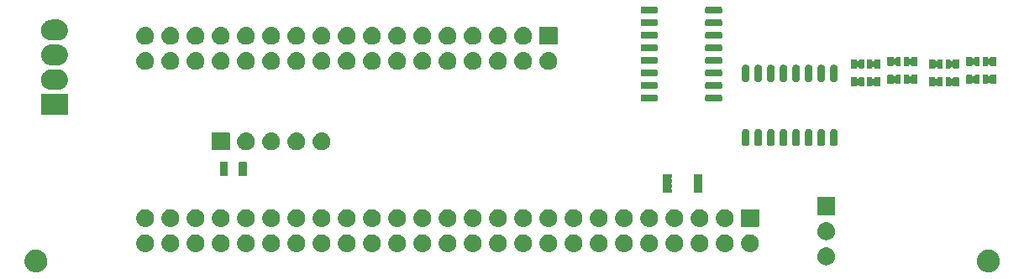
<source format=gbr>
G04 #@! TF.GenerationSoftware,KiCad,Pcbnew,(5.99.0-576-ga860ac506)*
G04 #@! TF.CreationDate,2021-04-05T12:44:30+02:00*
G04 #@! TF.ProjectId,50 pin to 34 pin Floppy Adapter,35302070-696e-4207-946f-203334207069,rev?*
G04 #@! TF.SameCoordinates,Original*
G04 #@! TF.FileFunction,Soldermask,Bot*
G04 #@! TF.FilePolarity,Negative*
%FSLAX46Y46*%
G04 Gerber Fmt 4.6, Leading zero omitted, Abs format (unit mm)*
G04 Created by KiCad (PCBNEW (5.99.0-576-ga860ac506)) date 2021-04-05 12:44:30*
%MOMM*%
%LPD*%
G04 APERTURE LIST*
G04 APERTURE END LIST*
G36*
X118042742Y-45347002D02*
G01*
X118066523Y-45346255D01*
X118144921Y-45357832D01*
X118226500Y-45366478D01*
X118249247Y-45373237D01*
X118269783Y-45376270D01*
X118347754Y-45402510D01*
X118429275Y-45426735D01*
X118447713Y-45436150D01*
X118464517Y-45441805D01*
X118539255Y-45482894D01*
X118617674Y-45522936D01*
X118631693Y-45533713D01*
X118644561Y-45540787D01*
X118713190Y-45596361D01*
X118785387Y-45651860D01*
X118795176Y-45662751D01*
X118804238Y-45670089D01*
X118863939Y-45739254D01*
X118926797Y-45809187D01*
X118932859Y-45819099D01*
X118938493Y-45825626D01*
X118986568Y-45906916D01*
X119037168Y-45989650D01*
X119040236Y-45997663D01*
X119043084Y-46002479D01*
X119077154Y-46094089D01*
X119112804Y-46187205D01*
X119113808Y-46192650D01*
X119114700Y-46195048D01*
X119132616Y-46294622D01*
X119151173Y-46395235D01*
X119143823Y-46666866D01*
X119120018Y-46765638D01*
X119097214Y-46862864D01*
X119095798Y-46866137D01*
X119094260Y-46872517D01*
X119053954Y-46962834D01*
X119015613Y-47051436D01*
X119011958Y-47056937D01*
X119008051Y-47065692D01*
X118953631Y-47144726D01*
X118901911Y-47222570D01*
X118895240Y-47229526D01*
X118888082Y-47239922D01*
X118822260Y-47305629D01*
X118759704Y-47370862D01*
X118749451Y-47378311D01*
X118738371Y-47389372D01*
X118664116Y-47440311D01*
X118593480Y-47491631D01*
X118579343Y-47498465D01*
X118563932Y-47509037D01*
X118484362Y-47544381D01*
X118408493Y-47581057D01*
X118390450Y-47586095D01*
X118370606Y-47594909D01*
X118288862Y-47614458D01*
X118210602Y-47636309D01*
X118188931Y-47638357D01*
X118164869Y-47644112D01*
X118083921Y-47648284D01*
X118006054Y-47655644D01*
X117981349Y-47653569D01*
X117953610Y-47654999D01*
X117876221Y-47644742D01*
X117801308Y-47638451D01*
X117774436Y-47631251D01*
X117743905Y-47627204D01*
X117672551Y-47603951D01*
X117602843Y-47585273D01*
X117574930Y-47572138D01*
X117542777Y-47561660D01*
X117479502Y-47527233D01*
X117416937Y-47497792D01*
X117389322Y-47478167D01*
X117356961Y-47460560D01*
X117303361Y-47417078D01*
X117249459Y-47378772D01*
X117223637Y-47352404D01*
X117192681Y-47327291D01*
X117149857Y-47277062D01*
X117105705Y-47231975D01*
X117083260Y-47198948D01*
X117055438Y-47166315D01*
X117023987Y-47111730D01*
X116990216Y-47062038D01*
X116972746Y-47022800D01*
X116949828Y-46983025D01*
X116929854Y-46926464D01*
X116906647Y-46874340D01*
X116895680Y-46829690D01*
X116879389Y-46783558D01*
X116870526Y-46727283D01*
X116857636Y-46674804D01*
X116854560Y-46625903D01*
X116846479Y-46574595D01*
X116847939Y-46520657D01*
X116844736Y-46469752D01*
X116850714Y-46418085D01*
X116852201Y-46363133D01*
X116862837Y-46313308D01*
X116868352Y-46265644D01*
X116884258Y-46212960D01*
X116896363Y-46156255D01*
X116914741Y-46111995D01*
X116927736Y-46068955D01*
X116954092Y-46017229D01*
X116977486Y-45960890D01*
X117001979Y-45923246D01*
X117021016Y-45885884D01*
X117057938Y-45837240D01*
X117092853Y-45783579D01*
X117121712Y-45753221D01*
X117145237Y-45722228D01*
X117192415Y-45678846D01*
X117238601Y-45630261D01*
X117270068Y-45607441D01*
X117296482Y-45583152D01*
X117353149Y-45547190D01*
X117409848Y-45506071D01*
X117442207Y-45490671D01*
X117469956Y-45473061D01*
X117534906Y-45446555D01*
X117600859Y-45415168D01*
X117632560Y-45406703D01*
X117660192Y-45395427D01*
X117731773Y-45380212D01*
X117805238Y-45360596D01*
X117834933Y-45358285D01*
X117861162Y-45352710D01*
X117937337Y-45350316D01*
X118016139Y-45344183D01*
X118042742Y-45347002D01*
G37*
G36*
X22042742Y-45347002D02*
G01*
X22066523Y-45346255D01*
X22144921Y-45357832D01*
X22226500Y-45366478D01*
X22249247Y-45373237D01*
X22269783Y-45376270D01*
X22347754Y-45402510D01*
X22429275Y-45426735D01*
X22447713Y-45436150D01*
X22464517Y-45441805D01*
X22539255Y-45482894D01*
X22617674Y-45522936D01*
X22631693Y-45533713D01*
X22644561Y-45540787D01*
X22713190Y-45596361D01*
X22785387Y-45651860D01*
X22795176Y-45662751D01*
X22804238Y-45670089D01*
X22863939Y-45739254D01*
X22926797Y-45809187D01*
X22932859Y-45819099D01*
X22938493Y-45825626D01*
X22986568Y-45906916D01*
X23037168Y-45989650D01*
X23040236Y-45997663D01*
X23043084Y-46002479D01*
X23077154Y-46094089D01*
X23112804Y-46187205D01*
X23113808Y-46192650D01*
X23114700Y-46195048D01*
X23132616Y-46294622D01*
X23151173Y-46395235D01*
X23143823Y-46666866D01*
X23120018Y-46765638D01*
X23097214Y-46862864D01*
X23095798Y-46866137D01*
X23094260Y-46872517D01*
X23053954Y-46962834D01*
X23015613Y-47051436D01*
X23011958Y-47056937D01*
X23008051Y-47065692D01*
X22953631Y-47144726D01*
X22901911Y-47222570D01*
X22895240Y-47229526D01*
X22888082Y-47239922D01*
X22822260Y-47305629D01*
X22759704Y-47370862D01*
X22749451Y-47378311D01*
X22738371Y-47389372D01*
X22664116Y-47440311D01*
X22593480Y-47491631D01*
X22579343Y-47498465D01*
X22563932Y-47509037D01*
X22484362Y-47544381D01*
X22408493Y-47581057D01*
X22390450Y-47586095D01*
X22370606Y-47594909D01*
X22288862Y-47614458D01*
X22210602Y-47636309D01*
X22188931Y-47638357D01*
X22164869Y-47644112D01*
X22083921Y-47648284D01*
X22006054Y-47655644D01*
X21981349Y-47653569D01*
X21953610Y-47654999D01*
X21876221Y-47644742D01*
X21801308Y-47638451D01*
X21774436Y-47631251D01*
X21743905Y-47627204D01*
X21672551Y-47603951D01*
X21602843Y-47585273D01*
X21574930Y-47572138D01*
X21542777Y-47561660D01*
X21479502Y-47527233D01*
X21416937Y-47497792D01*
X21389322Y-47478167D01*
X21356961Y-47460560D01*
X21303361Y-47417078D01*
X21249459Y-47378772D01*
X21223637Y-47352404D01*
X21192681Y-47327291D01*
X21149857Y-47277062D01*
X21105705Y-47231975D01*
X21083260Y-47198948D01*
X21055438Y-47166315D01*
X21023987Y-47111730D01*
X20990216Y-47062038D01*
X20972746Y-47022800D01*
X20949828Y-46983025D01*
X20929854Y-46926464D01*
X20906647Y-46874340D01*
X20895680Y-46829690D01*
X20879389Y-46783558D01*
X20870526Y-46727283D01*
X20857636Y-46674804D01*
X20854560Y-46625903D01*
X20846479Y-46574595D01*
X20847939Y-46520657D01*
X20844736Y-46469752D01*
X20850714Y-46418085D01*
X20852201Y-46363133D01*
X20862837Y-46313308D01*
X20868352Y-46265644D01*
X20884258Y-46212960D01*
X20896363Y-46156255D01*
X20914741Y-46111995D01*
X20927736Y-46068955D01*
X20954092Y-46017229D01*
X20977486Y-45960890D01*
X21001979Y-45923246D01*
X21021016Y-45885884D01*
X21057938Y-45837240D01*
X21092853Y-45783579D01*
X21121712Y-45753221D01*
X21145237Y-45722228D01*
X21192415Y-45678846D01*
X21238601Y-45630261D01*
X21270068Y-45607441D01*
X21296482Y-45583152D01*
X21353149Y-45547190D01*
X21409848Y-45506071D01*
X21442207Y-45490671D01*
X21469956Y-45473061D01*
X21534906Y-45446555D01*
X21600859Y-45415168D01*
X21632560Y-45406703D01*
X21660192Y-45395427D01*
X21731773Y-45380212D01*
X21805238Y-45360596D01*
X21834933Y-45358285D01*
X21861162Y-45352710D01*
X21937337Y-45350316D01*
X22016139Y-45344183D01*
X22042742Y-45347002D01*
G37*
G36*
X101713402Y-45136783D02*
G01*
X101758137Y-45137095D01*
X101801960Y-45146090D01*
X101851860Y-45151335D01*
X101893632Y-45164908D01*
X101931223Y-45172624D01*
X101978351Y-45192435D01*
X102031988Y-45209863D01*
X102064599Y-45228691D01*
X102094114Y-45241098D01*
X102141801Y-45273263D01*
X102196011Y-45304561D01*
X102219326Y-45325554D01*
X102240601Y-45339904D01*
X102285683Y-45385302D01*
X102336761Y-45431293D01*
X102351503Y-45451583D01*
X102365108Y-45465284D01*
X102404143Y-45524037D01*
X102448086Y-45584519D01*
X102455721Y-45601668D01*
X102462888Y-45612455D01*
X102492365Y-45683972D01*
X102525121Y-45757542D01*
X102527711Y-45769725D01*
X102530224Y-45775823D01*
X102546792Y-45859497D01*
X102564499Y-45942801D01*
X102564499Y-46132199D01*
X102561615Y-46145769D01*
X102561530Y-46151831D01*
X102542842Y-46234085D01*
X102525121Y-46317458D01*
X102522629Y-46323055D01*
X102522578Y-46323280D01*
X102450710Y-46484697D01*
X102450578Y-46484885D01*
X102448086Y-46490481D01*
X102397980Y-46559446D01*
X102348857Y-46629082D01*
X102344085Y-46633626D01*
X102336761Y-46643707D01*
X102276896Y-46697610D01*
X102220896Y-46750938D01*
X102209964Y-46757876D01*
X102196011Y-46770439D01*
X102131264Y-46807821D01*
X102071711Y-46845614D01*
X102053709Y-46852597D01*
X102031988Y-46865137D01*
X101966615Y-46886378D01*
X101906968Y-46909514D01*
X101881700Y-46913969D01*
X101851860Y-46923665D01*
X101789595Y-46930209D01*
X101732960Y-46940195D01*
X101700959Y-46939525D01*
X101663500Y-46943462D01*
X101607402Y-46937566D01*
X101556299Y-46936496D01*
X101518823Y-46928256D01*
X101475140Y-46923665D01*
X101427417Y-46908159D01*
X101383725Y-46898552D01*
X101342730Y-46880642D01*
X101295012Y-46865137D01*
X101256973Y-46843175D01*
X101221810Y-46827813D01*
X101179837Y-46798641D01*
X101130989Y-46770439D01*
X101103004Y-46745241D01*
X101076715Y-46726970D01*
X101036757Y-46685592D01*
X100990239Y-46643707D01*
X100971796Y-46618323D01*
X100953973Y-46599866D01*
X100919321Y-46546097D01*
X100878914Y-46490481D01*
X100868712Y-46467566D01*
X100858254Y-46451339D01*
X100832289Y-46385761D01*
X100801879Y-46317458D01*
X100797976Y-46299096D01*
X100793207Y-46287051D01*
X100779240Y-46210948D01*
X100762501Y-46132199D01*
X100762501Y-46119746D01*
X100761311Y-46113262D01*
X100762501Y-46028035D01*
X100762501Y-45942801D01*
X100763775Y-45936808D01*
X100763778Y-45936577D01*
X100800515Y-45763746D01*
X100800605Y-45763536D01*
X100801879Y-45757542D01*
X100836542Y-45679688D01*
X100870122Y-45601339D01*
X100873848Y-45595897D01*
X100878914Y-45584519D01*
X100926246Y-45519372D01*
X100969952Y-45455541D01*
X100979206Y-45446479D01*
X100990239Y-45431293D01*
X101045797Y-45381269D01*
X101096193Y-45331917D01*
X101112348Y-45321346D01*
X101130989Y-45304561D01*
X101190526Y-45270187D01*
X101244051Y-45235162D01*
X101267840Y-45225550D01*
X101295012Y-45209863D01*
X101354545Y-45190519D01*
X101407876Y-45168972D01*
X101439320Y-45162974D01*
X101475140Y-45151335D01*
X101531244Y-45145438D01*
X101581445Y-45135862D01*
X101619812Y-45136130D01*
X101663500Y-45131538D01*
X101713402Y-45136783D01*
G37*
G36*
X45769902Y-43803283D02*
G01*
X45814637Y-43803595D01*
X45858460Y-43812590D01*
X45908360Y-43817835D01*
X45950132Y-43831408D01*
X45987723Y-43839124D01*
X46034851Y-43858935D01*
X46088488Y-43876363D01*
X46121099Y-43895191D01*
X46150614Y-43907598D01*
X46198301Y-43939763D01*
X46252511Y-43971061D01*
X46275826Y-43992054D01*
X46297101Y-44006404D01*
X46342183Y-44051802D01*
X46393261Y-44097793D01*
X46408003Y-44118083D01*
X46421608Y-44131784D01*
X46460643Y-44190537D01*
X46504586Y-44251019D01*
X46512221Y-44268168D01*
X46519388Y-44278955D01*
X46548865Y-44350472D01*
X46581621Y-44424042D01*
X46584211Y-44436225D01*
X46586724Y-44442323D01*
X46603292Y-44525997D01*
X46620999Y-44609301D01*
X46620999Y-44798699D01*
X46618115Y-44812269D01*
X46618030Y-44818331D01*
X46599342Y-44900585D01*
X46581621Y-44983958D01*
X46579129Y-44989555D01*
X46579078Y-44989780D01*
X46507210Y-45151197D01*
X46507078Y-45151385D01*
X46504586Y-45156981D01*
X46454480Y-45225946D01*
X46405357Y-45295582D01*
X46400585Y-45300126D01*
X46393261Y-45310207D01*
X46333396Y-45364110D01*
X46277396Y-45417438D01*
X46266464Y-45424376D01*
X46252511Y-45436939D01*
X46187764Y-45474321D01*
X46128211Y-45512114D01*
X46110209Y-45519097D01*
X46088488Y-45531637D01*
X46023115Y-45552878D01*
X45963468Y-45576014D01*
X45938200Y-45580469D01*
X45908360Y-45590165D01*
X45846095Y-45596709D01*
X45789460Y-45606695D01*
X45757459Y-45606025D01*
X45720000Y-45609962D01*
X45663902Y-45604066D01*
X45612799Y-45602996D01*
X45575323Y-45594756D01*
X45531640Y-45590165D01*
X45483917Y-45574659D01*
X45440225Y-45565052D01*
X45399230Y-45547142D01*
X45351512Y-45531637D01*
X45313473Y-45509675D01*
X45278310Y-45494313D01*
X45236337Y-45465141D01*
X45187489Y-45436939D01*
X45159504Y-45411741D01*
X45133215Y-45393470D01*
X45093257Y-45352092D01*
X45046739Y-45310207D01*
X45028296Y-45284823D01*
X45010473Y-45266366D01*
X44975821Y-45212597D01*
X44935414Y-45156981D01*
X44925212Y-45134066D01*
X44914754Y-45117839D01*
X44888789Y-45052261D01*
X44858379Y-44983958D01*
X44854476Y-44965596D01*
X44849707Y-44953551D01*
X44835740Y-44877448D01*
X44819001Y-44798699D01*
X44819001Y-44786246D01*
X44817811Y-44779762D01*
X44819001Y-44694535D01*
X44819001Y-44609301D01*
X44820275Y-44603308D01*
X44820278Y-44603077D01*
X44857015Y-44430246D01*
X44857105Y-44430036D01*
X44858379Y-44424042D01*
X44893042Y-44346188D01*
X44926622Y-44267839D01*
X44930348Y-44262397D01*
X44935414Y-44251019D01*
X44982746Y-44185872D01*
X45026452Y-44122041D01*
X45035706Y-44112979D01*
X45046739Y-44097793D01*
X45102297Y-44047769D01*
X45152693Y-43998417D01*
X45168848Y-43987846D01*
X45187489Y-43971061D01*
X45247026Y-43936687D01*
X45300551Y-43901662D01*
X45324340Y-43892050D01*
X45351512Y-43876363D01*
X45411045Y-43857019D01*
X45464376Y-43835472D01*
X45495820Y-43829474D01*
X45531640Y-43817835D01*
X45587744Y-43811938D01*
X45637945Y-43802362D01*
X45676312Y-43802630D01*
X45720000Y-43798038D01*
X45769902Y-43803283D01*
G37*
G36*
X73709902Y-43803283D02*
G01*
X73754637Y-43803595D01*
X73798460Y-43812590D01*
X73848360Y-43817835D01*
X73890132Y-43831408D01*
X73927723Y-43839124D01*
X73974851Y-43858935D01*
X74028488Y-43876363D01*
X74061099Y-43895191D01*
X74090614Y-43907598D01*
X74138301Y-43939763D01*
X74192511Y-43971061D01*
X74215826Y-43992054D01*
X74237101Y-44006404D01*
X74282183Y-44051802D01*
X74333261Y-44097793D01*
X74348003Y-44118083D01*
X74361608Y-44131784D01*
X74400643Y-44190537D01*
X74444586Y-44251019D01*
X74452221Y-44268168D01*
X74459388Y-44278955D01*
X74488865Y-44350472D01*
X74521621Y-44424042D01*
X74524211Y-44436225D01*
X74526724Y-44442323D01*
X74543292Y-44525997D01*
X74560999Y-44609301D01*
X74560999Y-44798699D01*
X74558115Y-44812269D01*
X74558030Y-44818331D01*
X74539342Y-44900585D01*
X74521621Y-44983958D01*
X74519129Y-44989555D01*
X74519078Y-44989780D01*
X74447210Y-45151197D01*
X74447078Y-45151385D01*
X74444586Y-45156981D01*
X74394480Y-45225946D01*
X74345357Y-45295582D01*
X74340585Y-45300126D01*
X74333261Y-45310207D01*
X74273396Y-45364110D01*
X74217396Y-45417438D01*
X74206464Y-45424376D01*
X74192511Y-45436939D01*
X74127764Y-45474321D01*
X74068211Y-45512114D01*
X74050209Y-45519097D01*
X74028488Y-45531637D01*
X73963115Y-45552878D01*
X73903468Y-45576014D01*
X73878200Y-45580469D01*
X73848360Y-45590165D01*
X73786095Y-45596709D01*
X73729460Y-45606695D01*
X73697459Y-45606025D01*
X73660000Y-45609962D01*
X73603902Y-45604066D01*
X73552799Y-45602996D01*
X73515323Y-45594756D01*
X73471640Y-45590165D01*
X73423917Y-45574659D01*
X73380225Y-45565052D01*
X73339230Y-45547142D01*
X73291512Y-45531637D01*
X73253473Y-45509675D01*
X73218310Y-45494313D01*
X73176337Y-45465141D01*
X73127489Y-45436939D01*
X73099504Y-45411741D01*
X73073215Y-45393470D01*
X73033257Y-45352092D01*
X72986739Y-45310207D01*
X72968296Y-45284823D01*
X72950473Y-45266366D01*
X72915821Y-45212597D01*
X72875414Y-45156981D01*
X72865212Y-45134066D01*
X72854754Y-45117839D01*
X72828789Y-45052261D01*
X72798379Y-44983958D01*
X72794476Y-44965596D01*
X72789707Y-44953551D01*
X72775740Y-44877448D01*
X72759001Y-44798699D01*
X72759001Y-44786246D01*
X72757811Y-44779762D01*
X72759001Y-44694535D01*
X72759001Y-44609301D01*
X72760275Y-44603308D01*
X72760278Y-44603077D01*
X72797015Y-44430246D01*
X72797105Y-44430036D01*
X72798379Y-44424042D01*
X72833042Y-44346188D01*
X72866622Y-44267839D01*
X72870348Y-44262397D01*
X72875414Y-44251019D01*
X72922746Y-44185872D01*
X72966452Y-44122041D01*
X72975706Y-44112979D01*
X72986739Y-44097793D01*
X73042297Y-44047769D01*
X73092693Y-43998417D01*
X73108848Y-43987846D01*
X73127489Y-43971061D01*
X73187026Y-43936687D01*
X73240551Y-43901662D01*
X73264340Y-43892050D01*
X73291512Y-43876363D01*
X73351045Y-43857019D01*
X73404376Y-43835472D01*
X73435820Y-43829474D01*
X73471640Y-43817835D01*
X73527744Y-43811938D01*
X73577945Y-43802362D01*
X73616312Y-43802630D01*
X73660000Y-43798038D01*
X73709902Y-43803283D01*
G37*
G36*
X48309902Y-43803283D02*
G01*
X48354637Y-43803595D01*
X48398460Y-43812590D01*
X48448360Y-43817835D01*
X48490132Y-43831408D01*
X48527723Y-43839124D01*
X48574851Y-43858935D01*
X48628488Y-43876363D01*
X48661099Y-43895191D01*
X48690614Y-43907598D01*
X48738301Y-43939763D01*
X48792511Y-43971061D01*
X48815826Y-43992054D01*
X48837101Y-44006404D01*
X48882183Y-44051802D01*
X48933261Y-44097793D01*
X48948003Y-44118083D01*
X48961608Y-44131784D01*
X49000643Y-44190537D01*
X49044586Y-44251019D01*
X49052221Y-44268168D01*
X49059388Y-44278955D01*
X49088865Y-44350472D01*
X49121621Y-44424042D01*
X49124211Y-44436225D01*
X49126724Y-44442323D01*
X49143292Y-44525997D01*
X49160999Y-44609301D01*
X49160999Y-44798699D01*
X49158115Y-44812269D01*
X49158030Y-44818331D01*
X49139342Y-44900585D01*
X49121621Y-44983958D01*
X49119129Y-44989555D01*
X49119078Y-44989780D01*
X49047210Y-45151197D01*
X49047078Y-45151385D01*
X49044586Y-45156981D01*
X48994480Y-45225946D01*
X48945357Y-45295582D01*
X48940585Y-45300126D01*
X48933261Y-45310207D01*
X48873396Y-45364110D01*
X48817396Y-45417438D01*
X48806464Y-45424376D01*
X48792511Y-45436939D01*
X48727764Y-45474321D01*
X48668211Y-45512114D01*
X48650209Y-45519097D01*
X48628488Y-45531637D01*
X48563115Y-45552878D01*
X48503468Y-45576014D01*
X48478200Y-45580469D01*
X48448360Y-45590165D01*
X48386095Y-45596709D01*
X48329460Y-45606695D01*
X48297459Y-45606025D01*
X48260000Y-45609962D01*
X48203902Y-45604066D01*
X48152799Y-45602996D01*
X48115323Y-45594756D01*
X48071640Y-45590165D01*
X48023917Y-45574659D01*
X47980225Y-45565052D01*
X47939230Y-45547142D01*
X47891512Y-45531637D01*
X47853473Y-45509675D01*
X47818310Y-45494313D01*
X47776337Y-45465141D01*
X47727489Y-45436939D01*
X47699504Y-45411741D01*
X47673215Y-45393470D01*
X47633257Y-45352092D01*
X47586739Y-45310207D01*
X47568296Y-45284823D01*
X47550473Y-45266366D01*
X47515821Y-45212597D01*
X47475414Y-45156981D01*
X47465212Y-45134066D01*
X47454754Y-45117839D01*
X47428789Y-45052261D01*
X47398379Y-44983958D01*
X47394476Y-44965596D01*
X47389707Y-44953551D01*
X47375740Y-44877448D01*
X47359001Y-44798699D01*
X47359001Y-44786246D01*
X47357811Y-44779762D01*
X47359001Y-44694535D01*
X47359001Y-44609301D01*
X47360275Y-44603308D01*
X47360278Y-44603077D01*
X47397015Y-44430246D01*
X47397105Y-44430036D01*
X47398379Y-44424042D01*
X47433042Y-44346188D01*
X47466622Y-44267839D01*
X47470348Y-44262397D01*
X47475414Y-44251019D01*
X47522746Y-44185872D01*
X47566452Y-44122041D01*
X47575706Y-44112979D01*
X47586739Y-44097793D01*
X47642297Y-44047769D01*
X47692693Y-43998417D01*
X47708848Y-43987846D01*
X47727489Y-43971061D01*
X47787026Y-43936687D01*
X47840551Y-43901662D01*
X47864340Y-43892050D01*
X47891512Y-43876363D01*
X47951045Y-43857019D01*
X48004376Y-43835472D01*
X48035820Y-43829474D01*
X48071640Y-43817835D01*
X48127744Y-43811938D01*
X48177945Y-43802362D01*
X48216312Y-43802630D01*
X48260000Y-43798038D01*
X48309902Y-43803283D01*
G37*
G36*
X50849902Y-43803283D02*
G01*
X50894637Y-43803595D01*
X50938460Y-43812590D01*
X50988360Y-43817835D01*
X51030132Y-43831408D01*
X51067723Y-43839124D01*
X51114851Y-43858935D01*
X51168488Y-43876363D01*
X51201099Y-43895191D01*
X51230614Y-43907598D01*
X51278301Y-43939763D01*
X51332511Y-43971061D01*
X51355826Y-43992054D01*
X51377101Y-44006404D01*
X51422183Y-44051802D01*
X51473261Y-44097793D01*
X51488003Y-44118083D01*
X51501608Y-44131784D01*
X51540643Y-44190537D01*
X51584586Y-44251019D01*
X51592221Y-44268168D01*
X51599388Y-44278955D01*
X51628865Y-44350472D01*
X51661621Y-44424042D01*
X51664211Y-44436225D01*
X51666724Y-44442323D01*
X51683292Y-44525997D01*
X51700999Y-44609301D01*
X51700999Y-44798699D01*
X51698115Y-44812269D01*
X51698030Y-44818331D01*
X51679342Y-44900585D01*
X51661621Y-44983958D01*
X51659129Y-44989555D01*
X51659078Y-44989780D01*
X51587210Y-45151197D01*
X51587078Y-45151385D01*
X51584586Y-45156981D01*
X51534480Y-45225946D01*
X51485357Y-45295582D01*
X51480585Y-45300126D01*
X51473261Y-45310207D01*
X51413396Y-45364110D01*
X51357396Y-45417438D01*
X51346464Y-45424376D01*
X51332511Y-45436939D01*
X51267764Y-45474321D01*
X51208211Y-45512114D01*
X51190209Y-45519097D01*
X51168488Y-45531637D01*
X51103115Y-45552878D01*
X51043468Y-45576014D01*
X51018200Y-45580469D01*
X50988360Y-45590165D01*
X50926095Y-45596709D01*
X50869460Y-45606695D01*
X50837459Y-45606025D01*
X50800000Y-45609962D01*
X50743902Y-45604066D01*
X50692799Y-45602996D01*
X50655323Y-45594756D01*
X50611640Y-45590165D01*
X50563917Y-45574659D01*
X50520225Y-45565052D01*
X50479230Y-45547142D01*
X50431512Y-45531637D01*
X50393473Y-45509675D01*
X50358310Y-45494313D01*
X50316337Y-45465141D01*
X50267489Y-45436939D01*
X50239504Y-45411741D01*
X50213215Y-45393470D01*
X50173257Y-45352092D01*
X50126739Y-45310207D01*
X50108296Y-45284823D01*
X50090473Y-45266366D01*
X50055821Y-45212597D01*
X50015414Y-45156981D01*
X50005212Y-45134066D01*
X49994754Y-45117839D01*
X49968789Y-45052261D01*
X49938379Y-44983958D01*
X49934476Y-44965596D01*
X49929707Y-44953551D01*
X49915740Y-44877448D01*
X49899001Y-44798699D01*
X49899001Y-44786246D01*
X49897811Y-44779762D01*
X49899001Y-44694535D01*
X49899001Y-44609301D01*
X49900275Y-44603308D01*
X49900278Y-44603077D01*
X49937015Y-44430246D01*
X49937105Y-44430036D01*
X49938379Y-44424042D01*
X49973042Y-44346188D01*
X50006622Y-44267839D01*
X50010348Y-44262397D01*
X50015414Y-44251019D01*
X50062746Y-44185872D01*
X50106452Y-44122041D01*
X50115706Y-44112979D01*
X50126739Y-44097793D01*
X50182297Y-44047769D01*
X50232693Y-43998417D01*
X50248848Y-43987846D01*
X50267489Y-43971061D01*
X50327026Y-43936687D01*
X50380551Y-43901662D01*
X50404340Y-43892050D01*
X50431512Y-43876363D01*
X50491045Y-43857019D01*
X50544376Y-43835472D01*
X50575820Y-43829474D01*
X50611640Y-43817835D01*
X50667744Y-43811938D01*
X50717945Y-43802362D01*
X50756312Y-43802630D01*
X50800000Y-43798038D01*
X50849902Y-43803283D01*
G37*
G36*
X53389902Y-43803283D02*
G01*
X53434637Y-43803595D01*
X53478460Y-43812590D01*
X53528360Y-43817835D01*
X53570132Y-43831408D01*
X53607723Y-43839124D01*
X53654851Y-43858935D01*
X53708488Y-43876363D01*
X53741099Y-43895191D01*
X53770614Y-43907598D01*
X53818301Y-43939763D01*
X53872511Y-43971061D01*
X53895826Y-43992054D01*
X53917101Y-44006404D01*
X53962183Y-44051802D01*
X54013261Y-44097793D01*
X54028003Y-44118083D01*
X54041608Y-44131784D01*
X54080643Y-44190537D01*
X54124586Y-44251019D01*
X54132221Y-44268168D01*
X54139388Y-44278955D01*
X54168865Y-44350472D01*
X54201621Y-44424042D01*
X54204211Y-44436225D01*
X54206724Y-44442323D01*
X54223292Y-44525997D01*
X54240999Y-44609301D01*
X54240999Y-44798699D01*
X54238115Y-44812269D01*
X54238030Y-44818331D01*
X54219342Y-44900585D01*
X54201621Y-44983958D01*
X54199129Y-44989555D01*
X54199078Y-44989780D01*
X54127210Y-45151197D01*
X54127078Y-45151385D01*
X54124586Y-45156981D01*
X54074480Y-45225946D01*
X54025357Y-45295582D01*
X54020585Y-45300126D01*
X54013261Y-45310207D01*
X53953396Y-45364110D01*
X53897396Y-45417438D01*
X53886464Y-45424376D01*
X53872511Y-45436939D01*
X53807764Y-45474321D01*
X53748211Y-45512114D01*
X53730209Y-45519097D01*
X53708488Y-45531637D01*
X53643115Y-45552878D01*
X53583468Y-45576014D01*
X53558200Y-45580469D01*
X53528360Y-45590165D01*
X53466095Y-45596709D01*
X53409460Y-45606695D01*
X53377459Y-45606025D01*
X53340000Y-45609962D01*
X53283902Y-45604066D01*
X53232799Y-45602996D01*
X53195323Y-45594756D01*
X53151640Y-45590165D01*
X53103917Y-45574659D01*
X53060225Y-45565052D01*
X53019230Y-45547142D01*
X52971512Y-45531637D01*
X52933473Y-45509675D01*
X52898310Y-45494313D01*
X52856337Y-45465141D01*
X52807489Y-45436939D01*
X52779504Y-45411741D01*
X52753215Y-45393470D01*
X52713257Y-45352092D01*
X52666739Y-45310207D01*
X52648296Y-45284823D01*
X52630473Y-45266366D01*
X52595821Y-45212597D01*
X52555414Y-45156981D01*
X52545212Y-45134066D01*
X52534754Y-45117839D01*
X52508789Y-45052261D01*
X52478379Y-44983958D01*
X52474476Y-44965596D01*
X52469707Y-44953551D01*
X52455740Y-44877448D01*
X52439001Y-44798699D01*
X52439001Y-44786246D01*
X52437811Y-44779762D01*
X52439001Y-44694535D01*
X52439001Y-44609301D01*
X52440275Y-44603308D01*
X52440278Y-44603077D01*
X52477015Y-44430246D01*
X52477105Y-44430036D01*
X52478379Y-44424042D01*
X52513042Y-44346188D01*
X52546622Y-44267839D01*
X52550348Y-44262397D01*
X52555414Y-44251019D01*
X52602746Y-44185872D01*
X52646452Y-44122041D01*
X52655706Y-44112979D01*
X52666739Y-44097793D01*
X52722297Y-44047769D01*
X52772693Y-43998417D01*
X52788848Y-43987846D01*
X52807489Y-43971061D01*
X52867026Y-43936687D01*
X52920551Y-43901662D01*
X52944340Y-43892050D01*
X52971512Y-43876363D01*
X53031045Y-43857019D01*
X53084376Y-43835472D01*
X53115820Y-43829474D01*
X53151640Y-43817835D01*
X53207744Y-43811938D01*
X53257945Y-43802362D01*
X53296312Y-43802630D01*
X53340000Y-43798038D01*
X53389902Y-43803283D01*
G37*
G36*
X55929902Y-43803283D02*
G01*
X55974637Y-43803595D01*
X56018460Y-43812590D01*
X56068360Y-43817835D01*
X56110132Y-43831408D01*
X56147723Y-43839124D01*
X56194851Y-43858935D01*
X56248488Y-43876363D01*
X56281099Y-43895191D01*
X56310614Y-43907598D01*
X56358301Y-43939763D01*
X56412511Y-43971061D01*
X56435826Y-43992054D01*
X56457101Y-44006404D01*
X56502183Y-44051802D01*
X56553261Y-44097793D01*
X56568003Y-44118083D01*
X56581608Y-44131784D01*
X56620643Y-44190537D01*
X56664586Y-44251019D01*
X56672221Y-44268168D01*
X56679388Y-44278955D01*
X56708865Y-44350472D01*
X56741621Y-44424042D01*
X56744211Y-44436225D01*
X56746724Y-44442323D01*
X56763292Y-44525997D01*
X56780999Y-44609301D01*
X56780999Y-44798699D01*
X56778115Y-44812269D01*
X56778030Y-44818331D01*
X56759342Y-44900585D01*
X56741621Y-44983958D01*
X56739129Y-44989555D01*
X56739078Y-44989780D01*
X56667210Y-45151197D01*
X56667078Y-45151385D01*
X56664586Y-45156981D01*
X56614480Y-45225946D01*
X56565357Y-45295582D01*
X56560585Y-45300126D01*
X56553261Y-45310207D01*
X56493396Y-45364110D01*
X56437396Y-45417438D01*
X56426464Y-45424376D01*
X56412511Y-45436939D01*
X56347764Y-45474321D01*
X56288211Y-45512114D01*
X56270209Y-45519097D01*
X56248488Y-45531637D01*
X56183115Y-45552878D01*
X56123468Y-45576014D01*
X56098200Y-45580469D01*
X56068360Y-45590165D01*
X56006095Y-45596709D01*
X55949460Y-45606695D01*
X55917459Y-45606025D01*
X55880000Y-45609962D01*
X55823902Y-45604066D01*
X55772799Y-45602996D01*
X55735323Y-45594756D01*
X55691640Y-45590165D01*
X55643917Y-45574659D01*
X55600225Y-45565052D01*
X55559230Y-45547142D01*
X55511512Y-45531637D01*
X55473473Y-45509675D01*
X55438310Y-45494313D01*
X55396337Y-45465141D01*
X55347489Y-45436939D01*
X55319504Y-45411741D01*
X55293215Y-45393470D01*
X55253257Y-45352092D01*
X55206739Y-45310207D01*
X55188296Y-45284823D01*
X55170473Y-45266366D01*
X55135821Y-45212597D01*
X55095414Y-45156981D01*
X55085212Y-45134066D01*
X55074754Y-45117839D01*
X55048789Y-45052261D01*
X55018379Y-44983958D01*
X55014476Y-44965596D01*
X55009707Y-44953551D01*
X54995740Y-44877448D01*
X54979001Y-44798699D01*
X54979001Y-44786246D01*
X54977811Y-44779762D01*
X54979001Y-44694535D01*
X54979001Y-44609301D01*
X54980275Y-44603308D01*
X54980278Y-44603077D01*
X55017015Y-44430246D01*
X55017105Y-44430036D01*
X55018379Y-44424042D01*
X55053042Y-44346188D01*
X55086622Y-44267839D01*
X55090348Y-44262397D01*
X55095414Y-44251019D01*
X55142746Y-44185872D01*
X55186452Y-44122041D01*
X55195706Y-44112979D01*
X55206739Y-44097793D01*
X55262297Y-44047769D01*
X55312693Y-43998417D01*
X55328848Y-43987846D01*
X55347489Y-43971061D01*
X55407026Y-43936687D01*
X55460551Y-43901662D01*
X55484340Y-43892050D01*
X55511512Y-43876363D01*
X55571045Y-43857019D01*
X55624376Y-43835472D01*
X55655820Y-43829474D01*
X55691640Y-43817835D01*
X55747744Y-43811938D01*
X55797945Y-43802362D01*
X55836312Y-43802630D01*
X55880000Y-43798038D01*
X55929902Y-43803283D01*
G37*
G36*
X58469902Y-43803283D02*
G01*
X58514637Y-43803595D01*
X58558460Y-43812590D01*
X58608360Y-43817835D01*
X58650132Y-43831408D01*
X58687723Y-43839124D01*
X58734851Y-43858935D01*
X58788488Y-43876363D01*
X58821099Y-43895191D01*
X58850614Y-43907598D01*
X58898301Y-43939763D01*
X58952511Y-43971061D01*
X58975826Y-43992054D01*
X58997101Y-44006404D01*
X59042183Y-44051802D01*
X59093261Y-44097793D01*
X59108003Y-44118083D01*
X59121608Y-44131784D01*
X59160643Y-44190537D01*
X59204586Y-44251019D01*
X59212221Y-44268168D01*
X59219388Y-44278955D01*
X59248865Y-44350472D01*
X59281621Y-44424042D01*
X59284211Y-44436225D01*
X59286724Y-44442323D01*
X59303292Y-44525997D01*
X59320999Y-44609301D01*
X59320999Y-44798699D01*
X59318115Y-44812269D01*
X59318030Y-44818331D01*
X59299342Y-44900585D01*
X59281621Y-44983958D01*
X59279129Y-44989555D01*
X59279078Y-44989780D01*
X59207210Y-45151197D01*
X59207078Y-45151385D01*
X59204586Y-45156981D01*
X59154480Y-45225946D01*
X59105357Y-45295582D01*
X59100585Y-45300126D01*
X59093261Y-45310207D01*
X59033396Y-45364110D01*
X58977396Y-45417438D01*
X58966464Y-45424376D01*
X58952511Y-45436939D01*
X58887764Y-45474321D01*
X58828211Y-45512114D01*
X58810209Y-45519097D01*
X58788488Y-45531637D01*
X58723115Y-45552878D01*
X58663468Y-45576014D01*
X58638200Y-45580469D01*
X58608360Y-45590165D01*
X58546095Y-45596709D01*
X58489460Y-45606695D01*
X58457459Y-45606025D01*
X58420000Y-45609962D01*
X58363902Y-45604066D01*
X58312799Y-45602996D01*
X58275323Y-45594756D01*
X58231640Y-45590165D01*
X58183917Y-45574659D01*
X58140225Y-45565052D01*
X58099230Y-45547142D01*
X58051512Y-45531637D01*
X58013473Y-45509675D01*
X57978310Y-45494313D01*
X57936337Y-45465141D01*
X57887489Y-45436939D01*
X57859504Y-45411741D01*
X57833215Y-45393470D01*
X57793257Y-45352092D01*
X57746739Y-45310207D01*
X57728296Y-45284823D01*
X57710473Y-45266366D01*
X57675821Y-45212597D01*
X57635414Y-45156981D01*
X57625212Y-45134066D01*
X57614754Y-45117839D01*
X57588789Y-45052261D01*
X57558379Y-44983958D01*
X57554476Y-44965596D01*
X57549707Y-44953551D01*
X57535740Y-44877448D01*
X57519001Y-44798699D01*
X57519001Y-44786246D01*
X57517811Y-44779762D01*
X57519001Y-44694535D01*
X57519001Y-44609301D01*
X57520275Y-44603308D01*
X57520278Y-44603077D01*
X57557015Y-44430246D01*
X57557105Y-44430036D01*
X57558379Y-44424042D01*
X57593042Y-44346188D01*
X57626622Y-44267839D01*
X57630348Y-44262397D01*
X57635414Y-44251019D01*
X57682746Y-44185872D01*
X57726452Y-44122041D01*
X57735706Y-44112979D01*
X57746739Y-44097793D01*
X57802297Y-44047769D01*
X57852693Y-43998417D01*
X57868848Y-43987846D01*
X57887489Y-43971061D01*
X57947026Y-43936687D01*
X58000551Y-43901662D01*
X58024340Y-43892050D01*
X58051512Y-43876363D01*
X58111045Y-43857019D01*
X58164376Y-43835472D01*
X58195820Y-43829474D01*
X58231640Y-43817835D01*
X58287744Y-43811938D01*
X58337945Y-43802362D01*
X58376312Y-43802630D01*
X58420000Y-43798038D01*
X58469902Y-43803283D01*
G37*
G36*
X61009902Y-43803283D02*
G01*
X61054637Y-43803595D01*
X61098460Y-43812590D01*
X61148360Y-43817835D01*
X61190132Y-43831408D01*
X61227723Y-43839124D01*
X61274851Y-43858935D01*
X61328488Y-43876363D01*
X61361099Y-43895191D01*
X61390614Y-43907598D01*
X61438301Y-43939763D01*
X61492511Y-43971061D01*
X61515826Y-43992054D01*
X61537101Y-44006404D01*
X61582183Y-44051802D01*
X61633261Y-44097793D01*
X61648003Y-44118083D01*
X61661608Y-44131784D01*
X61700643Y-44190537D01*
X61744586Y-44251019D01*
X61752221Y-44268168D01*
X61759388Y-44278955D01*
X61788865Y-44350472D01*
X61821621Y-44424042D01*
X61824211Y-44436225D01*
X61826724Y-44442323D01*
X61843292Y-44525997D01*
X61860999Y-44609301D01*
X61860999Y-44798699D01*
X61858115Y-44812269D01*
X61858030Y-44818331D01*
X61839342Y-44900585D01*
X61821621Y-44983958D01*
X61819129Y-44989555D01*
X61819078Y-44989780D01*
X61747210Y-45151197D01*
X61747078Y-45151385D01*
X61744586Y-45156981D01*
X61694480Y-45225946D01*
X61645357Y-45295582D01*
X61640585Y-45300126D01*
X61633261Y-45310207D01*
X61573396Y-45364110D01*
X61517396Y-45417438D01*
X61506464Y-45424376D01*
X61492511Y-45436939D01*
X61427764Y-45474321D01*
X61368211Y-45512114D01*
X61350209Y-45519097D01*
X61328488Y-45531637D01*
X61263115Y-45552878D01*
X61203468Y-45576014D01*
X61178200Y-45580469D01*
X61148360Y-45590165D01*
X61086095Y-45596709D01*
X61029460Y-45606695D01*
X60997459Y-45606025D01*
X60960000Y-45609962D01*
X60903902Y-45604066D01*
X60852799Y-45602996D01*
X60815323Y-45594756D01*
X60771640Y-45590165D01*
X60723917Y-45574659D01*
X60680225Y-45565052D01*
X60639230Y-45547142D01*
X60591512Y-45531637D01*
X60553473Y-45509675D01*
X60518310Y-45494313D01*
X60476337Y-45465141D01*
X60427489Y-45436939D01*
X60399504Y-45411741D01*
X60373215Y-45393470D01*
X60333257Y-45352092D01*
X60286739Y-45310207D01*
X60268296Y-45284823D01*
X60250473Y-45266366D01*
X60215821Y-45212597D01*
X60175414Y-45156981D01*
X60165212Y-45134066D01*
X60154754Y-45117839D01*
X60128789Y-45052261D01*
X60098379Y-44983958D01*
X60094476Y-44965596D01*
X60089707Y-44953551D01*
X60075740Y-44877448D01*
X60059001Y-44798699D01*
X60059001Y-44786246D01*
X60057811Y-44779762D01*
X60059001Y-44694535D01*
X60059001Y-44609301D01*
X60060275Y-44603308D01*
X60060278Y-44603077D01*
X60097015Y-44430246D01*
X60097105Y-44430036D01*
X60098379Y-44424042D01*
X60133042Y-44346188D01*
X60166622Y-44267839D01*
X60170348Y-44262397D01*
X60175414Y-44251019D01*
X60222746Y-44185872D01*
X60266452Y-44122041D01*
X60275706Y-44112979D01*
X60286739Y-44097793D01*
X60342297Y-44047769D01*
X60392693Y-43998417D01*
X60408848Y-43987846D01*
X60427489Y-43971061D01*
X60487026Y-43936687D01*
X60540551Y-43901662D01*
X60564340Y-43892050D01*
X60591512Y-43876363D01*
X60651045Y-43857019D01*
X60704376Y-43835472D01*
X60735820Y-43829474D01*
X60771640Y-43817835D01*
X60827744Y-43811938D01*
X60877945Y-43802362D01*
X60916312Y-43802630D01*
X60960000Y-43798038D01*
X61009902Y-43803283D01*
G37*
G36*
X63549902Y-43803283D02*
G01*
X63594637Y-43803595D01*
X63638460Y-43812590D01*
X63688360Y-43817835D01*
X63730132Y-43831408D01*
X63767723Y-43839124D01*
X63814851Y-43858935D01*
X63868488Y-43876363D01*
X63901099Y-43895191D01*
X63930614Y-43907598D01*
X63978301Y-43939763D01*
X64032511Y-43971061D01*
X64055826Y-43992054D01*
X64077101Y-44006404D01*
X64122183Y-44051802D01*
X64173261Y-44097793D01*
X64188003Y-44118083D01*
X64201608Y-44131784D01*
X64240643Y-44190537D01*
X64284586Y-44251019D01*
X64292221Y-44268168D01*
X64299388Y-44278955D01*
X64328865Y-44350472D01*
X64361621Y-44424042D01*
X64364211Y-44436225D01*
X64366724Y-44442323D01*
X64383292Y-44525997D01*
X64400999Y-44609301D01*
X64400999Y-44798699D01*
X64398115Y-44812269D01*
X64398030Y-44818331D01*
X64379342Y-44900585D01*
X64361621Y-44983958D01*
X64359129Y-44989555D01*
X64359078Y-44989780D01*
X64287210Y-45151197D01*
X64287078Y-45151385D01*
X64284586Y-45156981D01*
X64234480Y-45225946D01*
X64185357Y-45295582D01*
X64180585Y-45300126D01*
X64173261Y-45310207D01*
X64113396Y-45364110D01*
X64057396Y-45417438D01*
X64046464Y-45424376D01*
X64032511Y-45436939D01*
X63967764Y-45474321D01*
X63908211Y-45512114D01*
X63890209Y-45519097D01*
X63868488Y-45531637D01*
X63803115Y-45552878D01*
X63743468Y-45576014D01*
X63718200Y-45580469D01*
X63688360Y-45590165D01*
X63626095Y-45596709D01*
X63569460Y-45606695D01*
X63537459Y-45606025D01*
X63500000Y-45609962D01*
X63443902Y-45604066D01*
X63392799Y-45602996D01*
X63355323Y-45594756D01*
X63311640Y-45590165D01*
X63263917Y-45574659D01*
X63220225Y-45565052D01*
X63179230Y-45547142D01*
X63131512Y-45531637D01*
X63093473Y-45509675D01*
X63058310Y-45494313D01*
X63016337Y-45465141D01*
X62967489Y-45436939D01*
X62939504Y-45411741D01*
X62913215Y-45393470D01*
X62873257Y-45352092D01*
X62826739Y-45310207D01*
X62808296Y-45284823D01*
X62790473Y-45266366D01*
X62755821Y-45212597D01*
X62715414Y-45156981D01*
X62705212Y-45134066D01*
X62694754Y-45117839D01*
X62668789Y-45052261D01*
X62638379Y-44983958D01*
X62634476Y-44965596D01*
X62629707Y-44953551D01*
X62615740Y-44877448D01*
X62599001Y-44798699D01*
X62599001Y-44786246D01*
X62597811Y-44779762D01*
X62599001Y-44694535D01*
X62599001Y-44609301D01*
X62600275Y-44603308D01*
X62600278Y-44603077D01*
X62637015Y-44430246D01*
X62637105Y-44430036D01*
X62638379Y-44424042D01*
X62673042Y-44346188D01*
X62706622Y-44267839D01*
X62710348Y-44262397D01*
X62715414Y-44251019D01*
X62762746Y-44185872D01*
X62806452Y-44122041D01*
X62815706Y-44112979D01*
X62826739Y-44097793D01*
X62882297Y-44047769D01*
X62932693Y-43998417D01*
X62948848Y-43987846D01*
X62967489Y-43971061D01*
X63027026Y-43936687D01*
X63080551Y-43901662D01*
X63104340Y-43892050D01*
X63131512Y-43876363D01*
X63191045Y-43857019D01*
X63244376Y-43835472D01*
X63275820Y-43829474D01*
X63311640Y-43817835D01*
X63367744Y-43811938D01*
X63417945Y-43802362D01*
X63456312Y-43802630D01*
X63500000Y-43798038D01*
X63549902Y-43803283D01*
G37*
G36*
X66089902Y-43803283D02*
G01*
X66134637Y-43803595D01*
X66178460Y-43812590D01*
X66228360Y-43817835D01*
X66270132Y-43831408D01*
X66307723Y-43839124D01*
X66354851Y-43858935D01*
X66408488Y-43876363D01*
X66441099Y-43895191D01*
X66470614Y-43907598D01*
X66518301Y-43939763D01*
X66572511Y-43971061D01*
X66595826Y-43992054D01*
X66617101Y-44006404D01*
X66662183Y-44051802D01*
X66713261Y-44097793D01*
X66728003Y-44118083D01*
X66741608Y-44131784D01*
X66780643Y-44190537D01*
X66824586Y-44251019D01*
X66832221Y-44268168D01*
X66839388Y-44278955D01*
X66868865Y-44350472D01*
X66901621Y-44424042D01*
X66904211Y-44436225D01*
X66906724Y-44442323D01*
X66923292Y-44525997D01*
X66940999Y-44609301D01*
X66940999Y-44798699D01*
X66938115Y-44812269D01*
X66938030Y-44818331D01*
X66919342Y-44900585D01*
X66901621Y-44983958D01*
X66899129Y-44989555D01*
X66899078Y-44989780D01*
X66827210Y-45151197D01*
X66827078Y-45151385D01*
X66824586Y-45156981D01*
X66774480Y-45225946D01*
X66725357Y-45295582D01*
X66720585Y-45300126D01*
X66713261Y-45310207D01*
X66653396Y-45364110D01*
X66597396Y-45417438D01*
X66586464Y-45424376D01*
X66572511Y-45436939D01*
X66507764Y-45474321D01*
X66448211Y-45512114D01*
X66430209Y-45519097D01*
X66408488Y-45531637D01*
X66343115Y-45552878D01*
X66283468Y-45576014D01*
X66258200Y-45580469D01*
X66228360Y-45590165D01*
X66166095Y-45596709D01*
X66109460Y-45606695D01*
X66077459Y-45606025D01*
X66040000Y-45609962D01*
X65983902Y-45604066D01*
X65932799Y-45602996D01*
X65895323Y-45594756D01*
X65851640Y-45590165D01*
X65803917Y-45574659D01*
X65760225Y-45565052D01*
X65719230Y-45547142D01*
X65671512Y-45531637D01*
X65633473Y-45509675D01*
X65598310Y-45494313D01*
X65556337Y-45465141D01*
X65507489Y-45436939D01*
X65479504Y-45411741D01*
X65453215Y-45393470D01*
X65413257Y-45352092D01*
X65366739Y-45310207D01*
X65348296Y-45284823D01*
X65330473Y-45266366D01*
X65295821Y-45212597D01*
X65255414Y-45156981D01*
X65245212Y-45134066D01*
X65234754Y-45117839D01*
X65208789Y-45052261D01*
X65178379Y-44983958D01*
X65174476Y-44965596D01*
X65169707Y-44953551D01*
X65155740Y-44877448D01*
X65139001Y-44798699D01*
X65139001Y-44786246D01*
X65137811Y-44779762D01*
X65139001Y-44694535D01*
X65139001Y-44609301D01*
X65140275Y-44603308D01*
X65140278Y-44603077D01*
X65177015Y-44430246D01*
X65177105Y-44430036D01*
X65178379Y-44424042D01*
X65213042Y-44346188D01*
X65246622Y-44267839D01*
X65250348Y-44262397D01*
X65255414Y-44251019D01*
X65302746Y-44185872D01*
X65346452Y-44122041D01*
X65355706Y-44112979D01*
X65366739Y-44097793D01*
X65422297Y-44047769D01*
X65472693Y-43998417D01*
X65488848Y-43987846D01*
X65507489Y-43971061D01*
X65567026Y-43936687D01*
X65620551Y-43901662D01*
X65644340Y-43892050D01*
X65671512Y-43876363D01*
X65731045Y-43857019D01*
X65784376Y-43835472D01*
X65815820Y-43829474D01*
X65851640Y-43817835D01*
X65907744Y-43811938D01*
X65957945Y-43802362D01*
X65996312Y-43802630D01*
X66040000Y-43798038D01*
X66089902Y-43803283D01*
G37*
G36*
X68629902Y-43803283D02*
G01*
X68674637Y-43803595D01*
X68718460Y-43812590D01*
X68768360Y-43817835D01*
X68810132Y-43831408D01*
X68847723Y-43839124D01*
X68894851Y-43858935D01*
X68948488Y-43876363D01*
X68981099Y-43895191D01*
X69010614Y-43907598D01*
X69058301Y-43939763D01*
X69112511Y-43971061D01*
X69135826Y-43992054D01*
X69157101Y-44006404D01*
X69202183Y-44051802D01*
X69253261Y-44097793D01*
X69268003Y-44118083D01*
X69281608Y-44131784D01*
X69320643Y-44190537D01*
X69364586Y-44251019D01*
X69372221Y-44268168D01*
X69379388Y-44278955D01*
X69408865Y-44350472D01*
X69441621Y-44424042D01*
X69444211Y-44436225D01*
X69446724Y-44442323D01*
X69463292Y-44525997D01*
X69480999Y-44609301D01*
X69480999Y-44798699D01*
X69478115Y-44812269D01*
X69478030Y-44818331D01*
X69459342Y-44900585D01*
X69441621Y-44983958D01*
X69439129Y-44989555D01*
X69439078Y-44989780D01*
X69367210Y-45151197D01*
X69367078Y-45151385D01*
X69364586Y-45156981D01*
X69314480Y-45225946D01*
X69265357Y-45295582D01*
X69260585Y-45300126D01*
X69253261Y-45310207D01*
X69193396Y-45364110D01*
X69137396Y-45417438D01*
X69126464Y-45424376D01*
X69112511Y-45436939D01*
X69047764Y-45474321D01*
X68988211Y-45512114D01*
X68970209Y-45519097D01*
X68948488Y-45531637D01*
X68883115Y-45552878D01*
X68823468Y-45576014D01*
X68798200Y-45580469D01*
X68768360Y-45590165D01*
X68706095Y-45596709D01*
X68649460Y-45606695D01*
X68617459Y-45606025D01*
X68580000Y-45609962D01*
X68523902Y-45604066D01*
X68472799Y-45602996D01*
X68435323Y-45594756D01*
X68391640Y-45590165D01*
X68343917Y-45574659D01*
X68300225Y-45565052D01*
X68259230Y-45547142D01*
X68211512Y-45531637D01*
X68173473Y-45509675D01*
X68138310Y-45494313D01*
X68096337Y-45465141D01*
X68047489Y-45436939D01*
X68019504Y-45411741D01*
X67993215Y-45393470D01*
X67953257Y-45352092D01*
X67906739Y-45310207D01*
X67888296Y-45284823D01*
X67870473Y-45266366D01*
X67835821Y-45212597D01*
X67795414Y-45156981D01*
X67785212Y-45134066D01*
X67774754Y-45117839D01*
X67748789Y-45052261D01*
X67718379Y-44983958D01*
X67714476Y-44965596D01*
X67709707Y-44953551D01*
X67695740Y-44877448D01*
X67679001Y-44798699D01*
X67679001Y-44786246D01*
X67677811Y-44779762D01*
X67679001Y-44694535D01*
X67679001Y-44609301D01*
X67680275Y-44603308D01*
X67680278Y-44603077D01*
X67717015Y-44430246D01*
X67717105Y-44430036D01*
X67718379Y-44424042D01*
X67753042Y-44346188D01*
X67786622Y-44267839D01*
X67790348Y-44262397D01*
X67795414Y-44251019D01*
X67842746Y-44185872D01*
X67886452Y-44122041D01*
X67895706Y-44112979D01*
X67906739Y-44097793D01*
X67962297Y-44047769D01*
X68012693Y-43998417D01*
X68028848Y-43987846D01*
X68047489Y-43971061D01*
X68107026Y-43936687D01*
X68160551Y-43901662D01*
X68184340Y-43892050D01*
X68211512Y-43876363D01*
X68271045Y-43857019D01*
X68324376Y-43835472D01*
X68355820Y-43829474D01*
X68391640Y-43817835D01*
X68447744Y-43811938D01*
X68497945Y-43802362D01*
X68536312Y-43802630D01*
X68580000Y-43798038D01*
X68629902Y-43803283D01*
G37*
G36*
X71169902Y-43803283D02*
G01*
X71214637Y-43803595D01*
X71258460Y-43812590D01*
X71308360Y-43817835D01*
X71350132Y-43831408D01*
X71387723Y-43839124D01*
X71434851Y-43858935D01*
X71488488Y-43876363D01*
X71521099Y-43895191D01*
X71550614Y-43907598D01*
X71598301Y-43939763D01*
X71652511Y-43971061D01*
X71675826Y-43992054D01*
X71697101Y-44006404D01*
X71742183Y-44051802D01*
X71793261Y-44097793D01*
X71808003Y-44118083D01*
X71821608Y-44131784D01*
X71860643Y-44190537D01*
X71904586Y-44251019D01*
X71912221Y-44268168D01*
X71919388Y-44278955D01*
X71948865Y-44350472D01*
X71981621Y-44424042D01*
X71984211Y-44436225D01*
X71986724Y-44442323D01*
X72003292Y-44525997D01*
X72020999Y-44609301D01*
X72020999Y-44798699D01*
X72018115Y-44812269D01*
X72018030Y-44818331D01*
X71999342Y-44900585D01*
X71981621Y-44983958D01*
X71979129Y-44989555D01*
X71979078Y-44989780D01*
X71907210Y-45151197D01*
X71907078Y-45151385D01*
X71904586Y-45156981D01*
X71854480Y-45225946D01*
X71805357Y-45295582D01*
X71800585Y-45300126D01*
X71793261Y-45310207D01*
X71733396Y-45364110D01*
X71677396Y-45417438D01*
X71666464Y-45424376D01*
X71652511Y-45436939D01*
X71587764Y-45474321D01*
X71528211Y-45512114D01*
X71510209Y-45519097D01*
X71488488Y-45531637D01*
X71423115Y-45552878D01*
X71363468Y-45576014D01*
X71338200Y-45580469D01*
X71308360Y-45590165D01*
X71246095Y-45596709D01*
X71189460Y-45606695D01*
X71157459Y-45606025D01*
X71120000Y-45609962D01*
X71063902Y-45604066D01*
X71012799Y-45602996D01*
X70975323Y-45594756D01*
X70931640Y-45590165D01*
X70883917Y-45574659D01*
X70840225Y-45565052D01*
X70799230Y-45547142D01*
X70751512Y-45531637D01*
X70713473Y-45509675D01*
X70678310Y-45494313D01*
X70636337Y-45465141D01*
X70587489Y-45436939D01*
X70559504Y-45411741D01*
X70533215Y-45393470D01*
X70493257Y-45352092D01*
X70446739Y-45310207D01*
X70428296Y-45284823D01*
X70410473Y-45266366D01*
X70375821Y-45212597D01*
X70335414Y-45156981D01*
X70325212Y-45134066D01*
X70314754Y-45117839D01*
X70288789Y-45052261D01*
X70258379Y-44983958D01*
X70254476Y-44965596D01*
X70249707Y-44953551D01*
X70235740Y-44877448D01*
X70219001Y-44798699D01*
X70219001Y-44786246D01*
X70217811Y-44779762D01*
X70219001Y-44694535D01*
X70219001Y-44609301D01*
X70220275Y-44603308D01*
X70220278Y-44603077D01*
X70257015Y-44430246D01*
X70257105Y-44430036D01*
X70258379Y-44424042D01*
X70293042Y-44346188D01*
X70326622Y-44267839D01*
X70330348Y-44262397D01*
X70335414Y-44251019D01*
X70382746Y-44185872D01*
X70426452Y-44122041D01*
X70435706Y-44112979D01*
X70446739Y-44097793D01*
X70502297Y-44047769D01*
X70552693Y-43998417D01*
X70568848Y-43987846D01*
X70587489Y-43971061D01*
X70647026Y-43936687D01*
X70700551Y-43901662D01*
X70724340Y-43892050D01*
X70751512Y-43876363D01*
X70811045Y-43857019D01*
X70864376Y-43835472D01*
X70895820Y-43829474D01*
X70931640Y-43817835D01*
X70987744Y-43811938D01*
X71037945Y-43802362D01*
X71076312Y-43802630D01*
X71120000Y-43798038D01*
X71169902Y-43803283D01*
G37*
G36*
X76249902Y-43803283D02*
G01*
X76294637Y-43803595D01*
X76338460Y-43812590D01*
X76388360Y-43817835D01*
X76430132Y-43831408D01*
X76467723Y-43839124D01*
X76514851Y-43858935D01*
X76568488Y-43876363D01*
X76601099Y-43895191D01*
X76630614Y-43907598D01*
X76678301Y-43939763D01*
X76732511Y-43971061D01*
X76755826Y-43992054D01*
X76777101Y-44006404D01*
X76822183Y-44051802D01*
X76873261Y-44097793D01*
X76888003Y-44118083D01*
X76901608Y-44131784D01*
X76940643Y-44190537D01*
X76984586Y-44251019D01*
X76992221Y-44268168D01*
X76999388Y-44278955D01*
X77028865Y-44350472D01*
X77061621Y-44424042D01*
X77064211Y-44436225D01*
X77066724Y-44442323D01*
X77083292Y-44525997D01*
X77100999Y-44609301D01*
X77100999Y-44798699D01*
X77098115Y-44812269D01*
X77098030Y-44818331D01*
X77079342Y-44900585D01*
X77061621Y-44983958D01*
X77059129Y-44989555D01*
X77059078Y-44989780D01*
X76987210Y-45151197D01*
X76987078Y-45151385D01*
X76984586Y-45156981D01*
X76934480Y-45225946D01*
X76885357Y-45295582D01*
X76880585Y-45300126D01*
X76873261Y-45310207D01*
X76813396Y-45364110D01*
X76757396Y-45417438D01*
X76746464Y-45424376D01*
X76732511Y-45436939D01*
X76667764Y-45474321D01*
X76608211Y-45512114D01*
X76590209Y-45519097D01*
X76568488Y-45531637D01*
X76503115Y-45552878D01*
X76443468Y-45576014D01*
X76418200Y-45580469D01*
X76388360Y-45590165D01*
X76326095Y-45596709D01*
X76269460Y-45606695D01*
X76237459Y-45606025D01*
X76200000Y-45609962D01*
X76143902Y-45604066D01*
X76092799Y-45602996D01*
X76055323Y-45594756D01*
X76011640Y-45590165D01*
X75963917Y-45574659D01*
X75920225Y-45565052D01*
X75879230Y-45547142D01*
X75831512Y-45531637D01*
X75793473Y-45509675D01*
X75758310Y-45494313D01*
X75716337Y-45465141D01*
X75667489Y-45436939D01*
X75639504Y-45411741D01*
X75613215Y-45393470D01*
X75573257Y-45352092D01*
X75526739Y-45310207D01*
X75508296Y-45284823D01*
X75490473Y-45266366D01*
X75455821Y-45212597D01*
X75415414Y-45156981D01*
X75405212Y-45134066D01*
X75394754Y-45117839D01*
X75368789Y-45052261D01*
X75338379Y-44983958D01*
X75334476Y-44965596D01*
X75329707Y-44953551D01*
X75315740Y-44877448D01*
X75299001Y-44798699D01*
X75299001Y-44786246D01*
X75297811Y-44779762D01*
X75299001Y-44694535D01*
X75299001Y-44609301D01*
X75300275Y-44603308D01*
X75300278Y-44603077D01*
X75337015Y-44430246D01*
X75337105Y-44430036D01*
X75338379Y-44424042D01*
X75373042Y-44346188D01*
X75406622Y-44267839D01*
X75410348Y-44262397D01*
X75415414Y-44251019D01*
X75462746Y-44185872D01*
X75506452Y-44122041D01*
X75515706Y-44112979D01*
X75526739Y-44097793D01*
X75582297Y-44047769D01*
X75632693Y-43998417D01*
X75648848Y-43987846D01*
X75667489Y-43971061D01*
X75727026Y-43936687D01*
X75780551Y-43901662D01*
X75804340Y-43892050D01*
X75831512Y-43876363D01*
X75891045Y-43857019D01*
X75944376Y-43835472D01*
X75975820Y-43829474D01*
X76011640Y-43817835D01*
X76067744Y-43811938D01*
X76117945Y-43802362D01*
X76156312Y-43802630D01*
X76200000Y-43798038D01*
X76249902Y-43803283D01*
G37*
G36*
X78789902Y-43803283D02*
G01*
X78834637Y-43803595D01*
X78878460Y-43812590D01*
X78928360Y-43817835D01*
X78970132Y-43831408D01*
X79007723Y-43839124D01*
X79054851Y-43858935D01*
X79108488Y-43876363D01*
X79141099Y-43895191D01*
X79170614Y-43907598D01*
X79218301Y-43939763D01*
X79272511Y-43971061D01*
X79295826Y-43992054D01*
X79317101Y-44006404D01*
X79362183Y-44051802D01*
X79413261Y-44097793D01*
X79428003Y-44118083D01*
X79441608Y-44131784D01*
X79480643Y-44190537D01*
X79524586Y-44251019D01*
X79532221Y-44268168D01*
X79539388Y-44278955D01*
X79568865Y-44350472D01*
X79601621Y-44424042D01*
X79604211Y-44436225D01*
X79606724Y-44442323D01*
X79623292Y-44525997D01*
X79640999Y-44609301D01*
X79640999Y-44798699D01*
X79638115Y-44812269D01*
X79638030Y-44818331D01*
X79619342Y-44900585D01*
X79601621Y-44983958D01*
X79599129Y-44989555D01*
X79599078Y-44989780D01*
X79527210Y-45151197D01*
X79527078Y-45151385D01*
X79524586Y-45156981D01*
X79474480Y-45225946D01*
X79425357Y-45295582D01*
X79420585Y-45300126D01*
X79413261Y-45310207D01*
X79353396Y-45364110D01*
X79297396Y-45417438D01*
X79286464Y-45424376D01*
X79272511Y-45436939D01*
X79207764Y-45474321D01*
X79148211Y-45512114D01*
X79130209Y-45519097D01*
X79108488Y-45531637D01*
X79043115Y-45552878D01*
X78983468Y-45576014D01*
X78958200Y-45580469D01*
X78928360Y-45590165D01*
X78866095Y-45596709D01*
X78809460Y-45606695D01*
X78777459Y-45606025D01*
X78740000Y-45609962D01*
X78683902Y-45604066D01*
X78632799Y-45602996D01*
X78595323Y-45594756D01*
X78551640Y-45590165D01*
X78503917Y-45574659D01*
X78460225Y-45565052D01*
X78419230Y-45547142D01*
X78371512Y-45531637D01*
X78333473Y-45509675D01*
X78298310Y-45494313D01*
X78256337Y-45465141D01*
X78207489Y-45436939D01*
X78179504Y-45411741D01*
X78153215Y-45393470D01*
X78113257Y-45352092D01*
X78066739Y-45310207D01*
X78048296Y-45284823D01*
X78030473Y-45266366D01*
X77995821Y-45212597D01*
X77955414Y-45156981D01*
X77945212Y-45134066D01*
X77934754Y-45117839D01*
X77908789Y-45052261D01*
X77878379Y-44983958D01*
X77874476Y-44965596D01*
X77869707Y-44953551D01*
X77855740Y-44877448D01*
X77839001Y-44798699D01*
X77839001Y-44786246D01*
X77837811Y-44779762D01*
X77839001Y-44694535D01*
X77839001Y-44609301D01*
X77840275Y-44603308D01*
X77840278Y-44603077D01*
X77877015Y-44430246D01*
X77877105Y-44430036D01*
X77878379Y-44424042D01*
X77913042Y-44346188D01*
X77946622Y-44267839D01*
X77950348Y-44262397D01*
X77955414Y-44251019D01*
X78002746Y-44185872D01*
X78046452Y-44122041D01*
X78055706Y-44112979D01*
X78066739Y-44097793D01*
X78122297Y-44047769D01*
X78172693Y-43998417D01*
X78188848Y-43987846D01*
X78207489Y-43971061D01*
X78267026Y-43936687D01*
X78320551Y-43901662D01*
X78344340Y-43892050D01*
X78371512Y-43876363D01*
X78431045Y-43857019D01*
X78484376Y-43835472D01*
X78515820Y-43829474D01*
X78551640Y-43817835D01*
X78607744Y-43811938D01*
X78657945Y-43802362D01*
X78696312Y-43802630D01*
X78740000Y-43798038D01*
X78789902Y-43803283D01*
G37*
G36*
X81329902Y-43803283D02*
G01*
X81374637Y-43803595D01*
X81418460Y-43812590D01*
X81468360Y-43817835D01*
X81510132Y-43831408D01*
X81547723Y-43839124D01*
X81594851Y-43858935D01*
X81648488Y-43876363D01*
X81681099Y-43895191D01*
X81710614Y-43907598D01*
X81758301Y-43939763D01*
X81812511Y-43971061D01*
X81835826Y-43992054D01*
X81857101Y-44006404D01*
X81902183Y-44051802D01*
X81953261Y-44097793D01*
X81968003Y-44118083D01*
X81981608Y-44131784D01*
X82020643Y-44190537D01*
X82064586Y-44251019D01*
X82072221Y-44268168D01*
X82079388Y-44278955D01*
X82108865Y-44350472D01*
X82141621Y-44424042D01*
X82144211Y-44436225D01*
X82146724Y-44442323D01*
X82163292Y-44525997D01*
X82180999Y-44609301D01*
X82180999Y-44798699D01*
X82178115Y-44812269D01*
X82178030Y-44818331D01*
X82159342Y-44900585D01*
X82141621Y-44983958D01*
X82139129Y-44989555D01*
X82139078Y-44989780D01*
X82067210Y-45151197D01*
X82067078Y-45151385D01*
X82064586Y-45156981D01*
X82014480Y-45225946D01*
X81965357Y-45295582D01*
X81960585Y-45300126D01*
X81953261Y-45310207D01*
X81893396Y-45364110D01*
X81837396Y-45417438D01*
X81826464Y-45424376D01*
X81812511Y-45436939D01*
X81747764Y-45474321D01*
X81688211Y-45512114D01*
X81670209Y-45519097D01*
X81648488Y-45531637D01*
X81583115Y-45552878D01*
X81523468Y-45576014D01*
X81498200Y-45580469D01*
X81468360Y-45590165D01*
X81406095Y-45596709D01*
X81349460Y-45606695D01*
X81317459Y-45606025D01*
X81280000Y-45609962D01*
X81223902Y-45604066D01*
X81172799Y-45602996D01*
X81135323Y-45594756D01*
X81091640Y-45590165D01*
X81043917Y-45574659D01*
X81000225Y-45565052D01*
X80959230Y-45547142D01*
X80911512Y-45531637D01*
X80873473Y-45509675D01*
X80838310Y-45494313D01*
X80796337Y-45465141D01*
X80747489Y-45436939D01*
X80719504Y-45411741D01*
X80693215Y-45393470D01*
X80653257Y-45352092D01*
X80606739Y-45310207D01*
X80588296Y-45284823D01*
X80570473Y-45266366D01*
X80535821Y-45212597D01*
X80495414Y-45156981D01*
X80485212Y-45134066D01*
X80474754Y-45117839D01*
X80448789Y-45052261D01*
X80418379Y-44983958D01*
X80414476Y-44965596D01*
X80409707Y-44953551D01*
X80395740Y-44877448D01*
X80379001Y-44798699D01*
X80379001Y-44786246D01*
X80377811Y-44779762D01*
X80379001Y-44694535D01*
X80379001Y-44609301D01*
X80380275Y-44603308D01*
X80380278Y-44603077D01*
X80417015Y-44430246D01*
X80417105Y-44430036D01*
X80418379Y-44424042D01*
X80453042Y-44346188D01*
X80486622Y-44267839D01*
X80490348Y-44262397D01*
X80495414Y-44251019D01*
X80542746Y-44185872D01*
X80586452Y-44122041D01*
X80595706Y-44112979D01*
X80606739Y-44097793D01*
X80662297Y-44047769D01*
X80712693Y-43998417D01*
X80728848Y-43987846D01*
X80747489Y-43971061D01*
X80807026Y-43936687D01*
X80860551Y-43901662D01*
X80884340Y-43892050D01*
X80911512Y-43876363D01*
X80971045Y-43857019D01*
X81024376Y-43835472D01*
X81055820Y-43829474D01*
X81091640Y-43817835D01*
X81147744Y-43811938D01*
X81197945Y-43802362D01*
X81236312Y-43802630D01*
X81280000Y-43798038D01*
X81329902Y-43803283D01*
G37*
G36*
X83869902Y-43803283D02*
G01*
X83914637Y-43803595D01*
X83958460Y-43812590D01*
X84008360Y-43817835D01*
X84050132Y-43831408D01*
X84087723Y-43839124D01*
X84134851Y-43858935D01*
X84188488Y-43876363D01*
X84221099Y-43895191D01*
X84250614Y-43907598D01*
X84298301Y-43939763D01*
X84352511Y-43971061D01*
X84375826Y-43992054D01*
X84397101Y-44006404D01*
X84442183Y-44051802D01*
X84493261Y-44097793D01*
X84508003Y-44118083D01*
X84521608Y-44131784D01*
X84560643Y-44190537D01*
X84604586Y-44251019D01*
X84612221Y-44268168D01*
X84619388Y-44278955D01*
X84648865Y-44350472D01*
X84681621Y-44424042D01*
X84684211Y-44436225D01*
X84686724Y-44442323D01*
X84703292Y-44525997D01*
X84720999Y-44609301D01*
X84720999Y-44798699D01*
X84718115Y-44812269D01*
X84718030Y-44818331D01*
X84699342Y-44900585D01*
X84681621Y-44983958D01*
X84679129Y-44989555D01*
X84679078Y-44989780D01*
X84607210Y-45151197D01*
X84607078Y-45151385D01*
X84604586Y-45156981D01*
X84554480Y-45225946D01*
X84505357Y-45295582D01*
X84500585Y-45300126D01*
X84493261Y-45310207D01*
X84433396Y-45364110D01*
X84377396Y-45417438D01*
X84366464Y-45424376D01*
X84352511Y-45436939D01*
X84287764Y-45474321D01*
X84228211Y-45512114D01*
X84210209Y-45519097D01*
X84188488Y-45531637D01*
X84123115Y-45552878D01*
X84063468Y-45576014D01*
X84038200Y-45580469D01*
X84008360Y-45590165D01*
X83946095Y-45596709D01*
X83889460Y-45606695D01*
X83857459Y-45606025D01*
X83820000Y-45609962D01*
X83763902Y-45604066D01*
X83712799Y-45602996D01*
X83675323Y-45594756D01*
X83631640Y-45590165D01*
X83583917Y-45574659D01*
X83540225Y-45565052D01*
X83499230Y-45547142D01*
X83451512Y-45531637D01*
X83413473Y-45509675D01*
X83378310Y-45494313D01*
X83336337Y-45465141D01*
X83287489Y-45436939D01*
X83259504Y-45411741D01*
X83233215Y-45393470D01*
X83193257Y-45352092D01*
X83146739Y-45310207D01*
X83128296Y-45284823D01*
X83110473Y-45266366D01*
X83075821Y-45212597D01*
X83035414Y-45156981D01*
X83025212Y-45134066D01*
X83014754Y-45117839D01*
X82988789Y-45052261D01*
X82958379Y-44983958D01*
X82954476Y-44965596D01*
X82949707Y-44953551D01*
X82935740Y-44877448D01*
X82919001Y-44798699D01*
X82919001Y-44786246D01*
X82917811Y-44779762D01*
X82919001Y-44694535D01*
X82919001Y-44609301D01*
X82920275Y-44603308D01*
X82920278Y-44603077D01*
X82957015Y-44430246D01*
X82957105Y-44430036D01*
X82958379Y-44424042D01*
X82993042Y-44346188D01*
X83026622Y-44267839D01*
X83030348Y-44262397D01*
X83035414Y-44251019D01*
X83082746Y-44185872D01*
X83126452Y-44122041D01*
X83135706Y-44112979D01*
X83146739Y-44097793D01*
X83202297Y-44047769D01*
X83252693Y-43998417D01*
X83268848Y-43987846D01*
X83287489Y-43971061D01*
X83347026Y-43936687D01*
X83400551Y-43901662D01*
X83424340Y-43892050D01*
X83451512Y-43876363D01*
X83511045Y-43857019D01*
X83564376Y-43835472D01*
X83595820Y-43829474D01*
X83631640Y-43817835D01*
X83687744Y-43811938D01*
X83737945Y-43802362D01*
X83776312Y-43802630D01*
X83820000Y-43798038D01*
X83869902Y-43803283D01*
G37*
G36*
X86409902Y-43803283D02*
G01*
X86454637Y-43803595D01*
X86498460Y-43812590D01*
X86548360Y-43817835D01*
X86590132Y-43831408D01*
X86627723Y-43839124D01*
X86674851Y-43858935D01*
X86728488Y-43876363D01*
X86761099Y-43895191D01*
X86790614Y-43907598D01*
X86838301Y-43939763D01*
X86892511Y-43971061D01*
X86915826Y-43992054D01*
X86937101Y-44006404D01*
X86982183Y-44051802D01*
X87033261Y-44097793D01*
X87048003Y-44118083D01*
X87061608Y-44131784D01*
X87100643Y-44190537D01*
X87144586Y-44251019D01*
X87152221Y-44268168D01*
X87159388Y-44278955D01*
X87188865Y-44350472D01*
X87221621Y-44424042D01*
X87224211Y-44436225D01*
X87226724Y-44442323D01*
X87243292Y-44525997D01*
X87260999Y-44609301D01*
X87260999Y-44798699D01*
X87258115Y-44812269D01*
X87258030Y-44818331D01*
X87239342Y-44900585D01*
X87221621Y-44983958D01*
X87219129Y-44989555D01*
X87219078Y-44989780D01*
X87147210Y-45151197D01*
X87147078Y-45151385D01*
X87144586Y-45156981D01*
X87094480Y-45225946D01*
X87045357Y-45295582D01*
X87040585Y-45300126D01*
X87033261Y-45310207D01*
X86973396Y-45364110D01*
X86917396Y-45417438D01*
X86906464Y-45424376D01*
X86892511Y-45436939D01*
X86827764Y-45474321D01*
X86768211Y-45512114D01*
X86750209Y-45519097D01*
X86728488Y-45531637D01*
X86663115Y-45552878D01*
X86603468Y-45576014D01*
X86578200Y-45580469D01*
X86548360Y-45590165D01*
X86486095Y-45596709D01*
X86429460Y-45606695D01*
X86397459Y-45606025D01*
X86360000Y-45609962D01*
X86303902Y-45604066D01*
X86252799Y-45602996D01*
X86215323Y-45594756D01*
X86171640Y-45590165D01*
X86123917Y-45574659D01*
X86080225Y-45565052D01*
X86039230Y-45547142D01*
X85991512Y-45531637D01*
X85953473Y-45509675D01*
X85918310Y-45494313D01*
X85876337Y-45465141D01*
X85827489Y-45436939D01*
X85799504Y-45411741D01*
X85773215Y-45393470D01*
X85733257Y-45352092D01*
X85686739Y-45310207D01*
X85668296Y-45284823D01*
X85650473Y-45266366D01*
X85615821Y-45212597D01*
X85575414Y-45156981D01*
X85565212Y-45134066D01*
X85554754Y-45117839D01*
X85528789Y-45052261D01*
X85498379Y-44983958D01*
X85494476Y-44965596D01*
X85489707Y-44953551D01*
X85475740Y-44877448D01*
X85459001Y-44798699D01*
X85459001Y-44786246D01*
X85457811Y-44779762D01*
X85459001Y-44694535D01*
X85459001Y-44609301D01*
X85460275Y-44603308D01*
X85460278Y-44603077D01*
X85497015Y-44430246D01*
X85497105Y-44430036D01*
X85498379Y-44424042D01*
X85533042Y-44346188D01*
X85566622Y-44267839D01*
X85570348Y-44262397D01*
X85575414Y-44251019D01*
X85622746Y-44185872D01*
X85666452Y-44122041D01*
X85675706Y-44112979D01*
X85686739Y-44097793D01*
X85742297Y-44047769D01*
X85792693Y-43998417D01*
X85808848Y-43987846D01*
X85827489Y-43971061D01*
X85887026Y-43936687D01*
X85940551Y-43901662D01*
X85964340Y-43892050D01*
X85991512Y-43876363D01*
X86051045Y-43857019D01*
X86104376Y-43835472D01*
X86135820Y-43829474D01*
X86171640Y-43817835D01*
X86227744Y-43811938D01*
X86277945Y-43802362D01*
X86316312Y-43802630D01*
X86360000Y-43798038D01*
X86409902Y-43803283D01*
G37*
G36*
X88949902Y-43803283D02*
G01*
X88994637Y-43803595D01*
X89038460Y-43812590D01*
X89088360Y-43817835D01*
X89130132Y-43831408D01*
X89167723Y-43839124D01*
X89214851Y-43858935D01*
X89268488Y-43876363D01*
X89301099Y-43895191D01*
X89330614Y-43907598D01*
X89378301Y-43939763D01*
X89432511Y-43971061D01*
X89455826Y-43992054D01*
X89477101Y-44006404D01*
X89522183Y-44051802D01*
X89573261Y-44097793D01*
X89588003Y-44118083D01*
X89601608Y-44131784D01*
X89640643Y-44190537D01*
X89684586Y-44251019D01*
X89692221Y-44268168D01*
X89699388Y-44278955D01*
X89728865Y-44350472D01*
X89761621Y-44424042D01*
X89764211Y-44436225D01*
X89766724Y-44442323D01*
X89783292Y-44525997D01*
X89800999Y-44609301D01*
X89800999Y-44798699D01*
X89798115Y-44812269D01*
X89798030Y-44818331D01*
X89779342Y-44900585D01*
X89761621Y-44983958D01*
X89759129Y-44989555D01*
X89759078Y-44989780D01*
X89687210Y-45151197D01*
X89687078Y-45151385D01*
X89684586Y-45156981D01*
X89634480Y-45225946D01*
X89585357Y-45295582D01*
X89580585Y-45300126D01*
X89573261Y-45310207D01*
X89513396Y-45364110D01*
X89457396Y-45417438D01*
X89446464Y-45424376D01*
X89432511Y-45436939D01*
X89367764Y-45474321D01*
X89308211Y-45512114D01*
X89290209Y-45519097D01*
X89268488Y-45531637D01*
X89203115Y-45552878D01*
X89143468Y-45576014D01*
X89118200Y-45580469D01*
X89088360Y-45590165D01*
X89026095Y-45596709D01*
X88969460Y-45606695D01*
X88937459Y-45606025D01*
X88900000Y-45609962D01*
X88843902Y-45604066D01*
X88792799Y-45602996D01*
X88755323Y-45594756D01*
X88711640Y-45590165D01*
X88663917Y-45574659D01*
X88620225Y-45565052D01*
X88579230Y-45547142D01*
X88531512Y-45531637D01*
X88493473Y-45509675D01*
X88458310Y-45494313D01*
X88416337Y-45465141D01*
X88367489Y-45436939D01*
X88339504Y-45411741D01*
X88313215Y-45393470D01*
X88273257Y-45352092D01*
X88226739Y-45310207D01*
X88208296Y-45284823D01*
X88190473Y-45266366D01*
X88155821Y-45212597D01*
X88115414Y-45156981D01*
X88105212Y-45134066D01*
X88094754Y-45117839D01*
X88068789Y-45052261D01*
X88038379Y-44983958D01*
X88034476Y-44965596D01*
X88029707Y-44953551D01*
X88015740Y-44877448D01*
X87999001Y-44798699D01*
X87999001Y-44786246D01*
X87997811Y-44779762D01*
X87999001Y-44694535D01*
X87999001Y-44609301D01*
X88000275Y-44603308D01*
X88000278Y-44603077D01*
X88037015Y-44430246D01*
X88037105Y-44430036D01*
X88038379Y-44424042D01*
X88073042Y-44346188D01*
X88106622Y-44267839D01*
X88110348Y-44262397D01*
X88115414Y-44251019D01*
X88162746Y-44185872D01*
X88206452Y-44122041D01*
X88215706Y-44112979D01*
X88226739Y-44097793D01*
X88282297Y-44047769D01*
X88332693Y-43998417D01*
X88348848Y-43987846D01*
X88367489Y-43971061D01*
X88427026Y-43936687D01*
X88480551Y-43901662D01*
X88504340Y-43892050D01*
X88531512Y-43876363D01*
X88591045Y-43857019D01*
X88644376Y-43835472D01*
X88675820Y-43829474D01*
X88711640Y-43817835D01*
X88767744Y-43811938D01*
X88817945Y-43802362D01*
X88856312Y-43802630D01*
X88900000Y-43798038D01*
X88949902Y-43803283D01*
G37*
G36*
X94029902Y-43803283D02*
G01*
X94074637Y-43803595D01*
X94118460Y-43812590D01*
X94168360Y-43817835D01*
X94210132Y-43831408D01*
X94247723Y-43839124D01*
X94294851Y-43858935D01*
X94348488Y-43876363D01*
X94381099Y-43895191D01*
X94410614Y-43907598D01*
X94458301Y-43939763D01*
X94512511Y-43971061D01*
X94535826Y-43992054D01*
X94557101Y-44006404D01*
X94602183Y-44051802D01*
X94653261Y-44097793D01*
X94668003Y-44118083D01*
X94681608Y-44131784D01*
X94720643Y-44190537D01*
X94764586Y-44251019D01*
X94772221Y-44268168D01*
X94779388Y-44278955D01*
X94808865Y-44350472D01*
X94841621Y-44424042D01*
X94844211Y-44436225D01*
X94846724Y-44442323D01*
X94863292Y-44525997D01*
X94880999Y-44609301D01*
X94880999Y-44798699D01*
X94878115Y-44812269D01*
X94878030Y-44818331D01*
X94859342Y-44900585D01*
X94841621Y-44983958D01*
X94839129Y-44989555D01*
X94839078Y-44989780D01*
X94767210Y-45151197D01*
X94767078Y-45151385D01*
X94764586Y-45156981D01*
X94714480Y-45225946D01*
X94665357Y-45295582D01*
X94660585Y-45300126D01*
X94653261Y-45310207D01*
X94593396Y-45364110D01*
X94537396Y-45417438D01*
X94526464Y-45424376D01*
X94512511Y-45436939D01*
X94447764Y-45474321D01*
X94388211Y-45512114D01*
X94370209Y-45519097D01*
X94348488Y-45531637D01*
X94283115Y-45552878D01*
X94223468Y-45576014D01*
X94198200Y-45580469D01*
X94168360Y-45590165D01*
X94106095Y-45596709D01*
X94049460Y-45606695D01*
X94017459Y-45606025D01*
X93980000Y-45609962D01*
X93923902Y-45604066D01*
X93872799Y-45602996D01*
X93835323Y-45594756D01*
X93791640Y-45590165D01*
X93743917Y-45574659D01*
X93700225Y-45565052D01*
X93659230Y-45547142D01*
X93611512Y-45531637D01*
X93573473Y-45509675D01*
X93538310Y-45494313D01*
X93496337Y-45465141D01*
X93447489Y-45436939D01*
X93419504Y-45411741D01*
X93393215Y-45393470D01*
X93353257Y-45352092D01*
X93306739Y-45310207D01*
X93288296Y-45284823D01*
X93270473Y-45266366D01*
X93235821Y-45212597D01*
X93195414Y-45156981D01*
X93185212Y-45134066D01*
X93174754Y-45117839D01*
X93148789Y-45052261D01*
X93118379Y-44983958D01*
X93114476Y-44965596D01*
X93109707Y-44953551D01*
X93095740Y-44877448D01*
X93079001Y-44798699D01*
X93079001Y-44786246D01*
X93077811Y-44779762D01*
X93079001Y-44694535D01*
X93079001Y-44609301D01*
X93080275Y-44603308D01*
X93080278Y-44603077D01*
X93117015Y-44430246D01*
X93117105Y-44430036D01*
X93118379Y-44424042D01*
X93153042Y-44346188D01*
X93186622Y-44267839D01*
X93190348Y-44262397D01*
X93195414Y-44251019D01*
X93242746Y-44185872D01*
X93286452Y-44122041D01*
X93295706Y-44112979D01*
X93306739Y-44097793D01*
X93362297Y-44047769D01*
X93412693Y-43998417D01*
X93428848Y-43987846D01*
X93447489Y-43971061D01*
X93507026Y-43936687D01*
X93560551Y-43901662D01*
X93584340Y-43892050D01*
X93611512Y-43876363D01*
X93671045Y-43857019D01*
X93724376Y-43835472D01*
X93755820Y-43829474D01*
X93791640Y-43817835D01*
X93847744Y-43811938D01*
X93897945Y-43802362D01*
X93936312Y-43802630D01*
X93980000Y-43798038D01*
X94029902Y-43803283D01*
G37*
G36*
X43229902Y-43803283D02*
G01*
X43274637Y-43803595D01*
X43318460Y-43812590D01*
X43368360Y-43817835D01*
X43410132Y-43831408D01*
X43447723Y-43839124D01*
X43494851Y-43858935D01*
X43548488Y-43876363D01*
X43581099Y-43895191D01*
X43610614Y-43907598D01*
X43658301Y-43939763D01*
X43712511Y-43971061D01*
X43735826Y-43992054D01*
X43757101Y-44006404D01*
X43802183Y-44051802D01*
X43853261Y-44097793D01*
X43868003Y-44118083D01*
X43881608Y-44131784D01*
X43920643Y-44190537D01*
X43964586Y-44251019D01*
X43972221Y-44268168D01*
X43979388Y-44278955D01*
X44008865Y-44350472D01*
X44041621Y-44424042D01*
X44044211Y-44436225D01*
X44046724Y-44442323D01*
X44063292Y-44525997D01*
X44080999Y-44609301D01*
X44080999Y-44798699D01*
X44078115Y-44812269D01*
X44078030Y-44818331D01*
X44059342Y-44900585D01*
X44041621Y-44983958D01*
X44039129Y-44989555D01*
X44039078Y-44989780D01*
X43967210Y-45151197D01*
X43967078Y-45151385D01*
X43964586Y-45156981D01*
X43914480Y-45225946D01*
X43865357Y-45295582D01*
X43860585Y-45300126D01*
X43853261Y-45310207D01*
X43793396Y-45364110D01*
X43737396Y-45417438D01*
X43726464Y-45424376D01*
X43712511Y-45436939D01*
X43647764Y-45474321D01*
X43588211Y-45512114D01*
X43570209Y-45519097D01*
X43548488Y-45531637D01*
X43483115Y-45552878D01*
X43423468Y-45576014D01*
X43398200Y-45580469D01*
X43368360Y-45590165D01*
X43306095Y-45596709D01*
X43249460Y-45606695D01*
X43217459Y-45606025D01*
X43180000Y-45609962D01*
X43123902Y-45604066D01*
X43072799Y-45602996D01*
X43035323Y-45594756D01*
X42991640Y-45590165D01*
X42943917Y-45574659D01*
X42900225Y-45565052D01*
X42859230Y-45547142D01*
X42811512Y-45531637D01*
X42773473Y-45509675D01*
X42738310Y-45494313D01*
X42696337Y-45465141D01*
X42647489Y-45436939D01*
X42619504Y-45411741D01*
X42593215Y-45393470D01*
X42553257Y-45352092D01*
X42506739Y-45310207D01*
X42488296Y-45284823D01*
X42470473Y-45266366D01*
X42435821Y-45212597D01*
X42395414Y-45156981D01*
X42385212Y-45134066D01*
X42374754Y-45117839D01*
X42348789Y-45052261D01*
X42318379Y-44983958D01*
X42314476Y-44965596D01*
X42309707Y-44953551D01*
X42295740Y-44877448D01*
X42279001Y-44798699D01*
X42279001Y-44786246D01*
X42277811Y-44779762D01*
X42279001Y-44694535D01*
X42279001Y-44609301D01*
X42280275Y-44603308D01*
X42280278Y-44603077D01*
X42317015Y-44430246D01*
X42317105Y-44430036D01*
X42318379Y-44424042D01*
X42353042Y-44346188D01*
X42386622Y-44267839D01*
X42390348Y-44262397D01*
X42395414Y-44251019D01*
X42442746Y-44185872D01*
X42486452Y-44122041D01*
X42495706Y-44112979D01*
X42506739Y-44097793D01*
X42562297Y-44047769D01*
X42612693Y-43998417D01*
X42628848Y-43987846D01*
X42647489Y-43971061D01*
X42707026Y-43936687D01*
X42760551Y-43901662D01*
X42784340Y-43892050D01*
X42811512Y-43876363D01*
X42871045Y-43857019D01*
X42924376Y-43835472D01*
X42955820Y-43829474D01*
X42991640Y-43817835D01*
X43047744Y-43811938D01*
X43097945Y-43802362D01*
X43136312Y-43802630D01*
X43180000Y-43798038D01*
X43229902Y-43803283D01*
G37*
G36*
X33069902Y-43803283D02*
G01*
X33114637Y-43803595D01*
X33158460Y-43812590D01*
X33208360Y-43817835D01*
X33250132Y-43831408D01*
X33287723Y-43839124D01*
X33334851Y-43858935D01*
X33388488Y-43876363D01*
X33421099Y-43895191D01*
X33450614Y-43907598D01*
X33498301Y-43939763D01*
X33552511Y-43971061D01*
X33575826Y-43992054D01*
X33597101Y-44006404D01*
X33642183Y-44051802D01*
X33693261Y-44097793D01*
X33708003Y-44118083D01*
X33721608Y-44131784D01*
X33760643Y-44190537D01*
X33804586Y-44251019D01*
X33812221Y-44268168D01*
X33819388Y-44278955D01*
X33848865Y-44350472D01*
X33881621Y-44424042D01*
X33884211Y-44436225D01*
X33886724Y-44442323D01*
X33903292Y-44525997D01*
X33920999Y-44609301D01*
X33920999Y-44798699D01*
X33918115Y-44812269D01*
X33918030Y-44818331D01*
X33899342Y-44900585D01*
X33881621Y-44983958D01*
X33879129Y-44989555D01*
X33879078Y-44989780D01*
X33807210Y-45151197D01*
X33807078Y-45151385D01*
X33804586Y-45156981D01*
X33754480Y-45225946D01*
X33705357Y-45295582D01*
X33700585Y-45300126D01*
X33693261Y-45310207D01*
X33633396Y-45364110D01*
X33577396Y-45417438D01*
X33566464Y-45424376D01*
X33552511Y-45436939D01*
X33487764Y-45474321D01*
X33428211Y-45512114D01*
X33410209Y-45519097D01*
X33388488Y-45531637D01*
X33323115Y-45552878D01*
X33263468Y-45576014D01*
X33238200Y-45580469D01*
X33208360Y-45590165D01*
X33146095Y-45596709D01*
X33089460Y-45606695D01*
X33057459Y-45606025D01*
X33020000Y-45609962D01*
X32963902Y-45604066D01*
X32912799Y-45602996D01*
X32875323Y-45594756D01*
X32831640Y-45590165D01*
X32783917Y-45574659D01*
X32740225Y-45565052D01*
X32699230Y-45547142D01*
X32651512Y-45531637D01*
X32613473Y-45509675D01*
X32578310Y-45494313D01*
X32536337Y-45465141D01*
X32487489Y-45436939D01*
X32459504Y-45411741D01*
X32433215Y-45393470D01*
X32393257Y-45352092D01*
X32346739Y-45310207D01*
X32328296Y-45284823D01*
X32310473Y-45266366D01*
X32275821Y-45212597D01*
X32235414Y-45156981D01*
X32225212Y-45134066D01*
X32214754Y-45117839D01*
X32188789Y-45052261D01*
X32158379Y-44983958D01*
X32154476Y-44965596D01*
X32149707Y-44953551D01*
X32135740Y-44877448D01*
X32119001Y-44798699D01*
X32119001Y-44786246D01*
X32117811Y-44779762D01*
X32119001Y-44694535D01*
X32119001Y-44609301D01*
X32120275Y-44603308D01*
X32120278Y-44603077D01*
X32157015Y-44430246D01*
X32157105Y-44430036D01*
X32158379Y-44424042D01*
X32193042Y-44346188D01*
X32226622Y-44267839D01*
X32230348Y-44262397D01*
X32235414Y-44251019D01*
X32282746Y-44185872D01*
X32326452Y-44122041D01*
X32335706Y-44112979D01*
X32346739Y-44097793D01*
X32402297Y-44047769D01*
X32452693Y-43998417D01*
X32468848Y-43987846D01*
X32487489Y-43971061D01*
X32547026Y-43936687D01*
X32600551Y-43901662D01*
X32624340Y-43892050D01*
X32651512Y-43876363D01*
X32711045Y-43857019D01*
X32764376Y-43835472D01*
X32795820Y-43829474D01*
X32831640Y-43817835D01*
X32887744Y-43811938D01*
X32937945Y-43802362D01*
X32976312Y-43802630D01*
X33020000Y-43798038D01*
X33069902Y-43803283D01*
G37*
G36*
X38149902Y-43803283D02*
G01*
X38194637Y-43803595D01*
X38238460Y-43812590D01*
X38288360Y-43817835D01*
X38330132Y-43831408D01*
X38367723Y-43839124D01*
X38414851Y-43858935D01*
X38468488Y-43876363D01*
X38501099Y-43895191D01*
X38530614Y-43907598D01*
X38578301Y-43939763D01*
X38632511Y-43971061D01*
X38655826Y-43992054D01*
X38677101Y-44006404D01*
X38722183Y-44051802D01*
X38773261Y-44097793D01*
X38788003Y-44118083D01*
X38801608Y-44131784D01*
X38840643Y-44190537D01*
X38884586Y-44251019D01*
X38892221Y-44268168D01*
X38899388Y-44278955D01*
X38928865Y-44350472D01*
X38961621Y-44424042D01*
X38964211Y-44436225D01*
X38966724Y-44442323D01*
X38983292Y-44525997D01*
X39000999Y-44609301D01*
X39000999Y-44798699D01*
X38998115Y-44812269D01*
X38998030Y-44818331D01*
X38979342Y-44900585D01*
X38961621Y-44983958D01*
X38959129Y-44989555D01*
X38959078Y-44989780D01*
X38887210Y-45151197D01*
X38887078Y-45151385D01*
X38884586Y-45156981D01*
X38834480Y-45225946D01*
X38785357Y-45295582D01*
X38780585Y-45300126D01*
X38773261Y-45310207D01*
X38713396Y-45364110D01*
X38657396Y-45417438D01*
X38646464Y-45424376D01*
X38632511Y-45436939D01*
X38567764Y-45474321D01*
X38508211Y-45512114D01*
X38490209Y-45519097D01*
X38468488Y-45531637D01*
X38403115Y-45552878D01*
X38343468Y-45576014D01*
X38318200Y-45580469D01*
X38288360Y-45590165D01*
X38226095Y-45596709D01*
X38169460Y-45606695D01*
X38137459Y-45606025D01*
X38100000Y-45609962D01*
X38043902Y-45604066D01*
X37992799Y-45602996D01*
X37955323Y-45594756D01*
X37911640Y-45590165D01*
X37863917Y-45574659D01*
X37820225Y-45565052D01*
X37779230Y-45547142D01*
X37731512Y-45531637D01*
X37693473Y-45509675D01*
X37658310Y-45494313D01*
X37616337Y-45465141D01*
X37567489Y-45436939D01*
X37539504Y-45411741D01*
X37513215Y-45393470D01*
X37473257Y-45352092D01*
X37426739Y-45310207D01*
X37408296Y-45284823D01*
X37390473Y-45266366D01*
X37355821Y-45212597D01*
X37315414Y-45156981D01*
X37305212Y-45134066D01*
X37294754Y-45117839D01*
X37268789Y-45052261D01*
X37238379Y-44983958D01*
X37234476Y-44965596D01*
X37229707Y-44953551D01*
X37215740Y-44877448D01*
X37199001Y-44798699D01*
X37199001Y-44786246D01*
X37197811Y-44779762D01*
X37199001Y-44694535D01*
X37199001Y-44609301D01*
X37200275Y-44603308D01*
X37200278Y-44603077D01*
X37237015Y-44430246D01*
X37237105Y-44430036D01*
X37238379Y-44424042D01*
X37273042Y-44346188D01*
X37306622Y-44267839D01*
X37310348Y-44262397D01*
X37315414Y-44251019D01*
X37362746Y-44185872D01*
X37406452Y-44122041D01*
X37415706Y-44112979D01*
X37426739Y-44097793D01*
X37482297Y-44047769D01*
X37532693Y-43998417D01*
X37548848Y-43987846D01*
X37567489Y-43971061D01*
X37627026Y-43936687D01*
X37680551Y-43901662D01*
X37704340Y-43892050D01*
X37731512Y-43876363D01*
X37791045Y-43857019D01*
X37844376Y-43835472D01*
X37875820Y-43829474D01*
X37911640Y-43817835D01*
X37967744Y-43811938D01*
X38017945Y-43802362D01*
X38056312Y-43802630D01*
X38100000Y-43798038D01*
X38149902Y-43803283D01*
G37*
G36*
X91489902Y-43803283D02*
G01*
X91534637Y-43803595D01*
X91578460Y-43812590D01*
X91628360Y-43817835D01*
X91670132Y-43831408D01*
X91707723Y-43839124D01*
X91754851Y-43858935D01*
X91808488Y-43876363D01*
X91841099Y-43895191D01*
X91870614Y-43907598D01*
X91918301Y-43939763D01*
X91972511Y-43971061D01*
X91995826Y-43992054D01*
X92017101Y-44006404D01*
X92062183Y-44051802D01*
X92113261Y-44097793D01*
X92128003Y-44118083D01*
X92141608Y-44131784D01*
X92180643Y-44190537D01*
X92224586Y-44251019D01*
X92232221Y-44268168D01*
X92239388Y-44278955D01*
X92268865Y-44350472D01*
X92301621Y-44424042D01*
X92304211Y-44436225D01*
X92306724Y-44442323D01*
X92323292Y-44525997D01*
X92340999Y-44609301D01*
X92340999Y-44798699D01*
X92338115Y-44812269D01*
X92338030Y-44818331D01*
X92319342Y-44900585D01*
X92301621Y-44983958D01*
X92299129Y-44989555D01*
X92299078Y-44989780D01*
X92227210Y-45151197D01*
X92227078Y-45151385D01*
X92224586Y-45156981D01*
X92174480Y-45225946D01*
X92125357Y-45295582D01*
X92120585Y-45300126D01*
X92113261Y-45310207D01*
X92053396Y-45364110D01*
X91997396Y-45417438D01*
X91986464Y-45424376D01*
X91972511Y-45436939D01*
X91907764Y-45474321D01*
X91848211Y-45512114D01*
X91830209Y-45519097D01*
X91808488Y-45531637D01*
X91743115Y-45552878D01*
X91683468Y-45576014D01*
X91658200Y-45580469D01*
X91628360Y-45590165D01*
X91566095Y-45596709D01*
X91509460Y-45606695D01*
X91477459Y-45606025D01*
X91440000Y-45609962D01*
X91383902Y-45604066D01*
X91332799Y-45602996D01*
X91295323Y-45594756D01*
X91251640Y-45590165D01*
X91203917Y-45574659D01*
X91160225Y-45565052D01*
X91119230Y-45547142D01*
X91071512Y-45531637D01*
X91033473Y-45509675D01*
X90998310Y-45494313D01*
X90956337Y-45465141D01*
X90907489Y-45436939D01*
X90879504Y-45411741D01*
X90853215Y-45393470D01*
X90813257Y-45352092D01*
X90766739Y-45310207D01*
X90748296Y-45284823D01*
X90730473Y-45266366D01*
X90695821Y-45212597D01*
X90655414Y-45156981D01*
X90645212Y-45134066D01*
X90634754Y-45117839D01*
X90608789Y-45052261D01*
X90578379Y-44983958D01*
X90574476Y-44965596D01*
X90569707Y-44953551D01*
X90555740Y-44877448D01*
X90539001Y-44798699D01*
X90539001Y-44786246D01*
X90537811Y-44779762D01*
X90539001Y-44694535D01*
X90539001Y-44609301D01*
X90540275Y-44603308D01*
X90540278Y-44603077D01*
X90577015Y-44430246D01*
X90577105Y-44430036D01*
X90578379Y-44424042D01*
X90613042Y-44346188D01*
X90646622Y-44267839D01*
X90650348Y-44262397D01*
X90655414Y-44251019D01*
X90702746Y-44185872D01*
X90746452Y-44122041D01*
X90755706Y-44112979D01*
X90766739Y-44097793D01*
X90822297Y-44047769D01*
X90872693Y-43998417D01*
X90888848Y-43987846D01*
X90907489Y-43971061D01*
X90967026Y-43936687D01*
X91020551Y-43901662D01*
X91044340Y-43892050D01*
X91071512Y-43876363D01*
X91131045Y-43857019D01*
X91184376Y-43835472D01*
X91215820Y-43829474D01*
X91251640Y-43817835D01*
X91307744Y-43811938D01*
X91357945Y-43802362D01*
X91396312Y-43802630D01*
X91440000Y-43798038D01*
X91489902Y-43803283D01*
G37*
G36*
X40689902Y-43803283D02*
G01*
X40734637Y-43803595D01*
X40778460Y-43812590D01*
X40828360Y-43817835D01*
X40870132Y-43831408D01*
X40907723Y-43839124D01*
X40954851Y-43858935D01*
X41008488Y-43876363D01*
X41041099Y-43895191D01*
X41070614Y-43907598D01*
X41118301Y-43939763D01*
X41172511Y-43971061D01*
X41195826Y-43992054D01*
X41217101Y-44006404D01*
X41262183Y-44051802D01*
X41313261Y-44097793D01*
X41328003Y-44118083D01*
X41341608Y-44131784D01*
X41380643Y-44190537D01*
X41424586Y-44251019D01*
X41432221Y-44268168D01*
X41439388Y-44278955D01*
X41468865Y-44350472D01*
X41501621Y-44424042D01*
X41504211Y-44436225D01*
X41506724Y-44442323D01*
X41523292Y-44525997D01*
X41540999Y-44609301D01*
X41540999Y-44798699D01*
X41538115Y-44812269D01*
X41538030Y-44818331D01*
X41519342Y-44900585D01*
X41501621Y-44983958D01*
X41499129Y-44989555D01*
X41499078Y-44989780D01*
X41427210Y-45151197D01*
X41427078Y-45151385D01*
X41424586Y-45156981D01*
X41374480Y-45225946D01*
X41325357Y-45295582D01*
X41320585Y-45300126D01*
X41313261Y-45310207D01*
X41253396Y-45364110D01*
X41197396Y-45417438D01*
X41186464Y-45424376D01*
X41172511Y-45436939D01*
X41107764Y-45474321D01*
X41048211Y-45512114D01*
X41030209Y-45519097D01*
X41008488Y-45531637D01*
X40943115Y-45552878D01*
X40883468Y-45576014D01*
X40858200Y-45580469D01*
X40828360Y-45590165D01*
X40766095Y-45596709D01*
X40709460Y-45606695D01*
X40677459Y-45606025D01*
X40640000Y-45609962D01*
X40583902Y-45604066D01*
X40532799Y-45602996D01*
X40495323Y-45594756D01*
X40451640Y-45590165D01*
X40403917Y-45574659D01*
X40360225Y-45565052D01*
X40319230Y-45547142D01*
X40271512Y-45531637D01*
X40233473Y-45509675D01*
X40198310Y-45494313D01*
X40156337Y-45465141D01*
X40107489Y-45436939D01*
X40079504Y-45411741D01*
X40053215Y-45393470D01*
X40013257Y-45352092D01*
X39966739Y-45310207D01*
X39948296Y-45284823D01*
X39930473Y-45266366D01*
X39895821Y-45212597D01*
X39855414Y-45156981D01*
X39845212Y-45134066D01*
X39834754Y-45117839D01*
X39808789Y-45052261D01*
X39778379Y-44983958D01*
X39774476Y-44965596D01*
X39769707Y-44953551D01*
X39755740Y-44877448D01*
X39739001Y-44798699D01*
X39739001Y-44786246D01*
X39737811Y-44779762D01*
X39739001Y-44694535D01*
X39739001Y-44609301D01*
X39740275Y-44603308D01*
X39740278Y-44603077D01*
X39777015Y-44430246D01*
X39777105Y-44430036D01*
X39778379Y-44424042D01*
X39813042Y-44346188D01*
X39846622Y-44267839D01*
X39850348Y-44262397D01*
X39855414Y-44251019D01*
X39902746Y-44185872D01*
X39946452Y-44122041D01*
X39955706Y-44112979D01*
X39966739Y-44097793D01*
X40022297Y-44047769D01*
X40072693Y-43998417D01*
X40088848Y-43987846D01*
X40107489Y-43971061D01*
X40167026Y-43936687D01*
X40220551Y-43901662D01*
X40244340Y-43892050D01*
X40271512Y-43876363D01*
X40331045Y-43857019D01*
X40384376Y-43835472D01*
X40415820Y-43829474D01*
X40451640Y-43817835D01*
X40507744Y-43811938D01*
X40557945Y-43802362D01*
X40596312Y-43802630D01*
X40640000Y-43798038D01*
X40689902Y-43803283D01*
G37*
G36*
X35609902Y-43803283D02*
G01*
X35654637Y-43803595D01*
X35698460Y-43812590D01*
X35748360Y-43817835D01*
X35790132Y-43831408D01*
X35827723Y-43839124D01*
X35874851Y-43858935D01*
X35928488Y-43876363D01*
X35961099Y-43895191D01*
X35990614Y-43907598D01*
X36038301Y-43939763D01*
X36092511Y-43971061D01*
X36115826Y-43992054D01*
X36137101Y-44006404D01*
X36182183Y-44051802D01*
X36233261Y-44097793D01*
X36248003Y-44118083D01*
X36261608Y-44131784D01*
X36300643Y-44190537D01*
X36344586Y-44251019D01*
X36352221Y-44268168D01*
X36359388Y-44278955D01*
X36388865Y-44350472D01*
X36421621Y-44424042D01*
X36424211Y-44436225D01*
X36426724Y-44442323D01*
X36443292Y-44525997D01*
X36460999Y-44609301D01*
X36460999Y-44798699D01*
X36458115Y-44812269D01*
X36458030Y-44818331D01*
X36439342Y-44900585D01*
X36421621Y-44983958D01*
X36419129Y-44989555D01*
X36419078Y-44989780D01*
X36347210Y-45151197D01*
X36347078Y-45151385D01*
X36344586Y-45156981D01*
X36294480Y-45225946D01*
X36245357Y-45295582D01*
X36240585Y-45300126D01*
X36233261Y-45310207D01*
X36173396Y-45364110D01*
X36117396Y-45417438D01*
X36106464Y-45424376D01*
X36092511Y-45436939D01*
X36027764Y-45474321D01*
X35968211Y-45512114D01*
X35950209Y-45519097D01*
X35928488Y-45531637D01*
X35863115Y-45552878D01*
X35803468Y-45576014D01*
X35778200Y-45580469D01*
X35748360Y-45590165D01*
X35686095Y-45596709D01*
X35629460Y-45606695D01*
X35597459Y-45606025D01*
X35560000Y-45609962D01*
X35503902Y-45604066D01*
X35452799Y-45602996D01*
X35415323Y-45594756D01*
X35371640Y-45590165D01*
X35323917Y-45574659D01*
X35280225Y-45565052D01*
X35239230Y-45547142D01*
X35191512Y-45531637D01*
X35153473Y-45509675D01*
X35118310Y-45494313D01*
X35076337Y-45465141D01*
X35027489Y-45436939D01*
X34999504Y-45411741D01*
X34973215Y-45393470D01*
X34933257Y-45352092D01*
X34886739Y-45310207D01*
X34868296Y-45284823D01*
X34850473Y-45266366D01*
X34815821Y-45212597D01*
X34775414Y-45156981D01*
X34765212Y-45134066D01*
X34754754Y-45117839D01*
X34728789Y-45052261D01*
X34698379Y-44983958D01*
X34694476Y-44965596D01*
X34689707Y-44953551D01*
X34675740Y-44877448D01*
X34659001Y-44798699D01*
X34659001Y-44786246D01*
X34657811Y-44779762D01*
X34659001Y-44694535D01*
X34659001Y-44609301D01*
X34660275Y-44603308D01*
X34660278Y-44603077D01*
X34697015Y-44430246D01*
X34697105Y-44430036D01*
X34698379Y-44424042D01*
X34733042Y-44346188D01*
X34766622Y-44267839D01*
X34770348Y-44262397D01*
X34775414Y-44251019D01*
X34822746Y-44185872D01*
X34866452Y-44122041D01*
X34875706Y-44112979D01*
X34886739Y-44097793D01*
X34942297Y-44047769D01*
X34992693Y-43998417D01*
X35008848Y-43987846D01*
X35027489Y-43971061D01*
X35087026Y-43936687D01*
X35140551Y-43901662D01*
X35164340Y-43892050D01*
X35191512Y-43876363D01*
X35251045Y-43857019D01*
X35304376Y-43835472D01*
X35335820Y-43829474D01*
X35371640Y-43817835D01*
X35427744Y-43811938D01*
X35477945Y-43802362D01*
X35516312Y-43802630D01*
X35560000Y-43798038D01*
X35609902Y-43803283D01*
G37*
G36*
X101713402Y-42596783D02*
G01*
X101758137Y-42597095D01*
X101801960Y-42606090D01*
X101851860Y-42611335D01*
X101893632Y-42624908D01*
X101931223Y-42632624D01*
X101978351Y-42652435D01*
X102031988Y-42669863D01*
X102064599Y-42688691D01*
X102094114Y-42701098D01*
X102141801Y-42733263D01*
X102196011Y-42764561D01*
X102219326Y-42785554D01*
X102240601Y-42799904D01*
X102285683Y-42845302D01*
X102336761Y-42891293D01*
X102351503Y-42911583D01*
X102365108Y-42925284D01*
X102404143Y-42984037D01*
X102448086Y-43044519D01*
X102455721Y-43061668D01*
X102462888Y-43072455D01*
X102492365Y-43143972D01*
X102525121Y-43217542D01*
X102527711Y-43229725D01*
X102530224Y-43235823D01*
X102546792Y-43319497D01*
X102564499Y-43402801D01*
X102564499Y-43592199D01*
X102561615Y-43605769D01*
X102561530Y-43611831D01*
X102542842Y-43694085D01*
X102525121Y-43777458D01*
X102522629Y-43783055D01*
X102522578Y-43783280D01*
X102450710Y-43944697D01*
X102450578Y-43944885D01*
X102448086Y-43950481D01*
X102397980Y-44019446D01*
X102348857Y-44089082D01*
X102344085Y-44093626D01*
X102336761Y-44103707D01*
X102276896Y-44157610D01*
X102220896Y-44210938D01*
X102209964Y-44217876D01*
X102196011Y-44230439D01*
X102131264Y-44267821D01*
X102071711Y-44305614D01*
X102053709Y-44312597D01*
X102031988Y-44325137D01*
X101966615Y-44346378D01*
X101906968Y-44369514D01*
X101881700Y-44373969D01*
X101851860Y-44383665D01*
X101789595Y-44390209D01*
X101732960Y-44400195D01*
X101700959Y-44399525D01*
X101663500Y-44403462D01*
X101607402Y-44397566D01*
X101556299Y-44396496D01*
X101518823Y-44388256D01*
X101475140Y-44383665D01*
X101427417Y-44368159D01*
X101383725Y-44358552D01*
X101342730Y-44340642D01*
X101295012Y-44325137D01*
X101256973Y-44303175D01*
X101221810Y-44287813D01*
X101179837Y-44258641D01*
X101130989Y-44230439D01*
X101103004Y-44205241D01*
X101076715Y-44186970D01*
X101036757Y-44145592D01*
X100990239Y-44103707D01*
X100971796Y-44078323D01*
X100953973Y-44059866D01*
X100919321Y-44006097D01*
X100878914Y-43950481D01*
X100868712Y-43927566D01*
X100858254Y-43911339D01*
X100832289Y-43845761D01*
X100801879Y-43777458D01*
X100797976Y-43759096D01*
X100793207Y-43747051D01*
X100779240Y-43670948D01*
X100762501Y-43592199D01*
X100762501Y-43579746D01*
X100761311Y-43573262D01*
X100762501Y-43488035D01*
X100762501Y-43402801D01*
X100763775Y-43396808D01*
X100763778Y-43396577D01*
X100800515Y-43223746D01*
X100800605Y-43223536D01*
X100801879Y-43217542D01*
X100836542Y-43139688D01*
X100870122Y-43061339D01*
X100873848Y-43055897D01*
X100878914Y-43044519D01*
X100926246Y-42979372D01*
X100969952Y-42915541D01*
X100979206Y-42906479D01*
X100990239Y-42891293D01*
X101045797Y-42841269D01*
X101096193Y-42791917D01*
X101112348Y-42781346D01*
X101130989Y-42764561D01*
X101190526Y-42730187D01*
X101244051Y-42695162D01*
X101267840Y-42685550D01*
X101295012Y-42669863D01*
X101354545Y-42650519D01*
X101407876Y-42628972D01*
X101439320Y-42622974D01*
X101475140Y-42611335D01*
X101531244Y-42605438D01*
X101581445Y-42595862D01*
X101619812Y-42596130D01*
X101663500Y-42591538D01*
X101713402Y-42596783D01*
G37*
G36*
X40689902Y-41263283D02*
G01*
X40734637Y-41263595D01*
X40778460Y-41272590D01*
X40828360Y-41277835D01*
X40870132Y-41291408D01*
X40907723Y-41299124D01*
X40954851Y-41318935D01*
X41008488Y-41336363D01*
X41041099Y-41355191D01*
X41070614Y-41367598D01*
X41118301Y-41399763D01*
X41172511Y-41431061D01*
X41195826Y-41452054D01*
X41217101Y-41466404D01*
X41262183Y-41511802D01*
X41313261Y-41557793D01*
X41328003Y-41578083D01*
X41341608Y-41591784D01*
X41380643Y-41650537D01*
X41424586Y-41711019D01*
X41432221Y-41728168D01*
X41439388Y-41738955D01*
X41468865Y-41810472D01*
X41501621Y-41884042D01*
X41504211Y-41896225D01*
X41506724Y-41902323D01*
X41523292Y-41985997D01*
X41540999Y-42069301D01*
X41540999Y-42258699D01*
X41538115Y-42272269D01*
X41538030Y-42278331D01*
X41519342Y-42360585D01*
X41501621Y-42443958D01*
X41499129Y-42449555D01*
X41499078Y-42449780D01*
X41427210Y-42611197D01*
X41427078Y-42611385D01*
X41424586Y-42616981D01*
X41374480Y-42685946D01*
X41325357Y-42755582D01*
X41320585Y-42760126D01*
X41313261Y-42770207D01*
X41253396Y-42824110D01*
X41197396Y-42877438D01*
X41186464Y-42884376D01*
X41172511Y-42896939D01*
X41107764Y-42934321D01*
X41048211Y-42972114D01*
X41030209Y-42979097D01*
X41008488Y-42991637D01*
X40943115Y-43012878D01*
X40883468Y-43036014D01*
X40858200Y-43040469D01*
X40828360Y-43050165D01*
X40766095Y-43056709D01*
X40709460Y-43066695D01*
X40677459Y-43066025D01*
X40640000Y-43069962D01*
X40583902Y-43064066D01*
X40532799Y-43062996D01*
X40495323Y-43054756D01*
X40451640Y-43050165D01*
X40403917Y-43034659D01*
X40360225Y-43025052D01*
X40319230Y-43007142D01*
X40271512Y-42991637D01*
X40233473Y-42969675D01*
X40198310Y-42954313D01*
X40156337Y-42925141D01*
X40107489Y-42896939D01*
X40079504Y-42871741D01*
X40053215Y-42853470D01*
X40013257Y-42812092D01*
X39966739Y-42770207D01*
X39948296Y-42744823D01*
X39930473Y-42726366D01*
X39895821Y-42672597D01*
X39855414Y-42616981D01*
X39845212Y-42594066D01*
X39834754Y-42577839D01*
X39808789Y-42512261D01*
X39778379Y-42443958D01*
X39774476Y-42425596D01*
X39769707Y-42413551D01*
X39755740Y-42337448D01*
X39739001Y-42258699D01*
X39739001Y-42246246D01*
X39737811Y-42239762D01*
X39739001Y-42154535D01*
X39739001Y-42069301D01*
X39740275Y-42063308D01*
X39740278Y-42063077D01*
X39777015Y-41890246D01*
X39777105Y-41890036D01*
X39778379Y-41884042D01*
X39813042Y-41806188D01*
X39846622Y-41727839D01*
X39850348Y-41722397D01*
X39855414Y-41711019D01*
X39902746Y-41645872D01*
X39946452Y-41582041D01*
X39955706Y-41572979D01*
X39966739Y-41557793D01*
X40022297Y-41507769D01*
X40072693Y-41458417D01*
X40088848Y-41447846D01*
X40107489Y-41431061D01*
X40167026Y-41396687D01*
X40220551Y-41361662D01*
X40244340Y-41352050D01*
X40271512Y-41336363D01*
X40331045Y-41317019D01*
X40384376Y-41295472D01*
X40415820Y-41289474D01*
X40451640Y-41277835D01*
X40507744Y-41271938D01*
X40557945Y-41262362D01*
X40596312Y-41262630D01*
X40640000Y-41258038D01*
X40689902Y-41263283D01*
G37*
G36*
X53389902Y-41263283D02*
G01*
X53434637Y-41263595D01*
X53478460Y-41272590D01*
X53528360Y-41277835D01*
X53570132Y-41291408D01*
X53607723Y-41299124D01*
X53654851Y-41318935D01*
X53708488Y-41336363D01*
X53741099Y-41355191D01*
X53770614Y-41367598D01*
X53818301Y-41399763D01*
X53872511Y-41431061D01*
X53895826Y-41452054D01*
X53917101Y-41466404D01*
X53962183Y-41511802D01*
X54013261Y-41557793D01*
X54028003Y-41578083D01*
X54041608Y-41591784D01*
X54080643Y-41650537D01*
X54124586Y-41711019D01*
X54132221Y-41728168D01*
X54139388Y-41738955D01*
X54168865Y-41810472D01*
X54201621Y-41884042D01*
X54204211Y-41896225D01*
X54206724Y-41902323D01*
X54223292Y-41985997D01*
X54240999Y-42069301D01*
X54240999Y-42258699D01*
X54238115Y-42272269D01*
X54238030Y-42278331D01*
X54219342Y-42360585D01*
X54201621Y-42443958D01*
X54199129Y-42449555D01*
X54199078Y-42449780D01*
X54127210Y-42611197D01*
X54127078Y-42611385D01*
X54124586Y-42616981D01*
X54074480Y-42685946D01*
X54025357Y-42755582D01*
X54020585Y-42760126D01*
X54013261Y-42770207D01*
X53953396Y-42824110D01*
X53897396Y-42877438D01*
X53886464Y-42884376D01*
X53872511Y-42896939D01*
X53807764Y-42934321D01*
X53748211Y-42972114D01*
X53730209Y-42979097D01*
X53708488Y-42991637D01*
X53643115Y-43012878D01*
X53583468Y-43036014D01*
X53558200Y-43040469D01*
X53528360Y-43050165D01*
X53466095Y-43056709D01*
X53409460Y-43066695D01*
X53377459Y-43066025D01*
X53340000Y-43069962D01*
X53283902Y-43064066D01*
X53232799Y-43062996D01*
X53195323Y-43054756D01*
X53151640Y-43050165D01*
X53103917Y-43034659D01*
X53060225Y-43025052D01*
X53019230Y-43007142D01*
X52971512Y-42991637D01*
X52933473Y-42969675D01*
X52898310Y-42954313D01*
X52856337Y-42925141D01*
X52807489Y-42896939D01*
X52779504Y-42871741D01*
X52753215Y-42853470D01*
X52713257Y-42812092D01*
X52666739Y-42770207D01*
X52648296Y-42744823D01*
X52630473Y-42726366D01*
X52595821Y-42672597D01*
X52555414Y-42616981D01*
X52545212Y-42594066D01*
X52534754Y-42577839D01*
X52508789Y-42512261D01*
X52478379Y-42443958D01*
X52474476Y-42425596D01*
X52469707Y-42413551D01*
X52455740Y-42337448D01*
X52439001Y-42258699D01*
X52439001Y-42246246D01*
X52437811Y-42239762D01*
X52439001Y-42154535D01*
X52439001Y-42069301D01*
X52440275Y-42063308D01*
X52440278Y-42063077D01*
X52477015Y-41890246D01*
X52477105Y-41890036D01*
X52478379Y-41884042D01*
X52513042Y-41806188D01*
X52546622Y-41727839D01*
X52550348Y-41722397D01*
X52555414Y-41711019D01*
X52602746Y-41645872D01*
X52646452Y-41582041D01*
X52655706Y-41572979D01*
X52666739Y-41557793D01*
X52722297Y-41507769D01*
X52772693Y-41458417D01*
X52788848Y-41447846D01*
X52807489Y-41431061D01*
X52867026Y-41396687D01*
X52920551Y-41361662D01*
X52944340Y-41352050D01*
X52971512Y-41336363D01*
X53031045Y-41317019D01*
X53084376Y-41295472D01*
X53115820Y-41289474D01*
X53151640Y-41277835D01*
X53207744Y-41271938D01*
X53257945Y-41262362D01*
X53296312Y-41262630D01*
X53340000Y-41258038D01*
X53389902Y-41263283D01*
G37*
G36*
X43229902Y-41263283D02*
G01*
X43274637Y-41263595D01*
X43318460Y-41272590D01*
X43368360Y-41277835D01*
X43410132Y-41291408D01*
X43447723Y-41299124D01*
X43494851Y-41318935D01*
X43548488Y-41336363D01*
X43581099Y-41355191D01*
X43610614Y-41367598D01*
X43658301Y-41399763D01*
X43712511Y-41431061D01*
X43735826Y-41452054D01*
X43757101Y-41466404D01*
X43802183Y-41511802D01*
X43853261Y-41557793D01*
X43868003Y-41578083D01*
X43881608Y-41591784D01*
X43920643Y-41650537D01*
X43964586Y-41711019D01*
X43972221Y-41728168D01*
X43979388Y-41738955D01*
X44008865Y-41810472D01*
X44041621Y-41884042D01*
X44044211Y-41896225D01*
X44046724Y-41902323D01*
X44063292Y-41985997D01*
X44080999Y-42069301D01*
X44080999Y-42258699D01*
X44078115Y-42272269D01*
X44078030Y-42278331D01*
X44059342Y-42360585D01*
X44041621Y-42443958D01*
X44039129Y-42449555D01*
X44039078Y-42449780D01*
X43967210Y-42611197D01*
X43967078Y-42611385D01*
X43964586Y-42616981D01*
X43914480Y-42685946D01*
X43865357Y-42755582D01*
X43860585Y-42760126D01*
X43853261Y-42770207D01*
X43793396Y-42824110D01*
X43737396Y-42877438D01*
X43726464Y-42884376D01*
X43712511Y-42896939D01*
X43647764Y-42934321D01*
X43588211Y-42972114D01*
X43570209Y-42979097D01*
X43548488Y-42991637D01*
X43483115Y-43012878D01*
X43423468Y-43036014D01*
X43398200Y-43040469D01*
X43368360Y-43050165D01*
X43306095Y-43056709D01*
X43249460Y-43066695D01*
X43217459Y-43066025D01*
X43180000Y-43069962D01*
X43123902Y-43064066D01*
X43072799Y-43062996D01*
X43035323Y-43054756D01*
X42991640Y-43050165D01*
X42943917Y-43034659D01*
X42900225Y-43025052D01*
X42859230Y-43007142D01*
X42811512Y-42991637D01*
X42773473Y-42969675D01*
X42738310Y-42954313D01*
X42696337Y-42925141D01*
X42647489Y-42896939D01*
X42619504Y-42871741D01*
X42593215Y-42853470D01*
X42553257Y-42812092D01*
X42506739Y-42770207D01*
X42488296Y-42744823D01*
X42470473Y-42726366D01*
X42435821Y-42672597D01*
X42395414Y-42616981D01*
X42385212Y-42594066D01*
X42374754Y-42577839D01*
X42348789Y-42512261D01*
X42318379Y-42443958D01*
X42314476Y-42425596D01*
X42309707Y-42413551D01*
X42295740Y-42337448D01*
X42279001Y-42258699D01*
X42279001Y-42246246D01*
X42277811Y-42239762D01*
X42279001Y-42154535D01*
X42279001Y-42069301D01*
X42280275Y-42063308D01*
X42280278Y-42063077D01*
X42317015Y-41890246D01*
X42317105Y-41890036D01*
X42318379Y-41884042D01*
X42353042Y-41806188D01*
X42386622Y-41727839D01*
X42390348Y-41722397D01*
X42395414Y-41711019D01*
X42442746Y-41645872D01*
X42486452Y-41582041D01*
X42495706Y-41572979D01*
X42506739Y-41557793D01*
X42562297Y-41507769D01*
X42612693Y-41458417D01*
X42628848Y-41447846D01*
X42647489Y-41431061D01*
X42707026Y-41396687D01*
X42760551Y-41361662D01*
X42784340Y-41352050D01*
X42811512Y-41336363D01*
X42871045Y-41317019D01*
X42924376Y-41295472D01*
X42955820Y-41289474D01*
X42991640Y-41277835D01*
X43047744Y-41271938D01*
X43097945Y-41262362D01*
X43136312Y-41262630D01*
X43180000Y-41258038D01*
X43229902Y-41263283D01*
G37*
G36*
X86409902Y-41263283D02*
G01*
X86454637Y-41263595D01*
X86498460Y-41272590D01*
X86548360Y-41277835D01*
X86590132Y-41291408D01*
X86627723Y-41299124D01*
X86674851Y-41318935D01*
X86728488Y-41336363D01*
X86761099Y-41355191D01*
X86790614Y-41367598D01*
X86838301Y-41399763D01*
X86892511Y-41431061D01*
X86915826Y-41452054D01*
X86937101Y-41466404D01*
X86982183Y-41511802D01*
X87033261Y-41557793D01*
X87048003Y-41578083D01*
X87061608Y-41591784D01*
X87100643Y-41650537D01*
X87144586Y-41711019D01*
X87152221Y-41728168D01*
X87159388Y-41738955D01*
X87188865Y-41810472D01*
X87221621Y-41884042D01*
X87224211Y-41896225D01*
X87226724Y-41902323D01*
X87243292Y-41985997D01*
X87260999Y-42069301D01*
X87260999Y-42258699D01*
X87258115Y-42272269D01*
X87258030Y-42278331D01*
X87239342Y-42360585D01*
X87221621Y-42443958D01*
X87219129Y-42449555D01*
X87219078Y-42449780D01*
X87147210Y-42611197D01*
X87147078Y-42611385D01*
X87144586Y-42616981D01*
X87094480Y-42685946D01*
X87045357Y-42755582D01*
X87040585Y-42760126D01*
X87033261Y-42770207D01*
X86973396Y-42824110D01*
X86917396Y-42877438D01*
X86906464Y-42884376D01*
X86892511Y-42896939D01*
X86827764Y-42934321D01*
X86768211Y-42972114D01*
X86750209Y-42979097D01*
X86728488Y-42991637D01*
X86663115Y-43012878D01*
X86603468Y-43036014D01*
X86578200Y-43040469D01*
X86548360Y-43050165D01*
X86486095Y-43056709D01*
X86429460Y-43066695D01*
X86397459Y-43066025D01*
X86360000Y-43069962D01*
X86303902Y-43064066D01*
X86252799Y-43062996D01*
X86215323Y-43054756D01*
X86171640Y-43050165D01*
X86123917Y-43034659D01*
X86080225Y-43025052D01*
X86039230Y-43007142D01*
X85991512Y-42991637D01*
X85953473Y-42969675D01*
X85918310Y-42954313D01*
X85876337Y-42925141D01*
X85827489Y-42896939D01*
X85799504Y-42871741D01*
X85773215Y-42853470D01*
X85733257Y-42812092D01*
X85686739Y-42770207D01*
X85668296Y-42744823D01*
X85650473Y-42726366D01*
X85615821Y-42672597D01*
X85575414Y-42616981D01*
X85565212Y-42594066D01*
X85554754Y-42577839D01*
X85528789Y-42512261D01*
X85498379Y-42443958D01*
X85494476Y-42425596D01*
X85489707Y-42413551D01*
X85475740Y-42337448D01*
X85459001Y-42258699D01*
X85459001Y-42246246D01*
X85457811Y-42239762D01*
X85459001Y-42154535D01*
X85459001Y-42069301D01*
X85460275Y-42063308D01*
X85460278Y-42063077D01*
X85497015Y-41890246D01*
X85497105Y-41890036D01*
X85498379Y-41884042D01*
X85533042Y-41806188D01*
X85566622Y-41727839D01*
X85570348Y-41722397D01*
X85575414Y-41711019D01*
X85622746Y-41645872D01*
X85666452Y-41582041D01*
X85675706Y-41572979D01*
X85686739Y-41557793D01*
X85742297Y-41507769D01*
X85792693Y-41458417D01*
X85808848Y-41447846D01*
X85827489Y-41431061D01*
X85887026Y-41396687D01*
X85940551Y-41361662D01*
X85964340Y-41352050D01*
X85991512Y-41336363D01*
X86051045Y-41317019D01*
X86104376Y-41295472D01*
X86135820Y-41289474D01*
X86171640Y-41277835D01*
X86227744Y-41271938D01*
X86277945Y-41262362D01*
X86316312Y-41262630D01*
X86360000Y-41258038D01*
X86409902Y-41263283D01*
G37*
G36*
X45769902Y-41263283D02*
G01*
X45814637Y-41263595D01*
X45858460Y-41272590D01*
X45908360Y-41277835D01*
X45950132Y-41291408D01*
X45987723Y-41299124D01*
X46034851Y-41318935D01*
X46088488Y-41336363D01*
X46121099Y-41355191D01*
X46150614Y-41367598D01*
X46198301Y-41399763D01*
X46252511Y-41431061D01*
X46275826Y-41452054D01*
X46297101Y-41466404D01*
X46342183Y-41511802D01*
X46393261Y-41557793D01*
X46408003Y-41578083D01*
X46421608Y-41591784D01*
X46460643Y-41650537D01*
X46504586Y-41711019D01*
X46512221Y-41728168D01*
X46519388Y-41738955D01*
X46548865Y-41810472D01*
X46581621Y-41884042D01*
X46584211Y-41896225D01*
X46586724Y-41902323D01*
X46603292Y-41985997D01*
X46620999Y-42069301D01*
X46620999Y-42258699D01*
X46618115Y-42272269D01*
X46618030Y-42278331D01*
X46599342Y-42360585D01*
X46581621Y-42443958D01*
X46579129Y-42449555D01*
X46579078Y-42449780D01*
X46507210Y-42611197D01*
X46507078Y-42611385D01*
X46504586Y-42616981D01*
X46454480Y-42685946D01*
X46405357Y-42755582D01*
X46400585Y-42760126D01*
X46393261Y-42770207D01*
X46333396Y-42824110D01*
X46277396Y-42877438D01*
X46266464Y-42884376D01*
X46252511Y-42896939D01*
X46187764Y-42934321D01*
X46128211Y-42972114D01*
X46110209Y-42979097D01*
X46088488Y-42991637D01*
X46023115Y-43012878D01*
X45963468Y-43036014D01*
X45938200Y-43040469D01*
X45908360Y-43050165D01*
X45846095Y-43056709D01*
X45789460Y-43066695D01*
X45757459Y-43066025D01*
X45720000Y-43069962D01*
X45663902Y-43064066D01*
X45612799Y-43062996D01*
X45575323Y-43054756D01*
X45531640Y-43050165D01*
X45483917Y-43034659D01*
X45440225Y-43025052D01*
X45399230Y-43007142D01*
X45351512Y-42991637D01*
X45313473Y-42969675D01*
X45278310Y-42954313D01*
X45236337Y-42925141D01*
X45187489Y-42896939D01*
X45159504Y-42871741D01*
X45133215Y-42853470D01*
X45093257Y-42812092D01*
X45046739Y-42770207D01*
X45028296Y-42744823D01*
X45010473Y-42726366D01*
X44975821Y-42672597D01*
X44935414Y-42616981D01*
X44925212Y-42594066D01*
X44914754Y-42577839D01*
X44888789Y-42512261D01*
X44858379Y-42443958D01*
X44854476Y-42425596D01*
X44849707Y-42413551D01*
X44835740Y-42337448D01*
X44819001Y-42258699D01*
X44819001Y-42246246D01*
X44817811Y-42239762D01*
X44819001Y-42154535D01*
X44819001Y-42069301D01*
X44820275Y-42063308D01*
X44820278Y-42063077D01*
X44857015Y-41890246D01*
X44857105Y-41890036D01*
X44858379Y-41884042D01*
X44893042Y-41806188D01*
X44926622Y-41727839D01*
X44930348Y-41722397D01*
X44935414Y-41711019D01*
X44982746Y-41645872D01*
X45026452Y-41582041D01*
X45035706Y-41572979D01*
X45046739Y-41557793D01*
X45102297Y-41507769D01*
X45152693Y-41458417D01*
X45168848Y-41447846D01*
X45187489Y-41431061D01*
X45247026Y-41396687D01*
X45300551Y-41361662D01*
X45324340Y-41352050D01*
X45351512Y-41336363D01*
X45411045Y-41317019D01*
X45464376Y-41295472D01*
X45495820Y-41289474D01*
X45531640Y-41277835D01*
X45587744Y-41271938D01*
X45637945Y-41262362D01*
X45676312Y-41262630D01*
X45720000Y-41258038D01*
X45769902Y-41263283D01*
G37*
G36*
X83869902Y-41263283D02*
G01*
X83914637Y-41263595D01*
X83958460Y-41272590D01*
X84008360Y-41277835D01*
X84050132Y-41291408D01*
X84087723Y-41299124D01*
X84134851Y-41318935D01*
X84188488Y-41336363D01*
X84221099Y-41355191D01*
X84250614Y-41367598D01*
X84298301Y-41399763D01*
X84352511Y-41431061D01*
X84375826Y-41452054D01*
X84397101Y-41466404D01*
X84442183Y-41511802D01*
X84493261Y-41557793D01*
X84508003Y-41578083D01*
X84521608Y-41591784D01*
X84560643Y-41650537D01*
X84604586Y-41711019D01*
X84612221Y-41728168D01*
X84619388Y-41738955D01*
X84648865Y-41810472D01*
X84681621Y-41884042D01*
X84684211Y-41896225D01*
X84686724Y-41902323D01*
X84703292Y-41985997D01*
X84720999Y-42069301D01*
X84720999Y-42258699D01*
X84718115Y-42272269D01*
X84718030Y-42278331D01*
X84699342Y-42360585D01*
X84681621Y-42443958D01*
X84679129Y-42449555D01*
X84679078Y-42449780D01*
X84607210Y-42611197D01*
X84607078Y-42611385D01*
X84604586Y-42616981D01*
X84554480Y-42685946D01*
X84505357Y-42755582D01*
X84500585Y-42760126D01*
X84493261Y-42770207D01*
X84433396Y-42824110D01*
X84377396Y-42877438D01*
X84366464Y-42884376D01*
X84352511Y-42896939D01*
X84287764Y-42934321D01*
X84228211Y-42972114D01*
X84210209Y-42979097D01*
X84188488Y-42991637D01*
X84123115Y-43012878D01*
X84063468Y-43036014D01*
X84038200Y-43040469D01*
X84008360Y-43050165D01*
X83946095Y-43056709D01*
X83889460Y-43066695D01*
X83857459Y-43066025D01*
X83820000Y-43069962D01*
X83763902Y-43064066D01*
X83712799Y-43062996D01*
X83675323Y-43054756D01*
X83631640Y-43050165D01*
X83583917Y-43034659D01*
X83540225Y-43025052D01*
X83499230Y-43007142D01*
X83451512Y-42991637D01*
X83413473Y-42969675D01*
X83378310Y-42954313D01*
X83336337Y-42925141D01*
X83287489Y-42896939D01*
X83259504Y-42871741D01*
X83233215Y-42853470D01*
X83193257Y-42812092D01*
X83146739Y-42770207D01*
X83128296Y-42744823D01*
X83110473Y-42726366D01*
X83075821Y-42672597D01*
X83035414Y-42616981D01*
X83025212Y-42594066D01*
X83014754Y-42577839D01*
X82988789Y-42512261D01*
X82958379Y-42443958D01*
X82954476Y-42425596D01*
X82949707Y-42413551D01*
X82935740Y-42337448D01*
X82919001Y-42258699D01*
X82919001Y-42246246D01*
X82917811Y-42239762D01*
X82919001Y-42154535D01*
X82919001Y-42069301D01*
X82920275Y-42063308D01*
X82920278Y-42063077D01*
X82957015Y-41890246D01*
X82957105Y-41890036D01*
X82958379Y-41884042D01*
X82993042Y-41806188D01*
X83026622Y-41727839D01*
X83030348Y-41722397D01*
X83035414Y-41711019D01*
X83082746Y-41645872D01*
X83126452Y-41582041D01*
X83135706Y-41572979D01*
X83146739Y-41557793D01*
X83202297Y-41507769D01*
X83252693Y-41458417D01*
X83268848Y-41447846D01*
X83287489Y-41431061D01*
X83347026Y-41396687D01*
X83400551Y-41361662D01*
X83424340Y-41352050D01*
X83451512Y-41336363D01*
X83511045Y-41317019D01*
X83564376Y-41295472D01*
X83595820Y-41289474D01*
X83631640Y-41277835D01*
X83687744Y-41271938D01*
X83737945Y-41262362D01*
X83776312Y-41262630D01*
X83820000Y-41258038D01*
X83869902Y-41263283D01*
G37*
G36*
X76249902Y-41263283D02*
G01*
X76294637Y-41263595D01*
X76338460Y-41272590D01*
X76388360Y-41277835D01*
X76430132Y-41291408D01*
X76467723Y-41299124D01*
X76514851Y-41318935D01*
X76568488Y-41336363D01*
X76601099Y-41355191D01*
X76630614Y-41367598D01*
X76678301Y-41399763D01*
X76732511Y-41431061D01*
X76755826Y-41452054D01*
X76777101Y-41466404D01*
X76822183Y-41511802D01*
X76873261Y-41557793D01*
X76888003Y-41578083D01*
X76901608Y-41591784D01*
X76940643Y-41650537D01*
X76984586Y-41711019D01*
X76992221Y-41728168D01*
X76999388Y-41738955D01*
X77028865Y-41810472D01*
X77061621Y-41884042D01*
X77064211Y-41896225D01*
X77066724Y-41902323D01*
X77083292Y-41985997D01*
X77100999Y-42069301D01*
X77100999Y-42258699D01*
X77098115Y-42272269D01*
X77098030Y-42278331D01*
X77079342Y-42360585D01*
X77061621Y-42443958D01*
X77059129Y-42449555D01*
X77059078Y-42449780D01*
X76987210Y-42611197D01*
X76987078Y-42611385D01*
X76984586Y-42616981D01*
X76934480Y-42685946D01*
X76885357Y-42755582D01*
X76880585Y-42760126D01*
X76873261Y-42770207D01*
X76813396Y-42824110D01*
X76757396Y-42877438D01*
X76746464Y-42884376D01*
X76732511Y-42896939D01*
X76667764Y-42934321D01*
X76608211Y-42972114D01*
X76590209Y-42979097D01*
X76568488Y-42991637D01*
X76503115Y-43012878D01*
X76443468Y-43036014D01*
X76418200Y-43040469D01*
X76388360Y-43050165D01*
X76326095Y-43056709D01*
X76269460Y-43066695D01*
X76237459Y-43066025D01*
X76200000Y-43069962D01*
X76143902Y-43064066D01*
X76092799Y-43062996D01*
X76055323Y-43054756D01*
X76011640Y-43050165D01*
X75963917Y-43034659D01*
X75920225Y-43025052D01*
X75879230Y-43007142D01*
X75831512Y-42991637D01*
X75793473Y-42969675D01*
X75758310Y-42954313D01*
X75716337Y-42925141D01*
X75667489Y-42896939D01*
X75639504Y-42871741D01*
X75613215Y-42853470D01*
X75573257Y-42812092D01*
X75526739Y-42770207D01*
X75508296Y-42744823D01*
X75490473Y-42726366D01*
X75455821Y-42672597D01*
X75415414Y-42616981D01*
X75405212Y-42594066D01*
X75394754Y-42577839D01*
X75368789Y-42512261D01*
X75338379Y-42443958D01*
X75334476Y-42425596D01*
X75329707Y-42413551D01*
X75315740Y-42337448D01*
X75299001Y-42258699D01*
X75299001Y-42246246D01*
X75297811Y-42239762D01*
X75299001Y-42154535D01*
X75299001Y-42069301D01*
X75300275Y-42063308D01*
X75300278Y-42063077D01*
X75337015Y-41890246D01*
X75337105Y-41890036D01*
X75338379Y-41884042D01*
X75373042Y-41806188D01*
X75406622Y-41727839D01*
X75410348Y-41722397D01*
X75415414Y-41711019D01*
X75462746Y-41645872D01*
X75506452Y-41582041D01*
X75515706Y-41572979D01*
X75526739Y-41557793D01*
X75582297Y-41507769D01*
X75632693Y-41458417D01*
X75648848Y-41447846D01*
X75667489Y-41431061D01*
X75727026Y-41396687D01*
X75780551Y-41361662D01*
X75804340Y-41352050D01*
X75831512Y-41336363D01*
X75891045Y-41317019D01*
X75944376Y-41295472D01*
X75975820Y-41289474D01*
X76011640Y-41277835D01*
X76067744Y-41271938D01*
X76117945Y-41262362D01*
X76156312Y-41262630D01*
X76200000Y-41258038D01*
X76249902Y-41263283D01*
G37*
G36*
X63549902Y-41263283D02*
G01*
X63594637Y-41263595D01*
X63638460Y-41272590D01*
X63688360Y-41277835D01*
X63730132Y-41291408D01*
X63767723Y-41299124D01*
X63814851Y-41318935D01*
X63868488Y-41336363D01*
X63901099Y-41355191D01*
X63930614Y-41367598D01*
X63978301Y-41399763D01*
X64032511Y-41431061D01*
X64055826Y-41452054D01*
X64077101Y-41466404D01*
X64122183Y-41511802D01*
X64173261Y-41557793D01*
X64188003Y-41578083D01*
X64201608Y-41591784D01*
X64240643Y-41650537D01*
X64284586Y-41711019D01*
X64292221Y-41728168D01*
X64299388Y-41738955D01*
X64328865Y-41810472D01*
X64361621Y-41884042D01*
X64364211Y-41896225D01*
X64366724Y-41902323D01*
X64383292Y-41985997D01*
X64400999Y-42069301D01*
X64400999Y-42258699D01*
X64398115Y-42272269D01*
X64398030Y-42278331D01*
X64379342Y-42360585D01*
X64361621Y-42443958D01*
X64359129Y-42449555D01*
X64359078Y-42449780D01*
X64287210Y-42611197D01*
X64287078Y-42611385D01*
X64284586Y-42616981D01*
X64234480Y-42685946D01*
X64185357Y-42755582D01*
X64180585Y-42760126D01*
X64173261Y-42770207D01*
X64113396Y-42824110D01*
X64057396Y-42877438D01*
X64046464Y-42884376D01*
X64032511Y-42896939D01*
X63967764Y-42934321D01*
X63908211Y-42972114D01*
X63890209Y-42979097D01*
X63868488Y-42991637D01*
X63803115Y-43012878D01*
X63743468Y-43036014D01*
X63718200Y-43040469D01*
X63688360Y-43050165D01*
X63626095Y-43056709D01*
X63569460Y-43066695D01*
X63537459Y-43066025D01*
X63500000Y-43069962D01*
X63443902Y-43064066D01*
X63392799Y-43062996D01*
X63355323Y-43054756D01*
X63311640Y-43050165D01*
X63263917Y-43034659D01*
X63220225Y-43025052D01*
X63179230Y-43007142D01*
X63131512Y-42991637D01*
X63093473Y-42969675D01*
X63058310Y-42954313D01*
X63016337Y-42925141D01*
X62967489Y-42896939D01*
X62939504Y-42871741D01*
X62913215Y-42853470D01*
X62873257Y-42812092D01*
X62826739Y-42770207D01*
X62808296Y-42744823D01*
X62790473Y-42726366D01*
X62755821Y-42672597D01*
X62715414Y-42616981D01*
X62705212Y-42594066D01*
X62694754Y-42577839D01*
X62668789Y-42512261D01*
X62638379Y-42443958D01*
X62634476Y-42425596D01*
X62629707Y-42413551D01*
X62615740Y-42337448D01*
X62599001Y-42258699D01*
X62599001Y-42246246D01*
X62597811Y-42239762D01*
X62599001Y-42154535D01*
X62599001Y-42069301D01*
X62600275Y-42063308D01*
X62600278Y-42063077D01*
X62637015Y-41890246D01*
X62637105Y-41890036D01*
X62638379Y-41884042D01*
X62673042Y-41806188D01*
X62706622Y-41727839D01*
X62710348Y-41722397D01*
X62715414Y-41711019D01*
X62762746Y-41645872D01*
X62806452Y-41582041D01*
X62815706Y-41572979D01*
X62826739Y-41557793D01*
X62882297Y-41507769D01*
X62932693Y-41458417D01*
X62948848Y-41447846D01*
X62967489Y-41431061D01*
X63027026Y-41396687D01*
X63080551Y-41361662D01*
X63104340Y-41352050D01*
X63131512Y-41336363D01*
X63191045Y-41317019D01*
X63244376Y-41295472D01*
X63275820Y-41289474D01*
X63311640Y-41277835D01*
X63367744Y-41271938D01*
X63417945Y-41262362D01*
X63456312Y-41262630D01*
X63500000Y-41258038D01*
X63549902Y-41263283D01*
G37*
G36*
X78789902Y-41263283D02*
G01*
X78834637Y-41263595D01*
X78878460Y-41272590D01*
X78928360Y-41277835D01*
X78970132Y-41291408D01*
X79007723Y-41299124D01*
X79054851Y-41318935D01*
X79108488Y-41336363D01*
X79141099Y-41355191D01*
X79170614Y-41367598D01*
X79218301Y-41399763D01*
X79272511Y-41431061D01*
X79295826Y-41452054D01*
X79317101Y-41466404D01*
X79362183Y-41511802D01*
X79413261Y-41557793D01*
X79428003Y-41578083D01*
X79441608Y-41591784D01*
X79480643Y-41650537D01*
X79524586Y-41711019D01*
X79532221Y-41728168D01*
X79539388Y-41738955D01*
X79568865Y-41810472D01*
X79601621Y-41884042D01*
X79604211Y-41896225D01*
X79606724Y-41902323D01*
X79623292Y-41985997D01*
X79640999Y-42069301D01*
X79640999Y-42258699D01*
X79638115Y-42272269D01*
X79638030Y-42278331D01*
X79619342Y-42360585D01*
X79601621Y-42443958D01*
X79599129Y-42449555D01*
X79599078Y-42449780D01*
X79527210Y-42611197D01*
X79527078Y-42611385D01*
X79524586Y-42616981D01*
X79474480Y-42685946D01*
X79425357Y-42755582D01*
X79420585Y-42760126D01*
X79413261Y-42770207D01*
X79353396Y-42824110D01*
X79297396Y-42877438D01*
X79286464Y-42884376D01*
X79272511Y-42896939D01*
X79207764Y-42934321D01*
X79148211Y-42972114D01*
X79130209Y-42979097D01*
X79108488Y-42991637D01*
X79043115Y-43012878D01*
X78983468Y-43036014D01*
X78958200Y-43040469D01*
X78928360Y-43050165D01*
X78866095Y-43056709D01*
X78809460Y-43066695D01*
X78777459Y-43066025D01*
X78740000Y-43069962D01*
X78683902Y-43064066D01*
X78632799Y-43062996D01*
X78595323Y-43054756D01*
X78551640Y-43050165D01*
X78503917Y-43034659D01*
X78460225Y-43025052D01*
X78419230Y-43007142D01*
X78371512Y-42991637D01*
X78333473Y-42969675D01*
X78298310Y-42954313D01*
X78256337Y-42925141D01*
X78207489Y-42896939D01*
X78179504Y-42871741D01*
X78153215Y-42853470D01*
X78113257Y-42812092D01*
X78066739Y-42770207D01*
X78048296Y-42744823D01*
X78030473Y-42726366D01*
X77995821Y-42672597D01*
X77955414Y-42616981D01*
X77945212Y-42594066D01*
X77934754Y-42577839D01*
X77908789Y-42512261D01*
X77878379Y-42443958D01*
X77874476Y-42425596D01*
X77869707Y-42413551D01*
X77855740Y-42337448D01*
X77839001Y-42258699D01*
X77839001Y-42246246D01*
X77837811Y-42239762D01*
X77839001Y-42154535D01*
X77839001Y-42069301D01*
X77840275Y-42063308D01*
X77840278Y-42063077D01*
X77877015Y-41890246D01*
X77877105Y-41890036D01*
X77878379Y-41884042D01*
X77913042Y-41806188D01*
X77946622Y-41727839D01*
X77950348Y-41722397D01*
X77955414Y-41711019D01*
X78002746Y-41645872D01*
X78046452Y-41582041D01*
X78055706Y-41572979D01*
X78066739Y-41557793D01*
X78122297Y-41507769D01*
X78172693Y-41458417D01*
X78188848Y-41447846D01*
X78207489Y-41431061D01*
X78267026Y-41396687D01*
X78320551Y-41361662D01*
X78344340Y-41352050D01*
X78371512Y-41336363D01*
X78431045Y-41317019D01*
X78484376Y-41295472D01*
X78515820Y-41289474D01*
X78551640Y-41277835D01*
X78607744Y-41271938D01*
X78657945Y-41262362D01*
X78696312Y-41262630D01*
X78740000Y-41258038D01*
X78789902Y-41263283D01*
G37*
G36*
X66089902Y-41263283D02*
G01*
X66134637Y-41263595D01*
X66178460Y-41272590D01*
X66228360Y-41277835D01*
X66270132Y-41291408D01*
X66307723Y-41299124D01*
X66354851Y-41318935D01*
X66408488Y-41336363D01*
X66441099Y-41355191D01*
X66470614Y-41367598D01*
X66518301Y-41399763D01*
X66572511Y-41431061D01*
X66595826Y-41452054D01*
X66617101Y-41466404D01*
X66662183Y-41511802D01*
X66713261Y-41557793D01*
X66728003Y-41578083D01*
X66741608Y-41591784D01*
X66780643Y-41650537D01*
X66824586Y-41711019D01*
X66832221Y-41728168D01*
X66839388Y-41738955D01*
X66868865Y-41810472D01*
X66901621Y-41884042D01*
X66904211Y-41896225D01*
X66906724Y-41902323D01*
X66923292Y-41985997D01*
X66940999Y-42069301D01*
X66940999Y-42258699D01*
X66938115Y-42272269D01*
X66938030Y-42278331D01*
X66919342Y-42360585D01*
X66901621Y-42443958D01*
X66899129Y-42449555D01*
X66899078Y-42449780D01*
X66827210Y-42611197D01*
X66827078Y-42611385D01*
X66824586Y-42616981D01*
X66774480Y-42685946D01*
X66725357Y-42755582D01*
X66720585Y-42760126D01*
X66713261Y-42770207D01*
X66653396Y-42824110D01*
X66597396Y-42877438D01*
X66586464Y-42884376D01*
X66572511Y-42896939D01*
X66507764Y-42934321D01*
X66448211Y-42972114D01*
X66430209Y-42979097D01*
X66408488Y-42991637D01*
X66343115Y-43012878D01*
X66283468Y-43036014D01*
X66258200Y-43040469D01*
X66228360Y-43050165D01*
X66166095Y-43056709D01*
X66109460Y-43066695D01*
X66077459Y-43066025D01*
X66040000Y-43069962D01*
X65983902Y-43064066D01*
X65932799Y-43062996D01*
X65895323Y-43054756D01*
X65851640Y-43050165D01*
X65803917Y-43034659D01*
X65760225Y-43025052D01*
X65719230Y-43007142D01*
X65671512Y-42991637D01*
X65633473Y-42969675D01*
X65598310Y-42954313D01*
X65556337Y-42925141D01*
X65507489Y-42896939D01*
X65479504Y-42871741D01*
X65453215Y-42853470D01*
X65413257Y-42812092D01*
X65366739Y-42770207D01*
X65348296Y-42744823D01*
X65330473Y-42726366D01*
X65295821Y-42672597D01*
X65255414Y-42616981D01*
X65245212Y-42594066D01*
X65234754Y-42577839D01*
X65208789Y-42512261D01*
X65178379Y-42443958D01*
X65174476Y-42425596D01*
X65169707Y-42413551D01*
X65155740Y-42337448D01*
X65139001Y-42258699D01*
X65139001Y-42246246D01*
X65137811Y-42239762D01*
X65139001Y-42154535D01*
X65139001Y-42069301D01*
X65140275Y-42063308D01*
X65140278Y-42063077D01*
X65177015Y-41890246D01*
X65177105Y-41890036D01*
X65178379Y-41884042D01*
X65213042Y-41806188D01*
X65246622Y-41727839D01*
X65250348Y-41722397D01*
X65255414Y-41711019D01*
X65302746Y-41645872D01*
X65346452Y-41582041D01*
X65355706Y-41572979D01*
X65366739Y-41557793D01*
X65422297Y-41507769D01*
X65472693Y-41458417D01*
X65488848Y-41447846D01*
X65507489Y-41431061D01*
X65567026Y-41396687D01*
X65620551Y-41361662D01*
X65644340Y-41352050D01*
X65671512Y-41336363D01*
X65731045Y-41317019D01*
X65784376Y-41295472D01*
X65815820Y-41289474D01*
X65851640Y-41277835D01*
X65907744Y-41271938D01*
X65957945Y-41262362D01*
X65996312Y-41262630D01*
X66040000Y-41258038D01*
X66089902Y-41263283D01*
G37*
G36*
X73709902Y-41263283D02*
G01*
X73754637Y-41263595D01*
X73798460Y-41272590D01*
X73848360Y-41277835D01*
X73890132Y-41291408D01*
X73927723Y-41299124D01*
X73974851Y-41318935D01*
X74028488Y-41336363D01*
X74061099Y-41355191D01*
X74090614Y-41367598D01*
X74138301Y-41399763D01*
X74192511Y-41431061D01*
X74215826Y-41452054D01*
X74237101Y-41466404D01*
X74282183Y-41511802D01*
X74333261Y-41557793D01*
X74348003Y-41578083D01*
X74361608Y-41591784D01*
X74400643Y-41650537D01*
X74444586Y-41711019D01*
X74452221Y-41728168D01*
X74459388Y-41738955D01*
X74488865Y-41810472D01*
X74521621Y-41884042D01*
X74524211Y-41896225D01*
X74526724Y-41902323D01*
X74543292Y-41985997D01*
X74560999Y-42069301D01*
X74560999Y-42258699D01*
X74558115Y-42272269D01*
X74558030Y-42278331D01*
X74539342Y-42360585D01*
X74521621Y-42443958D01*
X74519129Y-42449555D01*
X74519078Y-42449780D01*
X74447210Y-42611197D01*
X74447078Y-42611385D01*
X74444586Y-42616981D01*
X74394480Y-42685946D01*
X74345357Y-42755582D01*
X74340585Y-42760126D01*
X74333261Y-42770207D01*
X74273396Y-42824110D01*
X74217396Y-42877438D01*
X74206464Y-42884376D01*
X74192511Y-42896939D01*
X74127764Y-42934321D01*
X74068211Y-42972114D01*
X74050209Y-42979097D01*
X74028488Y-42991637D01*
X73963115Y-43012878D01*
X73903468Y-43036014D01*
X73878200Y-43040469D01*
X73848360Y-43050165D01*
X73786095Y-43056709D01*
X73729460Y-43066695D01*
X73697459Y-43066025D01*
X73660000Y-43069962D01*
X73603902Y-43064066D01*
X73552799Y-43062996D01*
X73515323Y-43054756D01*
X73471640Y-43050165D01*
X73423917Y-43034659D01*
X73380225Y-43025052D01*
X73339230Y-43007142D01*
X73291512Y-42991637D01*
X73253473Y-42969675D01*
X73218310Y-42954313D01*
X73176337Y-42925141D01*
X73127489Y-42896939D01*
X73099504Y-42871741D01*
X73073215Y-42853470D01*
X73033257Y-42812092D01*
X72986739Y-42770207D01*
X72968296Y-42744823D01*
X72950473Y-42726366D01*
X72915821Y-42672597D01*
X72875414Y-42616981D01*
X72865212Y-42594066D01*
X72854754Y-42577839D01*
X72828789Y-42512261D01*
X72798379Y-42443958D01*
X72794476Y-42425596D01*
X72789707Y-42413551D01*
X72775740Y-42337448D01*
X72759001Y-42258699D01*
X72759001Y-42246246D01*
X72757811Y-42239762D01*
X72759001Y-42154535D01*
X72759001Y-42069301D01*
X72760275Y-42063308D01*
X72760278Y-42063077D01*
X72797015Y-41890246D01*
X72797105Y-41890036D01*
X72798379Y-41884042D01*
X72833042Y-41806188D01*
X72866622Y-41727839D01*
X72870348Y-41722397D01*
X72875414Y-41711019D01*
X72922746Y-41645872D01*
X72966452Y-41582041D01*
X72975706Y-41572979D01*
X72986739Y-41557793D01*
X73042297Y-41507769D01*
X73092693Y-41458417D01*
X73108848Y-41447846D01*
X73127489Y-41431061D01*
X73187026Y-41396687D01*
X73240551Y-41361662D01*
X73264340Y-41352050D01*
X73291512Y-41336363D01*
X73351045Y-41317019D01*
X73404376Y-41295472D01*
X73435820Y-41289474D01*
X73471640Y-41277835D01*
X73527744Y-41271938D01*
X73577945Y-41262362D01*
X73616312Y-41262630D01*
X73660000Y-41258038D01*
X73709902Y-41263283D01*
G37*
G36*
X81329902Y-41263283D02*
G01*
X81374637Y-41263595D01*
X81418460Y-41272590D01*
X81468360Y-41277835D01*
X81510132Y-41291408D01*
X81547723Y-41299124D01*
X81594851Y-41318935D01*
X81648488Y-41336363D01*
X81681099Y-41355191D01*
X81710614Y-41367598D01*
X81758301Y-41399763D01*
X81812511Y-41431061D01*
X81835826Y-41452054D01*
X81857101Y-41466404D01*
X81902183Y-41511802D01*
X81953261Y-41557793D01*
X81968003Y-41578083D01*
X81981608Y-41591784D01*
X82020643Y-41650537D01*
X82064586Y-41711019D01*
X82072221Y-41728168D01*
X82079388Y-41738955D01*
X82108865Y-41810472D01*
X82141621Y-41884042D01*
X82144211Y-41896225D01*
X82146724Y-41902323D01*
X82163292Y-41985997D01*
X82180999Y-42069301D01*
X82180999Y-42258699D01*
X82178115Y-42272269D01*
X82178030Y-42278331D01*
X82159342Y-42360585D01*
X82141621Y-42443958D01*
X82139129Y-42449555D01*
X82139078Y-42449780D01*
X82067210Y-42611197D01*
X82067078Y-42611385D01*
X82064586Y-42616981D01*
X82014480Y-42685946D01*
X81965357Y-42755582D01*
X81960585Y-42760126D01*
X81953261Y-42770207D01*
X81893396Y-42824110D01*
X81837396Y-42877438D01*
X81826464Y-42884376D01*
X81812511Y-42896939D01*
X81747764Y-42934321D01*
X81688211Y-42972114D01*
X81670209Y-42979097D01*
X81648488Y-42991637D01*
X81583115Y-43012878D01*
X81523468Y-43036014D01*
X81498200Y-43040469D01*
X81468360Y-43050165D01*
X81406095Y-43056709D01*
X81349460Y-43066695D01*
X81317459Y-43066025D01*
X81280000Y-43069962D01*
X81223902Y-43064066D01*
X81172799Y-43062996D01*
X81135323Y-43054756D01*
X81091640Y-43050165D01*
X81043917Y-43034659D01*
X81000225Y-43025052D01*
X80959230Y-43007142D01*
X80911512Y-42991637D01*
X80873473Y-42969675D01*
X80838310Y-42954313D01*
X80796337Y-42925141D01*
X80747489Y-42896939D01*
X80719504Y-42871741D01*
X80693215Y-42853470D01*
X80653257Y-42812092D01*
X80606739Y-42770207D01*
X80588296Y-42744823D01*
X80570473Y-42726366D01*
X80535821Y-42672597D01*
X80495414Y-42616981D01*
X80485212Y-42594066D01*
X80474754Y-42577839D01*
X80448789Y-42512261D01*
X80418379Y-42443958D01*
X80414476Y-42425596D01*
X80409707Y-42413551D01*
X80395740Y-42337448D01*
X80379001Y-42258699D01*
X80379001Y-42246246D01*
X80377811Y-42239762D01*
X80379001Y-42154535D01*
X80379001Y-42069301D01*
X80380275Y-42063308D01*
X80380278Y-42063077D01*
X80417015Y-41890246D01*
X80417105Y-41890036D01*
X80418379Y-41884042D01*
X80453042Y-41806188D01*
X80486622Y-41727839D01*
X80490348Y-41722397D01*
X80495414Y-41711019D01*
X80542746Y-41645872D01*
X80586452Y-41582041D01*
X80595706Y-41572979D01*
X80606739Y-41557793D01*
X80662297Y-41507769D01*
X80712693Y-41458417D01*
X80728848Y-41447846D01*
X80747489Y-41431061D01*
X80807026Y-41396687D01*
X80860551Y-41361662D01*
X80884340Y-41352050D01*
X80911512Y-41336363D01*
X80971045Y-41317019D01*
X81024376Y-41295472D01*
X81055820Y-41289474D01*
X81091640Y-41277835D01*
X81147744Y-41271938D01*
X81197945Y-41262362D01*
X81236312Y-41262630D01*
X81280000Y-41258038D01*
X81329902Y-41263283D01*
G37*
G36*
X71169902Y-41263283D02*
G01*
X71214637Y-41263595D01*
X71258460Y-41272590D01*
X71308360Y-41277835D01*
X71350132Y-41291408D01*
X71387723Y-41299124D01*
X71434851Y-41318935D01*
X71488488Y-41336363D01*
X71521099Y-41355191D01*
X71550614Y-41367598D01*
X71598301Y-41399763D01*
X71652511Y-41431061D01*
X71675826Y-41452054D01*
X71697101Y-41466404D01*
X71742183Y-41511802D01*
X71793261Y-41557793D01*
X71808003Y-41578083D01*
X71821608Y-41591784D01*
X71860643Y-41650537D01*
X71904586Y-41711019D01*
X71912221Y-41728168D01*
X71919388Y-41738955D01*
X71948865Y-41810472D01*
X71981621Y-41884042D01*
X71984211Y-41896225D01*
X71986724Y-41902323D01*
X72003292Y-41985997D01*
X72020999Y-42069301D01*
X72020999Y-42258699D01*
X72018115Y-42272269D01*
X72018030Y-42278331D01*
X71999342Y-42360585D01*
X71981621Y-42443958D01*
X71979129Y-42449555D01*
X71979078Y-42449780D01*
X71907210Y-42611197D01*
X71907078Y-42611385D01*
X71904586Y-42616981D01*
X71854480Y-42685946D01*
X71805357Y-42755582D01*
X71800585Y-42760126D01*
X71793261Y-42770207D01*
X71733396Y-42824110D01*
X71677396Y-42877438D01*
X71666464Y-42884376D01*
X71652511Y-42896939D01*
X71587764Y-42934321D01*
X71528211Y-42972114D01*
X71510209Y-42979097D01*
X71488488Y-42991637D01*
X71423115Y-43012878D01*
X71363468Y-43036014D01*
X71338200Y-43040469D01*
X71308360Y-43050165D01*
X71246095Y-43056709D01*
X71189460Y-43066695D01*
X71157459Y-43066025D01*
X71120000Y-43069962D01*
X71063902Y-43064066D01*
X71012799Y-43062996D01*
X70975323Y-43054756D01*
X70931640Y-43050165D01*
X70883917Y-43034659D01*
X70840225Y-43025052D01*
X70799230Y-43007142D01*
X70751512Y-42991637D01*
X70713473Y-42969675D01*
X70678310Y-42954313D01*
X70636337Y-42925141D01*
X70587489Y-42896939D01*
X70559504Y-42871741D01*
X70533215Y-42853470D01*
X70493257Y-42812092D01*
X70446739Y-42770207D01*
X70428296Y-42744823D01*
X70410473Y-42726366D01*
X70375821Y-42672597D01*
X70335414Y-42616981D01*
X70325212Y-42594066D01*
X70314754Y-42577839D01*
X70288789Y-42512261D01*
X70258379Y-42443958D01*
X70254476Y-42425596D01*
X70249707Y-42413551D01*
X70235740Y-42337448D01*
X70219001Y-42258699D01*
X70219001Y-42246246D01*
X70217811Y-42239762D01*
X70219001Y-42154535D01*
X70219001Y-42069301D01*
X70220275Y-42063308D01*
X70220278Y-42063077D01*
X70257015Y-41890246D01*
X70257105Y-41890036D01*
X70258379Y-41884042D01*
X70293042Y-41806188D01*
X70326622Y-41727839D01*
X70330348Y-41722397D01*
X70335414Y-41711019D01*
X70382746Y-41645872D01*
X70426452Y-41582041D01*
X70435706Y-41572979D01*
X70446739Y-41557793D01*
X70502297Y-41507769D01*
X70552693Y-41458417D01*
X70568848Y-41447846D01*
X70587489Y-41431061D01*
X70647026Y-41396687D01*
X70700551Y-41361662D01*
X70724340Y-41352050D01*
X70751512Y-41336363D01*
X70811045Y-41317019D01*
X70864376Y-41295472D01*
X70895820Y-41289474D01*
X70931640Y-41277835D01*
X70987744Y-41271938D01*
X71037945Y-41262362D01*
X71076312Y-41262630D01*
X71120000Y-41258038D01*
X71169902Y-41263283D01*
G37*
G36*
X68629902Y-41263283D02*
G01*
X68674637Y-41263595D01*
X68718460Y-41272590D01*
X68768360Y-41277835D01*
X68810132Y-41291408D01*
X68847723Y-41299124D01*
X68894851Y-41318935D01*
X68948488Y-41336363D01*
X68981099Y-41355191D01*
X69010614Y-41367598D01*
X69058301Y-41399763D01*
X69112511Y-41431061D01*
X69135826Y-41452054D01*
X69157101Y-41466404D01*
X69202183Y-41511802D01*
X69253261Y-41557793D01*
X69268003Y-41578083D01*
X69281608Y-41591784D01*
X69320643Y-41650537D01*
X69364586Y-41711019D01*
X69372221Y-41728168D01*
X69379388Y-41738955D01*
X69408865Y-41810472D01*
X69441621Y-41884042D01*
X69444211Y-41896225D01*
X69446724Y-41902323D01*
X69463292Y-41985997D01*
X69480999Y-42069301D01*
X69480999Y-42258699D01*
X69478115Y-42272269D01*
X69478030Y-42278331D01*
X69459342Y-42360585D01*
X69441621Y-42443958D01*
X69439129Y-42449555D01*
X69439078Y-42449780D01*
X69367210Y-42611197D01*
X69367078Y-42611385D01*
X69364586Y-42616981D01*
X69314480Y-42685946D01*
X69265357Y-42755582D01*
X69260585Y-42760126D01*
X69253261Y-42770207D01*
X69193396Y-42824110D01*
X69137396Y-42877438D01*
X69126464Y-42884376D01*
X69112511Y-42896939D01*
X69047764Y-42934321D01*
X68988211Y-42972114D01*
X68970209Y-42979097D01*
X68948488Y-42991637D01*
X68883115Y-43012878D01*
X68823468Y-43036014D01*
X68798200Y-43040469D01*
X68768360Y-43050165D01*
X68706095Y-43056709D01*
X68649460Y-43066695D01*
X68617459Y-43066025D01*
X68580000Y-43069962D01*
X68523902Y-43064066D01*
X68472799Y-43062996D01*
X68435323Y-43054756D01*
X68391640Y-43050165D01*
X68343917Y-43034659D01*
X68300225Y-43025052D01*
X68259230Y-43007142D01*
X68211512Y-42991637D01*
X68173473Y-42969675D01*
X68138310Y-42954313D01*
X68096337Y-42925141D01*
X68047489Y-42896939D01*
X68019504Y-42871741D01*
X67993215Y-42853470D01*
X67953257Y-42812092D01*
X67906739Y-42770207D01*
X67888296Y-42744823D01*
X67870473Y-42726366D01*
X67835821Y-42672597D01*
X67795414Y-42616981D01*
X67785212Y-42594066D01*
X67774754Y-42577839D01*
X67748789Y-42512261D01*
X67718379Y-42443958D01*
X67714476Y-42425596D01*
X67709707Y-42413551D01*
X67695740Y-42337448D01*
X67679001Y-42258699D01*
X67679001Y-42246246D01*
X67677811Y-42239762D01*
X67679001Y-42154535D01*
X67679001Y-42069301D01*
X67680275Y-42063308D01*
X67680278Y-42063077D01*
X67717015Y-41890246D01*
X67717105Y-41890036D01*
X67718379Y-41884042D01*
X67753042Y-41806188D01*
X67786622Y-41727839D01*
X67790348Y-41722397D01*
X67795414Y-41711019D01*
X67842746Y-41645872D01*
X67886452Y-41582041D01*
X67895706Y-41572979D01*
X67906739Y-41557793D01*
X67962297Y-41507769D01*
X68012693Y-41458417D01*
X68028848Y-41447846D01*
X68047489Y-41431061D01*
X68107026Y-41396687D01*
X68160551Y-41361662D01*
X68184340Y-41352050D01*
X68211512Y-41336363D01*
X68271045Y-41317019D01*
X68324376Y-41295472D01*
X68355820Y-41289474D01*
X68391640Y-41277835D01*
X68447744Y-41271938D01*
X68497945Y-41262362D01*
X68536312Y-41262630D01*
X68580000Y-41258038D01*
X68629902Y-41263283D01*
G37*
G36*
X48309902Y-41263283D02*
G01*
X48354637Y-41263595D01*
X48398460Y-41272590D01*
X48448360Y-41277835D01*
X48490132Y-41291408D01*
X48527723Y-41299124D01*
X48574851Y-41318935D01*
X48628488Y-41336363D01*
X48661099Y-41355191D01*
X48690614Y-41367598D01*
X48738301Y-41399763D01*
X48792511Y-41431061D01*
X48815826Y-41452054D01*
X48837101Y-41466404D01*
X48882183Y-41511802D01*
X48933261Y-41557793D01*
X48948003Y-41578083D01*
X48961608Y-41591784D01*
X49000643Y-41650537D01*
X49044586Y-41711019D01*
X49052221Y-41728168D01*
X49059388Y-41738955D01*
X49088865Y-41810472D01*
X49121621Y-41884042D01*
X49124211Y-41896225D01*
X49126724Y-41902323D01*
X49143292Y-41985997D01*
X49160999Y-42069301D01*
X49160999Y-42258699D01*
X49158115Y-42272269D01*
X49158030Y-42278331D01*
X49139342Y-42360585D01*
X49121621Y-42443958D01*
X49119129Y-42449555D01*
X49119078Y-42449780D01*
X49047210Y-42611197D01*
X49047078Y-42611385D01*
X49044586Y-42616981D01*
X48994480Y-42685946D01*
X48945357Y-42755582D01*
X48940585Y-42760126D01*
X48933261Y-42770207D01*
X48873396Y-42824110D01*
X48817396Y-42877438D01*
X48806464Y-42884376D01*
X48792511Y-42896939D01*
X48727764Y-42934321D01*
X48668211Y-42972114D01*
X48650209Y-42979097D01*
X48628488Y-42991637D01*
X48563115Y-43012878D01*
X48503468Y-43036014D01*
X48478200Y-43040469D01*
X48448360Y-43050165D01*
X48386095Y-43056709D01*
X48329460Y-43066695D01*
X48297459Y-43066025D01*
X48260000Y-43069962D01*
X48203902Y-43064066D01*
X48152799Y-43062996D01*
X48115323Y-43054756D01*
X48071640Y-43050165D01*
X48023917Y-43034659D01*
X47980225Y-43025052D01*
X47939230Y-43007142D01*
X47891512Y-42991637D01*
X47853473Y-42969675D01*
X47818310Y-42954313D01*
X47776337Y-42925141D01*
X47727489Y-42896939D01*
X47699504Y-42871741D01*
X47673215Y-42853470D01*
X47633257Y-42812092D01*
X47586739Y-42770207D01*
X47568296Y-42744823D01*
X47550473Y-42726366D01*
X47515821Y-42672597D01*
X47475414Y-42616981D01*
X47465212Y-42594066D01*
X47454754Y-42577839D01*
X47428789Y-42512261D01*
X47398379Y-42443958D01*
X47394476Y-42425596D01*
X47389707Y-42413551D01*
X47375740Y-42337448D01*
X47359001Y-42258699D01*
X47359001Y-42246246D01*
X47357811Y-42239762D01*
X47359001Y-42154535D01*
X47359001Y-42069301D01*
X47360275Y-42063308D01*
X47360278Y-42063077D01*
X47397015Y-41890246D01*
X47397105Y-41890036D01*
X47398379Y-41884042D01*
X47433042Y-41806188D01*
X47466622Y-41727839D01*
X47470348Y-41722397D01*
X47475414Y-41711019D01*
X47522746Y-41645872D01*
X47566452Y-41582041D01*
X47575706Y-41572979D01*
X47586739Y-41557793D01*
X47642297Y-41507769D01*
X47692693Y-41458417D01*
X47708848Y-41447846D01*
X47727489Y-41431061D01*
X47787026Y-41396687D01*
X47840551Y-41361662D01*
X47864340Y-41352050D01*
X47891512Y-41336363D01*
X47951045Y-41317019D01*
X48004376Y-41295472D01*
X48035820Y-41289474D01*
X48071640Y-41277835D01*
X48127744Y-41271938D01*
X48177945Y-41262362D01*
X48216312Y-41262630D01*
X48260000Y-41258038D01*
X48309902Y-41263283D01*
G37*
G36*
X38149902Y-41263283D02*
G01*
X38194637Y-41263595D01*
X38238460Y-41272590D01*
X38288360Y-41277835D01*
X38330132Y-41291408D01*
X38367723Y-41299124D01*
X38414851Y-41318935D01*
X38468488Y-41336363D01*
X38501099Y-41355191D01*
X38530614Y-41367598D01*
X38578301Y-41399763D01*
X38632511Y-41431061D01*
X38655826Y-41452054D01*
X38677101Y-41466404D01*
X38722183Y-41511802D01*
X38773261Y-41557793D01*
X38788003Y-41578083D01*
X38801608Y-41591784D01*
X38840643Y-41650537D01*
X38884586Y-41711019D01*
X38892221Y-41728168D01*
X38899388Y-41738955D01*
X38928865Y-41810472D01*
X38961621Y-41884042D01*
X38964211Y-41896225D01*
X38966724Y-41902323D01*
X38983292Y-41985997D01*
X39000999Y-42069301D01*
X39000999Y-42258699D01*
X38998115Y-42272269D01*
X38998030Y-42278331D01*
X38979342Y-42360585D01*
X38961621Y-42443958D01*
X38959129Y-42449555D01*
X38959078Y-42449780D01*
X38887210Y-42611197D01*
X38887078Y-42611385D01*
X38884586Y-42616981D01*
X38834480Y-42685946D01*
X38785357Y-42755582D01*
X38780585Y-42760126D01*
X38773261Y-42770207D01*
X38713396Y-42824110D01*
X38657396Y-42877438D01*
X38646464Y-42884376D01*
X38632511Y-42896939D01*
X38567764Y-42934321D01*
X38508211Y-42972114D01*
X38490209Y-42979097D01*
X38468488Y-42991637D01*
X38403115Y-43012878D01*
X38343468Y-43036014D01*
X38318200Y-43040469D01*
X38288360Y-43050165D01*
X38226095Y-43056709D01*
X38169460Y-43066695D01*
X38137459Y-43066025D01*
X38100000Y-43069962D01*
X38043902Y-43064066D01*
X37992799Y-43062996D01*
X37955323Y-43054756D01*
X37911640Y-43050165D01*
X37863917Y-43034659D01*
X37820225Y-43025052D01*
X37779230Y-43007142D01*
X37731512Y-42991637D01*
X37693473Y-42969675D01*
X37658310Y-42954313D01*
X37616337Y-42925141D01*
X37567489Y-42896939D01*
X37539504Y-42871741D01*
X37513215Y-42853470D01*
X37473257Y-42812092D01*
X37426739Y-42770207D01*
X37408296Y-42744823D01*
X37390473Y-42726366D01*
X37355821Y-42672597D01*
X37315414Y-42616981D01*
X37305212Y-42594066D01*
X37294754Y-42577839D01*
X37268789Y-42512261D01*
X37238379Y-42443958D01*
X37234476Y-42425596D01*
X37229707Y-42413551D01*
X37215740Y-42337448D01*
X37199001Y-42258699D01*
X37199001Y-42246246D01*
X37197811Y-42239762D01*
X37199001Y-42154535D01*
X37199001Y-42069301D01*
X37200275Y-42063308D01*
X37200278Y-42063077D01*
X37237015Y-41890246D01*
X37237105Y-41890036D01*
X37238379Y-41884042D01*
X37273042Y-41806188D01*
X37306622Y-41727839D01*
X37310348Y-41722397D01*
X37315414Y-41711019D01*
X37362746Y-41645872D01*
X37406452Y-41582041D01*
X37415706Y-41572979D01*
X37426739Y-41557793D01*
X37482297Y-41507769D01*
X37532693Y-41458417D01*
X37548848Y-41447846D01*
X37567489Y-41431061D01*
X37627026Y-41396687D01*
X37680551Y-41361662D01*
X37704340Y-41352050D01*
X37731512Y-41336363D01*
X37791045Y-41317019D01*
X37844376Y-41295472D01*
X37875820Y-41289474D01*
X37911640Y-41277835D01*
X37967744Y-41271938D01*
X38017945Y-41262362D01*
X38056312Y-41262630D01*
X38100000Y-41258038D01*
X38149902Y-41263283D01*
G37*
G36*
X88949902Y-41263283D02*
G01*
X88994637Y-41263595D01*
X89038460Y-41272590D01*
X89088360Y-41277835D01*
X89130132Y-41291408D01*
X89167723Y-41299124D01*
X89214851Y-41318935D01*
X89268488Y-41336363D01*
X89301099Y-41355191D01*
X89330614Y-41367598D01*
X89378301Y-41399763D01*
X89432511Y-41431061D01*
X89455826Y-41452054D01*
X89477101Y-41466404D01*
X89522183Y-41511802D01*
X89573261Y-41557793D01*
X89588003Y-41578083D01*
X89601608Y-41591784D01*
X89640643Y-41650537D01*
X89684586Y-41711019D01*
X89692221Y-41728168D01*
X89699388Y-41738955D01*
X89728865Y-41810472D01*
X89761621Y-41884042D01*
X89764211Y-41896225D01*
X89766724Y-41902323D01*
X89783292Y-41985997D01*
X89800999Y-42069301D01*
X89800999Y-42258699D01*
X89798115Y-42272269D01*
X89798030Y-42278331D01*
X89779342Y-42360585D01*
X89761621Y-42443958D01*
X89759129Y-42449555D01*
X89759078Y-42449780D01*
X89687210Y-42611197D01*
X89687078Y-42611385D01*
X89684586Y-42616981D01*
X89634480Y-42685946D01*
X89585357Y-42755582D01*
X89580585Y-42760126D01*
X89573261Y-42770207D01*
X89513396Y-42824110D01*
X89457396Y-42877438D01*
X89446464Y-42884376D01*
X89432511Y-42896939D01*
X89367764Y-42934321D01*
X89308211Y-42972114D01*
X89290209Y-42979097D01*
X89268488Y-42991637D01*
X89203115Y-43012878D01*
X89143468Y-43036014D01*
X89118200Y-43040469D01*
X89088360Y-43050165D01*
X89026095Y-43056709D01*
X88969460Y-43066695D01*
X88937459Y-43066025D01*
X88900000Y-43069962D01*
X88843902Y-43064066D01*
X88792799Y-43062996D01*
X88755323Y-43054756D01*
X88711640Y-43050165D01*
X88663917Y-43034659D01*
X88620225Y-43025052D01*
X88579230Y-43007142D01*
X88531512Y-42991637D01*
X88493473Y-42969675D01*
X88458310Y-42954313D01*
X88416337Y-42925141D01*
X88367489Y-42896939D01*
X88339504Y-42871741D01*
X88313215Y-42853470D01*
X88273257Y-42812092D01*
X88226739Y-42770207D01*
X88208296Y-42744823D01*
X88190473Y-42726366D01*
X88155821Y-42672597D01*
X88115414Y-42616981D01*
X88105212Y-42594066D01*
X88094754Y-42577839D01*
X88068789Y-42512261D01*
X88038379Y-42443958D01*
X88034476Y-42425596D01*
X88029707Y-42413551D01*
X88015740Y-42337448D01*
X87999001Y-42258699D01*
X87999001Y-42246246D01*
X87997811Y-42239762D01*
X87999001Y-42154535D01*
X87999001Y-42069301D01*
X88000275Y-42063308D01*
X88000278Y-42063077D01*
X88037015Y-41890246D01*
X88037105Y-41890036D01*
X88038379Y-41884042D01*
X88073042Y-41806188D01*
X88106622Y-41727839D01*
X88110348Y-41722397D01*
X88115414Y-41711019D01*
X88162746Y-41645872D01*
X88206452Y-41582041D01*
X88215706Y-41572979D01*
X88226739Y-41557793D01*
X88282297Y-41507769D01*
X88332693Y-41458417D01*
X88348848Y-41447846D01*
X88367489Y-41431061D01*
X88427026Y-41396687D01*
X88480551Y-41361662D01*
X88504340Y-41352050D01*
X88531512Y-41336363D01*
X88591045Y-41317019D01*
X88644376Y-41295472D01*
X88675820Y-41289474D01*
X88711640Y-41277835D01*
X88767744Y-41271938D01*
X88817945Y-41262362D01*
X88856312Y-41262630D01*
X88900000Y-41258038D01*
X88949902Y-41263283D01*
G37*
G36*
X91489902Y-41263283D02*
G01*
X91534637Y-41263595D01*
X91578460Y-41272590D01*
X91628360Y-41277835D01*
X91670132Y-41291408D01*
X91707723Y-41299124D01*
X91754851Y-41318935D01*
X91808488Y-41336363D01*
X91841099Y-41355191D01*
X91870614Y-41367598D01*
X91918301Y-41399763D01*
X91972511Y-41431061D01*
X91995826Y-41452054D01*
X92017101Y-41466404D01*
X92062183Y-41511802D01*
X92113261Y-41557793D01*
X92128003Y-41578083D01*
X92141608Y-41591784D01*
X92180643Y-41650537D01*
X92224586Y-41711019D01*
X92232221Y-41728168D01*
X92239388Y-41738955D01*
X92268865Y-41810472D01*
X92301621Y-41884042D01*
X92304211Y-41896225D01*
X92306724Y-41902323D01*
X92323292Y-41985997D01*
X92340999Y-42069301D01*
X92340999Y-42258699D01*
X92338115Y-42272269D01*
X92338030Y-42278331D01*
X92319342Y-42360585D01*
X92301621Y-42443958D01*
X92299129Y-42449555D01*
X92299078Y-42449780D01*
X92227210Y-42611197D01*
X92227078Y-42611385D01*
X92224586Y-42616981D01*
X92174480Y-42685946D01*
X92125357Y-42755582D01*
X92120585Y-42760126D01*
X92113261Y-42770207D01*
X92053396Y-42824110D01*
X91997396Y-42877438D01*
X91986464Y-42884376D01*
X91972511Y-42896939D01*
X91907764Y-42934321D01*
X91848211Y-42972114D01*
X91830209Y-42979097D01*
X91808488Y-42991637D01*
X91743115Y-43012878D01*
X91683468Y-43036014D01*
X91658200Y-43040469D01*
X91628360Y-43050165D01*
X91566095Y-43056709D01*
X91509460Y-43066695D01*
X91477459Y-43066025D01*
X91440000Y-43069962D01*
X91383902Y-43064066D01*
X91332799Y-43062996D01*
X91295323Y-43054756D01*
X91251640Y-43050165D01*
X91203917Y-43034659D01*
X91160225Y-43025052D01*
X91119230Y-43007142D01*
X91071512Y-42991637D01*
X91033473Y-42969675D01*
X90998310Y-42954313D01*
X90956337Y-42925141D01*
X90907489Y-42896939D01*
X90879504Y-42871741D01*
X90853215Y-42853470D01*
X90813257Y-42812092D01*
X90766739Y-42770207D01*
X90748296Y-42744823D01*
X90730473Y-42726366D01*
X90695821Y-42672597D01*
X90655414Y-42616981D01*
X90645212Y-42594066D01*
X90634754Y-42577839D01*
X90608789Y-42512261D01*
X90578379Y-42443958D01*
X90574476Y-42425596D01*
X90569707Y-42413551D01*
X90555740Y-42337448D01*
X90539001Y-42258699D01*
X90539001Y-42246246D01*
X90537811Y-42239762D01*
X90539001Y-42154535D01*
X90539001Y-42069301D01*
X90540275Y-42063308D01*
X90540278Y-42063077D01*
X90577015Y-41890246D01*
X90577105Y-41890036D01*
X90578379Y-41884042D01*
X90613042Y-41806188D01*
X90646622Y-41727839D01*
X90650348Y-41722397D01*
X90655414Y-41711019D01*
X90702746Y-41645872D01*
X90746452Y-41582041D01*
X90755706Y-41572979D01*
X90766739Y-41557793D01*
X90822297Y-41507769D01*
X90872693Y-41458417D01*
X90888848Y-41447846D01*
X90907489Y-41431061D01*
X90967026Y-41396687D01*
X91020551Y-41361662D01*
X91044340Y-41352050D01*
X91071512Y-41336363D01*
X91131045Y-41317019D01*
X91184376Y-41295472D01*
X91215820Y-41289474D01*
X91251640Y-41277835D01*
X91307744Y-41271938D01*
X91357945Y-41262362D01*
X91396312Y-41262630D01*
X91440000Y-41258038D01*
X91489902Y-41263283D01*
G37*
G36*
X50849902Y-41263283D02*
G01*
X50894637Y-41263595D01*
X50938460Y-41272590D01*
X50988360Y-41277835D01*
X51030132Y-41291408D01*
X51067723Y-41299124D01*
X51114851Y-41318935D01*
X51168488Y-41336363D01*
X51201099Y-41355191D01*
X51230614Y-41367598D01*
X51278301Y-41399763D01*
X51332511Y-41431061D01*
X51355826Y-41452054D01*
X51377101Y-41466404D01*
X51422183Y-41511802D01*
X51473261Y-41557793D01*
X51488003Y-41578083D01*
X51501608Y-41591784D01*
X51540643Y-41650537D01*
X51584586Y-41711019D01*
X51592221Y-41728168D01*
X51599388Y-41738955D01*
X51628865Y-41810472D01*
X51661621Y-41884042D01*
X51664211Y-41896225D01*
X51666724Y-41902323D01*
X51683292Y-41985997D01*
X51700999Y-42069301D01*
X51700999Y-42258699D01*
X51698115Y-42272269D01*
X51698030Y-42278331D01*
X51679342Y-42360585D01*
X51661621Y-42443958D01*
X51659129Y-42449555D01*
X51659078Y-42449780D01*
X51587210Y-42611197D01*
X51587078Y-42611385D01*
X51584586Y-42616981D01*
X51534480Y-42685946D01*
X51485357Y-42755582D01*
X51480585Y-42760126D01*
X51473261Y-42770207D01*
X51413396Y-42824110D01*
X51357396Y-42877438D01*
X51346464Y-42884376D01*
X51332511Y-42896939D01*
X51267764Y-42934321D01*
X51208211Y-42972114D01*
X51190209Y-42979097D01*
X51168488Y-42991637D01*
X51103115Y-43012878D01*
X51043468Y-43036014D01*
X51018200Y-43040469D01*
X50988360Y-43050165D01*
X50926095Y-43056709D01*
X50869460Y-43066695D01*
X50837459Y-43066025D01*
X50800000Y-43069962D01*
X50743902Y-43064066D01*
X50692799Y-43062996D01*
X50655323Y-43054756D01*
X50611640Y-43050165D01*
X50563917Y-43034659D01*
X50520225Y-43025052D01*
X50479230Y-43007142D01*
X50431512Y-42991637D01*
X50393473Y-42969675D01*
X50358310Y-42954313D01*
X50316337Y-42925141D01*
X50267489Y-42896939D01*
X50239504Y-42871741D01*
X50213215Y-42853470D01*
X50173257Y-42812092D01*
X50126739Y-42770207D01*
X50108296Y-42744823D01*
X50090473Y-42726366D01*
X50055821Y-42672597D01*
X50015414Y-42616981D01*
X50005212Y-42594066D01*
X49994754Y-42577839D01*
X49968789Y-42512261D01*
X49938379Y-42443958D01*
X49934476Y-42425596D01*
X49929707Y-42413551D01*
X49915740Y-42337448D01*
X49899001Y-42258699D01*
X49899001Y-42246246D01*
X49897811Y-42239762D01*
X49899001Y-42154535D01*
X49899001Y-42069301D01*
X49900275Y-42063308D01*
X49900278Y-42063077D01*
X49937015Y-41890246D01*
X49937105Y-41890036D01*
X49938379Y-41884042D01*
X49973042Y-41806188D01*
X50006622Y-41727839D01*
X50010348Y-41722397D01*
X50015414Y-41711019D01*
X50062746Y-41645872D01*
X50106452Y-41582041D01*
X50115706Y-41572979D01*
X50126739Y-41557793D01*
X50182297Y-41507769D01*
X50232693Y-41458417D01*
X50248848Y-41447846D01*
X50267489Y-41431061D01*
X50327026Y-41396687D01*
X50380551Y-41361662D01*
X50404340Y-41352050D01*
X50431512Y-41336363D01*
X50491045Y-41317019D01*
X50544376Y-41295472D01*
X50575820Y-41289474D01*
X50611640Y-41277835D01*
X50667744Y-41271938D01*
X50717945Y-41262362D01*
X50756312Y-41262630D01*
X50800000Y-41258038D01*
X50849902Y-41263283D01*
G37*
G36*
X35609902Y-41263283D02*
G01*
X35654637Y-41263595D01*
X35698460Y-41272590D01*
X35748360Y-41277835D01*
X35790132Y-41291408D01*
X35827723Y-41299124D01*
X35874851Y-41318935D01*
X35928488Y-41336363D01*
X35961099Y-41355191D01*
X35990614Y-41367598D01*
X36038301Y-41399763D01*
X36092511Y-41431061D01*
X36115826Y-41452054D01*
X36137101Y-41466404D01*
X36182183Y-41511802D01*
X36233261Y-41557793D01*
X36248003Y-41578083D01*
X36261608Y-41591784D01*
X36300643Y-41650537D01*
X36344586Y-41711019D01*
X36352221Y-41728168D01*
X36359388Y-41738955D01*
X36388865Y-41810472D01*
X36421621Y-41884042D01*
X36424211Y-41896225D01*
X36426724Y-41902323D01*
X36443292Y-41985997D01*
X36460999Y-42069301D01*
X36460999Y-42258699D01*
X36458115Y-42272269D01*
X36458030Y-42278331D01*
X36439342Y-42360585D01*
X36421621Y-42443958D01*
X36419129Y-42449555D01*
X36419078Y-42449780D01*
X36347210Y-42611197D01*
X36347078Y-42611385D01*
X36344586Y-42616981D01*
X36294480Y-42685946D01*
X36245357Y-42755582D01*
X36240585Y-42760126D01*
X36233261Y-42770207D01*
X36173396Y-42824110D01*
X36117396Y-42877438D01*
X36106464Y-42884376D01*
X36092511Y-42896939D01*
X36027764Y-42934321D01*
X35968211Y-42972114D01*
X35950209Y-42979097D01*
X35928488Y-42991637D01*
X35863115Y-43012878D01*
X35803468Y-43036014D01*
X35778200Y-43040469D01*
X35748360Y-43050165D01*
X35686095Y-43056709D01*
X35629460Y-43066695D01*
X35597459Y-43066025D01*
X35560000Y-43069962D01*
X35503902Y-43064066D01*
X35452799Y-43062996D01*
X35415323Y-43054756D01*
X35371640Y-43050165D01*
X35323917Y-43034659D01*
X35280225Y-43025052D01*
X35239230Y-43007142D01*
X35191512Y-42991637D01*
X35153473Y-42969675D01*
X35118310Y-42954313D01*
X35076337Y-42925141D01*
X35027489Y-42896939D01*
X34999504Y-42871741D01*
X34973215Y-42853470D01*
X34933257Y-42812092D01*
X34886739Y-42770207D01*
X34868296Y-42744823D01*
X34850473Y-42726366D01*
X34815821Y-42672597D01*
X34775414Y-42616981D01*
X34765212Y-42594066D01*
X34754754Y-42577839D01*
X34728789Y-42512261D01*
X34698379Y-42443958D01*
X34694476Y-42425596D01*
X34689707Y-42413551D01*
X34675740Y-42337448D01*
X34659001Y-42258699D01*
X34659001Y-42246246D01*
X34657811Y-42239762D01*
X34659001Y-42154535D01*
X34659001Y-42069301D01*
X34660275Y-42063308D01*
X34660278Y-42063077D01*
X34697015Y-41890246D01*
X34697105Y-41890036D01*
X34698379Y-41884042D01*
X34733042Y-41806188D01*
X34766622Y-41727839D01*
X34770348Y-41722397D01*
X34775414Y-41711019D01*
X34822746Y-41645872D01*
X34866452Y-41582041D01*
X34875706Y-41572979D01*
X34886739Y-41557793D01*
X34942297Y-41507769D01*
X34992693Y-41458417D01*
X35008848Y-41447846D01*
X35027489Y-41431061D01*
X35087026Y-41396687D01*
X35140551Y-41361662D01*
X35164340Y-41352050D01*
X35191512Y-41336363D01*
X35251045Y-41317019D01*
X35304376Y-41295472D01*
X35335820Y-41289474D01*
X35371640Y-41277835D01*
X35427744Y-41271938D01*
X35477945Y-41262362D01*
X35516312Y-41262630D01*
X35560000Y-41258038D01*
X35609902Y-41263283D01*
G37*
G36*
X61009902Y-41263283D02*
G01*
X61054637Y-41263595D01*
X61098460Y-41272590D01*
X61148360Y-41277835D01*
X61190132Y-41291408D01*
X61227723Y-41299124D01*
X61274851Y-41318935D01*
X61328488Y-41336363D01*
X61361099Y-41355191D01*
X61390614Y-41367598D01*
X61438301Y-41399763D01*
X61492511Y-41431061D01*
X61515826Y-41452054D01*
X61537101Y-41466404D01*
X61582183Y-41511802D01*
X61633261Y-41557793D01*
X61648003Y-41578083D01*
X61661608Y-41591784D01*
X61700643Y-41650537D01*
X61744586Y-41711019D01*
X61752221Y-41728168D01*
X61759388Y-41738955D01*
X61788865Y-41810472D01*
X61821621Y-41884042D01*
X61824211Y-41896225D01*
X61826724Y-41902323D01*
X61843292Y-41985997D01*
X61860999Y-42069301D01*
X61860999Y-42258699D01*
X61858115Y-42272269D01*
X61858030Y-42278331D01*
X61839342Y-42360585D01*
X61821621Y-42443958D01*
X61819129Y-42449555D01*
X61819078Y-42449780D01*
X61747210Y-42611197D01*
X61747078Y-42611385D01*
X61744586Y-42616981D01*
X61694480Y-42685946D01*
X61645357Y-42755582D01*
X61640585Y-42760126D01*
X61633261Y-42770207D01*
X61573396Y-42824110D01*
X61517396Y-42877438D01*
X61506464Y-42884376D01*
X61492511Y-42896939D01*
X61427764Y-42934321D01*
X61368211Y-42972114D01*
X61350209Y-42979097D01*
X61328488Y-42991637D01*
X61263115Y-43012878D01*
X61203468Y-43036014D01*
X61178200Y-43040469D01*
X61148360Y-43050165D01*
X61086095Y-43056709D01*
X61029460Y-43066695D01*
X60997459Y-43066025D01*
X60960000Y-43069962D01*
X60903902Y-43064066D01*
X60852799Y-43062996D01*
X60815323Y-43054756D01*
X60771640Y-43050165D01*
X60723917Y-43034659D01*
X60680225Y-43025052D01*
X60639230Y-43007142D01*
X60591512Y-42991637D01*
X60553473Y-42969675D01*
X60518310Y-42954313D01*
X60476337Y-42925141D01*
X60427489Y-42896939D01*
X60399504Y-42871741D01*
X60373215Y-42853470D01*
X60333257Y-42812092D01*
X60286739Y-42770207D01*
X60268296Y-42744823D01*
X60250473Y-42726366D01*
X60215821Y-42672597D01*
X60175414Y-42616981D01*
X60165212Y-42594066D01*
X60154754Y-42577839D01*
X60128789Y-42512261D01*
X60098379Y-42443958D01*
X60094476Y-42425596D01*
X60089707Y-42413551D01*
X60075740Y-42337448D01*
X60059001Y-42258699D01*
X60059001Y-42246246D01*
X60057811Y-42239762D01*
X60059001Y-42154535D01*
X60059001Y-42069301D01*
X60060275Y-42063308D01*
X60060278Y-42063077D01*
X60097015Y-41890246D01*
X60097105Y-41890036D01*
X60098379Y-41884042D01*
X60133042Y-41806188D01*
X60166622Y-41727839D01*
X60170348Y-41722397D01*
X60175414Y-41711019D01*
X60222746Y-41645872D01*
X60266452Y-41582041D01*
X60275706Y-41572979D01*
X60286739Y-41557793D01*
X60342297Y-41507769D01*
X60392693Y-41458417D01*
X60408848Y-41447846D01*
X60427489Y-41431061D01*
X60487026Y-41396687D01*
X60540551Y-41361662D01*
X60564340Y-41352050D01*
X60591512Y-41336363D01*
X60651045Y-41317019D01*
X60704376Y-41295472D01*
X60735820Y-41289474D01*
X60771640Y-41277835D01*
X60827744Y-41271938D01*
X60877945Y-41262362D01*
X60916312Y-41262630D01*
X60960000Y-41258038D01*
X61009902Y-41263283D01*
G37*
G36*
X58469902Y-41263283D02*
G01*
X58514637Y-41263595D01*
X58558460Y-41272590D01*
X58608360Y-41277835D01*
X58650132Y-41291408D01*
X58687723Y-41299124D01*
X58734851Y-41318935D01*
X58788488Y-41336363D01*
X58821099Y-41355191D01*
X58850614Y-41367598D01*
X58898301Y-41399763D01*
X58952511Y-41431061D01*
X58975826Y-41452054D01*
X58997101Y-41466404D01*
X59042183Y-41511802D01*
X59093261Y-41557793D01*
X59108003Y-41578083D01*
X59121608Y-41591784D01*
X59160643Y-41650537D01*
X59204586Y-41711019D01*
X59212221Y-41728168D01*
X59219388Y-41738955D01*
X59248865Y-41810472D01*
X59281621Y-41884042D01*
X59284211Y-41896225D01*
X59286724Y-41902323D01*
X59303292Y-41985997D01*
X59320999Y-42069301D01*
X59320999Y-42258699D01*
X59318115Y-42272269D01*
X59318030Y-42278331D01*
X59299342Y-42360585D01*
X59281621Y-42443958D01*
X59279129Y-42449555D01*
X59279078Y-42449780D01*
X59207210Y-42611197D01*
X59207078Y-42611385D01*
X59204586Y-42616981D01*
X59154480Y-42685946D01*
X59105357Y-42755582D01*
X59100585Y-42760126D01*
X59093261Y-42770207D01*
X59033396Y-42824110D01*
X58977396Y-42877438D01*
X58966464Y-42884376D01*
X58952511Y-42896939D01*
X58887764Y-42934321D01*
X58828211Y-42972114D01*
X58810209Y-42979097D01*
X58788488Y-42991637D01*
X58723115Y-43012878D01*
X58663468Y-43036014D01*
X58638200Y-43040469D01*
X58608360Y-43050165D01*
X58546095Y-43056709D01*
X58489460Y-43066695D01*
X58457459Y-43066025D01*
X58420000Y-43069962D01*
X58363902Y-43064066D01*
X58312799Y-43062996D01*
X58275323Y-43054756D01*
X58231640Y-43050165D01*
X58183917Y-43034659D01*
X58140225Y-43025052D01*
X58099230Y-43007142D01*
X58051512Y-42991637D01*
X58013473Y-42969675D01*
X57978310Y-42954313D01*
X57936337Y-42925141D01*
X57887489Y-42896939D01*
X57859504Y-42871741D01*
X57833215Y-42853470D01*
X57793257Y-42812092D01*
X57746739Y-42770207D01*
X57728296Y-42744823D01*
X57710473Y-42726366D01*
X57675821Y-42672597D01*
X57635414Y-42616981D01*
X57625212Y-42594066D01*
X57614754Y-42577839D01*
X57588789Y-42512261D01*
X57558379Y-42443958D01*
X57554476Y-42425596D01*
X57549707Y-42413551D01*
X57535740Y-42337448D01*
X57519001Y-42258699D01*
X57519001Y-42246246D01*
X57517811Y-42239762D01*
X57519001Y-42154535D01*
X57519001Y-42069301D01*
X57520275Y-42063308D01*
X57520278Y-42063077D01*
X57557015Y-41890246D01*
X57557105Y-41890036D01*
X57558379Y-41884042D01*
X57593042Y-41806188D01*
X57626622Y-41727839D01*
X57630348Y-41722397D01*
X57635414Y-41711019D01*
X57682746Y-41645872D01*
X57726452Y-41582041D01*
X57735706Y-41572979D01*
X57746739Y-41557793D01*
X57802297Y-41507769D01*
X57852693Y-41458417D01*
X57868848Y-41447846D01*
X57887489Y-41431061D01*
X57947026Y-41396687D01*
X58000551Y-41361662D01*
X58024340Y-41352050D01*
X58051512Y-41336363D01*
X58111045Y-41317019D01*
X58164376Y-41295472D01*
X58195820Y-41289474D01*
X58231640Y-41277835D01*
X58287744Y-41271938D01*
X58337945Y-41262362D01*
X58376312Y-41262630D01*
X58420000Y-41258038D01*
X58469902Y-41263283D01*
G37*
G36*
X33069902Y-41263283D02*
G01*
X33114637Y-41263595D01*
X33158460Y-41272590D01*
X33208360Y-41277835D01*
X33250132Y-41291408D01*
X33287723Y-41299124D01*
X33334851Y-41318935D01*
X33388488Y-41336363D01*
X33421099Y-41355191D01*
X33450614Y-41367598D01*
X33498301Y-41399763D01*
X33552511Y-41431061D01*
X33575826Y-41452054D01*
X33597101Y-41466404D01*
X33642183Y-41511802D01*
X33693261Y-41557793D01*
X33708003Y-41578083D01*
X33721608Y-41591784D01*
X33760643Y-41650537D01*
X33804586Y-41711019D01*
X33812221Y-41728168D01*
X33819388Y-41738955D01*
X33848865Y-41810472D01*
X33881621Y-41884042D01*
X33884211Y-41896225D01*
X33886724Y-41902323D01*
X33903292Y-41985997D01*
X33920999Y-42069301D01*
X33920999Y-42258699D01*
X33918115Y-42272269D01*
X33918030Y-42278331D01*
X33899342Y-42360585D01*
X33881621Y-42443958D01*
X33879129Y-42449555D01*
X33879078Y-42449780D01*
X33807210Y-42611197D01*
X33807078Y-42611385D01*
X33804586Y-42616981D01*
X33754480Y-42685946D01*
X33705357Y-42755582D01*
X33700585Y-42760126D01*
X33693261Y-42770207D01*
X33633396Y-42824110D01*
X33577396Y-42877438D01*
X33566464Y-42884376D01*
X33552511Y-42896939D01*
X33487764Y-42934321D01*
X33428211Y-42972114D01*
X33410209Y-42979097D01*
X33388488Y-42991637D01*
X33323115Y-43012878D01*
X33263468Y-43036014D01*
X33238200Y-43040469D01*
X33208360Y-43050165D01*
X33146095Y-43056709D01*
X33089460Y-43066695D01*
X33057459Y-43066025D01*
X33020000Y-43069962D01*
X32963902Y-43064066D01*
X32912799Y-43062996D01*
X32875323Y-43054756D01*
X32831640Y-43050165D01*
X32783917Y-43034659D01*
X32740225Y-43025052D01*
X32699230Y-43007142D01*
X32651512Y-42991637D01*
X32613473Y-42969675D01*
X32578310Y-42954313D01*
X32536337Y-42925141D01*
X32487489Y-42896939D01*
X32459504Y-42871741D01*
X32433215Y-42853470D01*
X32393257Y-42812092D01*
X32346739Y-42770207D01*
X32328296Y-42744823D01*
X32310473Y-42726366D01*
X32275821Y-42672597D01*
X32235414Y-42616981D01*
X32225212Y-42594066D01*
X32214754Y-42577839D01*
X32188789Y-42512261D01*
X32158379Y-42443958D01*
X32154476Y-42425596D01*
X32149707Y-42413551D01*
X32135740Y-42337448D01*
X32119001Y-42258699D01*
X32119001Y-42246246D01*
X32117811Y-42239762D01*
X32119001Y-42154535D01*
X32119001Y-42069301D01*
X32120275Y-42063308D01*
X32120278Y-42063077D01*
X32157015Y-41890246D01*
X32157105Y-41890036D01*
X32158379Y-41884042D01*
X32193042Y-41806188D01*
X32226622Y-41727839D01*
X32230348Y-41722397D01*
X32235414Y-41711019D01*
X32282746Y-41645872D01*
X32326452Y-41582041D01*
X32335706Y-41572979D01*
X32346739Y-41557793D01*
X32402297Y-41507769D01*
X32452693Y-41458417D01*
X32468848Y-41447846D01*
X32487489Y-41431061D01*
X32547026Y-41396687D01*
X32600551Y-41361662D01*
X32624340Y-41352050D01*
X32651512Y-41336363D01*
X32711045Y-41317019D01*
X32764376Y-41295472D01*
X32795820Y-41289474D01*
X32831640Y-41277835D01*
X32887744Y-41271938D01*
X32937945Y-41262362D01*
X32976312Y-41262630D01*
X33020000Y-41258038D01*
X33069902Y-41263283D01*
G37*
G36*
X55929902Y-41263283D02*
G01*
X55974637Y-41263595D01*
X56018460Y-41272590D01*
X56068360Y-41277835D01*
X56110132Y-41291408D01*
X56147723Y-41299124D01*
X56194851Y-41318935D01*
X56248488Y-41336363D01*
X56281099Y-41355191D01*
X56310614Y-41367598D01*
X56358301Y-41399763D01*
X56412511Y-41431061D01*
X56435826Y-41452054D01*
X56457101Y-41466404D01*
X56502183Y-41511802D01*
X56553261Y-41557793D01*
X56568003Y-41578083D01*
X56581608Y-41591784D01*
X56620643Y-41650537D01*
X56664586Y-41711019D01*
X56672221Y-41728168D01*
X56679388Y-41738955D01*
X56708865Y-41810472D01*
X56741621Y-41884042D01*
X56744211Y-41896225D01*
X56746724Y-41902323D01*
X56763292Y-41985997D01*
X56780999Y-42069301D01*
X56780999Y-42258699D01*
X56778115Y-42272269D01*
X56778030Y-42278331D01*
X56759342Y-42360585D01*
X56741621Y-42443958D01*
X56739129Y-42449555D01*
X56739078Y-42449780D01*
X56667210Y-42611197D01*
X56667078Y-42611385D01*
X56664586Y-42616981D01*
X56614480Y-42685946D01*
X56565357Y-42755582D01*
X56560585Y-42760126D01*
X56553261Y-42770207D01*
X56493396Y-42824110D01*
X56437396Y-42877438D01*
X56426464Y-42884376D01*
X56412511Y-42896939D01*
X56347764Y-42934321D01*
X56288211Y-42972114D01*
X56270209Y-42979097D01*
X56248488Y-42991637D01*
X56183115Y-43012878D01*
X56123468Y-43036014D01*
X56098200Y-43040469D01*
X56068360Y-43050165D01*
X56006095Y-43056709D01*
X55949460Y-43066695D01*
X55917459Y-43066025D01*
X55880000Y-43069962D01*
X55823902Y-43064066D01*
X55772799Y-43062996D01*
X55735323Y-43054756D01*
X55691640Y-43050165D01*
X55643917Y-43034659D01*
X55600225Y-43025052D01*
X55559230Y-43007142D01*
X55511512Y-42991637D01*
X55473473Y-42969675D01*
X55438310Y-42954313D01*
X55396337Y-42925141D01*
X55347489Y-42896939D01*
X55319504Y-42871741D01*
X55293215Y-42853470D01*
X55253257Y-42812092D01*
X55206739Y-42770207D01*
X55188296Y-42744823D01*
X55170473Y-42726366D01*
X55135821Y-42672597D01*
X55095414Y-42616981D01*
X55085212Y-42594066D01*
X55074754Y-42577839D01*
X55048789Y-42512261D01*
X55018379Y-42443958D01*
X55014476Y-42425596D01*
X55009707Y-42413551D01*
X54995740Y-42337448D01*
X54979001Y-42258699D01*
X54979001Y-42246246D01*
X54977811Y-42239762D01*
X54979001Y-42154535D01*
X54979001Y-42069301D01*
X54980275Y-42063308D01*
X54980278Y-42063077D01*
X55017015Y-41890246D01*
X55017105Y-41890036D01*
X55018379Y-41884042D01*
X55053042Y-41806188D01*
X55086622Y-41727839D01*
X55090348Y-41722397D01*
X55095414Y-41711019D01*
X55142746Y-41645872D01*
X55186452Y-41582041D01*
X55195706Y-41572979D01*
X55206739Y-41557793D01*
X55262297Y-41507769D01*
X55312693Y-41458417D01*
X55328848Y-41447846D01*
X55347489Y-41431061D01*
X55407026Y-41396687D01*
X55460551Y-41361662D01*
X55484340Y-41352050D01*
X55511512Y-41336363D01*
X55571045Y-41317019D01*
X55624376Y-41295472D01*
X55655820Y-41289474D01*
X55691640Y-41277835D01*
X55747744Y-41271938D01*
X55797945Y-41262362D01*
X55836312Y-41262630D01*
X55880000Y-41258038D01*
X55929902Y-41263283D01*
G37*
G36*
X94849899Y-41265959D02*
G01*
X94866769Y-41277231D01*
X94878041Y-41294101D01*
X94884448Y-41326312D01*
X94884448Y-43001688D01*
X94881999Y-43014000D01*
X94878041Y-43033899D01*
X94866769Y-43050769D01*
X94849899Y-43062041D01*
X94830000Y-43065999D01*
X94817688Y-43068448D01*
X93142312Y-43068448D01*
X93110101Y-43062041D01*
X93093231Y-43050769D01*
X93081959Y-43033899D01*
X93075552Y-43001688D01*
X93075552Y-41326312D01*
X93081959Y-41294101D01*
X93093231Y-41277231D01*
X93110101Y-41265959D01*
X93142312Y-41259552D01*
X94817688Y-41259552D01*
X94849899Y-41265959D01*
G37*
G36*
X102533399Y-40059459D02*
G01*
X102550269Y-40070731D01*
X102561541Y-40087601D01*
X102567948Y-40119812D01*
X102567948Y-41795188D01*
X102565499Y-41807500D01*
X102561541Y-41827399D01*
X102550269Y-41844269D01*
X102533399Y-41855541D01*
X102513500Y-41859499D01*
X102501188Y-41861948D01*
X100825812Y-41861948D01*
X100793601Y-41855541D01*
X100776731Y-41844269D01*
X100765459Y-41827399D01*
X100759052Y-41795188D01*
X100759052Y-40119812D01*
X100765459Y-40087601D01*
X100776731Y-40070731D01*
X100793601Y-40059459D01*
X100825812Y-40053052D01*
X102501188Y-40053052D01*
X102533399Y-40059459D01*
G37*
G36*
X89155399Y-37723459D02*
G01*
X89172269Y-37734731D01*
X89183541Y-37751601D01*
X89189948Y-37783812D01*
X89189948Y-38059188D01*
X89183541Y-38091400D01*
X89176421Y-38102055D01*
X89155375Y-38169270D01*
X89176421Y-38240945D01*
X89183541Y-38251600D01*
X89189948Y-38283812D01*
X89189948Y-38559188D01*
X89183541Y-38591400D01*
X89176421Y-38602055D01*
X89155375Y-38669270D01*
X89176421Y-38740945D01*
X89183541Y-38751600D01*
X89189948Y-38783812D01*
X89189948Y-39059188D01*
X89183541Y-39091400D01*
X89176421Y-39102055D01*
X89155375Y-39169270D01*
X89176421Y-39240945D01*
X89183541Y-39251600D01*
X89189948Y-39283812D01*
X89189948Y-39559188D01*
X89187499Y-39571500D01*
X89183541Y-39591399D01*
X89172269Y-39608269D01*
X89155399Y-39619541D01*
X89135500Y-39623499D01*
X89123188Y-39625948D01*
X88347812Y-39625948D01*
X88315601Y-39619541D01*
X88298731Y-39608269D01*
X88287459Y-39591399D01*
X88281052Y-39559188D01*
X88281052Y-39283812D01*
X88287459Y-39251600D01*
X88294579Y-39240945D01*
X88315625Y-39173730D01*
X88294579Y-39102055D01*
X88287459Y-39091400D01*
X88281052Y-39059188D01*
X88281052Y-38783812D01*
X88287459Y-38751600D01*
X88294579Y-38740945D01*
X88315625Y-38673730D01*
X88294579Y-38602055D01*
X88287459Y-38591400D01*
X88281052Y-38559188D01*
X88281052Y-38283812D01*
X88287459Y-38251600D01*
X88294579Y-38240945D01*
X88315625Y-38173730D01*
X88294579Y-38102055D01*
X88287459Y-38091400D01*
X88281052Y-38059188D01*
X88281052Y-37783812D01*
X88287459Y-37751601D01*
X88298731Y-37734731D01*
X88315601Y-37723459D01*
X88347812Y-37717052D01*
X89123188Y-37717052D01*
X89155399Y-37723459D01*
G37*
G36*
X86055399Y-37723459D02*
G01*
X86072269Y-37734731D01*
X86083541Y-37751601D01*
X86089948Y-37783812D01*
X86089948Y-38059188D01*
X86083541Y-38091400D01*
X86076421Y-38102055D01*
X86055375Y-38169270D01*
X86076421Y-38240945D01*
X86083541Y-38251600D01*
X86089948Y-38283812D01*
X86089948Y-38559188D01*
X86083541Y-38591400D01*
X86076421Y-38602055D01*
X86055375Y-38669270D01*
X86076421Y-38740945D01*
X86083541Y-38751600D01*
X86089948Y-38783812D01*
X86089948Y-39059188D01*
X86083541Y-39091400D01*
X86076421Y-39102055D01*
X86055375Y-39169270D01*
X86076421Y-39240945D01*
X86083541Y-39251600D01*
X86089948Y-39283812D01*
X86089948Y-39559188D01*
X86087499Y-39571500D01*
X86083541Y-39591399D01*
X86072269Y-39608269D01*
X86055399Y-39619541D01*
X86035500Y-39623499D01*
X86023188Y-39625948D01*
X85247812Y-39625948D01*
X85215601Y-39619541D01*
X85198731Y-39608269D01*
X85187459Y-39591399D01*
X85181052Y-39559188D01*
X85181052Y-39283812D01*
X85187459Y-39251600D01*
X85194579Y-39240945D01*
X85215625Y-39173730D01*
X85194579Y-39102055D01*
X85187459Y-39091400D01*
X85181052Y-39059188D01*
X85181052Y-38783812D01*
X85187459Y-38751600D01*
X85194579Y-38740945D01*
X85215625Y-38673730D01*
X85194579Y-38602055D01*
X85187459Y-38591400D01*
X85181052Y-38559188D01*
X85181052Y-38283812D01*
X85187459Y-38251600D01*
X85194579Y-38240945D01*
X85215625Y-38173730D01*
X85194579Y-38102055D01*
X85187459Y-38091400D01*
X85181052Y-38059188D01*
X85181052Y-37783812D01*
X85187459Y-37751601D01*
X85198731Y-37734731D01*
X85215601Y-37723459D01*
X85247812Y-37717052D01*
X86023188Y-37717052D01*
X86055399Y-37723459D01*
G37*
G36*
X43229899Y-36512959D02*
G01*
X43246769Y-36524231D01*
X43258041Y-36541101D01*
X43264448Y-36573312D01*
X43264448Y-37848688D01*
X43261999Y-37861000D01*
X43258041Y-37880899D01*
X43246769Y-37897769D01*
X43229899Y-37909041D01*
X43210000Y-37912999D01*
X43197688Y-37915448D01*
X42522312Y-37915448D01*
X42490101Y-37909041D01*
X42473231Y-37897769D01*
X42461959Y-37880899D01*
X42455552Y-37848688D01*
X42455552Y-36573312D01*
X42461959Y-36541101D01*
X42473231Y-36524231D01*
X42490101Y-36512959D01*
X42522312Y-36506552D01*
X43197688Y-36506552D01*
X43229899Y-36512959D01*
G37*
G36*
X41329899Y-36512959D02*
G01*
X41346769Y-36524231D01*
X41358041Y-36541101D01*
X41364448Y-36573312D01*
X41364448Y-37848688D01*
X41361999Y-37861000D01*
X41358041Y-37880899D01*
X41346769Y-37897769D01*
X41329899Y-37909041D01*
X41310000Y-37912999D01*
X41297688Y-37915448D01*
X40622312Y-37915448D01*
X40590101Y-37909041D01*
X40573231Y-37897769D01*
X40561959Y-37880899D01*
X40555552Y-37848688D01*
X40555552Y-36573312D01*
X40561959Y-36541101D01*
X40573231Y-36524231D01*
X40590101Y-36512959D01*
X40622312Y-36506552D01*
X41297688Y-36506552D01*
X41329899Y-36512959D01*
G37*
G36*
X43229902Y-33516283D02*
G01*
X43274637Y-33516595D01*
X43318460Y-33525590D01*
X43368360Y-33530835D01*
X43410132Y-33544408D01*
X43447723Y-33552124D01*
X43494851Y-33571935D01*
X43548488Y-33589363D01*
X43581099Y-33608191D01*
X43610614Y-33620598D01*
X43658301Y-33652763D01*
X43712511Y-33684061D01*
X43735826Y-33705054D01*
X43757101Y-33719404D01*
X43802183Y-33764802D01*
X43853261Y-33810793D01*
X43868003Y-33831083D01*
X43881608Y-33844784D01*
X43920643Y-33903537D01*
X43964586Y-33964019D01*
X43972221Y-33981168D01*
X43979388Y-33991955D01*
X44008865Y-34063472D01*
X44041621Y-34137042D01*
X44044211Y-34149225D01*
X44046724Y-34155323D01*
X44063292Y-34238997D01*
X44080999Y-34322301D01*
X44080999Y-34511699D01*
X44078115Y-34525269D01*
X44078030Y-34531331D01*
X44059342Y-34613585D01*
X44041621Y-34696958D01*
X44039129Y-34702555D01*
X44039078Y-34702780D01*
X43967210Y-34864197D01*
X43967078Y-34864385D01*
X43964586Y-34869981D01*
X43914480Y-34938946D01*
X43865357Y-35008582D01*
X43860585Y-35013126D01*
X43853261Y-35023207D01*
X43793396Y-35077110D01*
X43737396Y-35130438D01*
X43726464Y-35137376D01*
X43712511Y-35149939D01*
X43647764Y-35187321D01*
X43588211Y-35225114D01*
X43570209Y-35232097D01*
X43548488Y-35244637D01*
X43483115Y-35265878D01*
X43423468Y-35289014D01*
X43398200Y-35293469D01*
X43368360Y-35303165D01*
X43306095Y-35309709D01*
X43249460Y-35319695D01*
X43217459Y-35319025D01*
X43180000Y-35322962D01*
X43123902Y-35317066D01*
X43072799Y-35315996D01*
X43035323Y-35307756D01*
X42991640Y-35303165D01*
X42943917Y-35287659D01*
X42900225Y-35278052D01*
X42859230Y-35260142D01*
X42811512Y-35244637D01*
X42773473Y-35222675D01*
X42738310Y-35207313D01*
X42696337Y-35178141D01*
X42647489Y-35149939D01*
X42619504Y-35124741D01*
X42593215Y-35106470D01*
X42553257Y-35065092D01*
X42506739Y-35023207D01*
X42488296Y-34997823D01*
X42470473Y-34979366D01*
X42435821Y-34925597D01*
X42395414Y-34869981D01*
X42385212Y-34847066D01*
X42374754Y-34830839D01*
X42348789Y-34765261D01*
X42318379Y-34696958D01*
X42314476Y-34678596D01*
X42309707Y-34666551D01*
X42295740Y-34590448D01*
X42279001Y-34511699D01*
X42279001Y-34499246D01*
X42277811Y-34492762D01*
X42279001Y-34407535D01*
X42279001Y-34322301D01*
X42280275Y-34316308D01*
X42280278Y-34316077D01*
X42317015Y-34143246D01*
X42317105Y-34143036D01*
X42318379Y-34137042D01*
X42353042Y-34059188D01*
X42386622Y-33980839D01*
X42390348Y-33975397D01*
X42395414Y-33964019D01*
X42442746Y-33898872D01*
X42486452Y-33835041D01*
X42495706Y-33825979D01*
X42506739Y-33810793D01*
X42562297Y-33760769D01*
X42612693Y-33711417D01*
X42628848Y-33700846D01*
X42647489Y-33684061D01*
X42707026Y-33649687D01*
X42760551Y-33614662D01*
X42784340Y-33605050D01*
X42811512Y-33589363D01*
X42871045Y-33570019D01*
X42924376Y-33548472D01*
X42955820Y-33542474D01*
X42991640Y-33530835D01*
X43047744Y-33524938D01*
X43097945Y-33515362D01*
X43136312Y-33515630D01*
X43180000Y-33511038D01*
X43229902Y-33516283D01*
G37*
G36*
X45769902Y-33516283D02*
G01*
X45814637Y-33516595D01*
X45858460Y-33525590D01*
X45908360Y-33530835D01*
X45950132Y-33544408D01*
X45987723Y-33552124D01*
X46034851Y-33571935D01*
X46088488Y-33589363D01*
X46121099Y-33608191D01*
X46150614Y-33620598D01*
X46198301Y-33652763D01*
X46252511Y-33684061D01*
X46275826Y-33705054D01*
X46297101Y-33719404D01*
X46342183Y-33764802D01*
X46393261Y-33810793D01*
X46408003Y-33831083D01*
X46421608Y-33844784D01*
X46460643Y-33903537D01*
X46504586Y-33964019D01*
X46512221Y-33981168D01*
X46519388Y-33991955D01*
X46548865Y-34063472D01*
X46581621Y-34137042D01*
X46584211Y-34149225D01*
X46586724Y-34155323D01*
X46603292Y-34238997D01*
X46620999Y-34322301D01*
X46620999Y-34511699D01*
X46618115Y-34525269D01*
X46618030Y-34531331D01*
X46599342Y-34613585D01*
X46581621Y-34696958D01*
X46579129Y-34702555D01*
X46579078Y-34702780D01*
X46507210Y-34864197D01*
X46507078Y-34864385D01*
X46504586Y-34869981D01*
X46454480Y-34938946D01*
X46405357Y-35008582D01*
X46400585Y-35013126D01*
X46393261Y-35023207D01*
X46333396Y-35077110D01*
X46277396Y-35130438D01*
X46266464Y-35137376D01*
X46252511Y-35149939D01*
X46187764Y-35187321D01*
X46128211Y-35225114D01*
X46110209Y-35232097D01*
X46088488Y-35244637D01*
X46023115Y-35265878D01*
X45963468Y-35289014D01*
X45938200Y-35293469D01*
X45908360Y-35303165D01*
X45846095Y-35309709D01*
X45789460Y-35319695D01*
X45757459Y-35319025D01*
X45720000Y-35322962D01*
X45663902Y-35317066D01*
X45612799Y-35315996D01*
X45575323Y-35307756D01*
X45531640Y-35303165D01*
X45483917Y-35287659D01*
X45440225Y-35278052D01*
X45399230Y-35260142D01*
X45351512Y-35244637D01*
X45313473Y-35222675D01*
X45278310Y-35207313D01*
X45236337Y-35178141D01*
X45187489Y-35149939D01*
X45159504Y-35124741D01*
X45133215Y-35106470D01*
X45093257Y-35065092D01*
X45046739Y-35023207D01*
X45028296Y-34997823D01*
X45010473Y-34979366D01*
X44975821Y-34925597D01*
X44935414Y-34869981D01*
X44925212Y-34847066D01*
X44914754Y-34830839D01*
X44888789Y-34765261D01*
X44858379Y-34696958D01*
X44854476Y-34678596D01*
X44849707Y-34666551D01*
X44835740Y-34590448D01*
X44819001Y-34511699D01*
X44819001Y-34499246D01*
X44817811Y-34492762D01*
X44819001Y-34407535D01*
X44819001Y-34322301D01*
X44820275Y-34316308D01*
X44820278Y-34316077D01*
X44857015Y-34143246D01*
X44857105Y-34143036D01*
X44858379Y-34137042D01*
X44893042Y-34059188D01*
X44926622Y-33980839D01*
X44930348Y-33975397D01*
X44935414Y-33964019D01*
X44982746Y-33898872D01*
X45026452Y-33835041D01*
X45035706Y-33825979D01*
X45046739Y-33810793D01*
X45102297Y-33760769D01*
X45152693Y-33711417D01*
X45168848Y-33700846D01*
X45187489Y-33684061D01*
X45247026Y-33649687D01*
X45300551Y-33614662D01*
X45324340Y-33605050D01*
X45351512Y-33589363D01*
X45411045Y-33570019D01*
X45464376Y-33548472D01*
X45495820Y-33542474D01*
X45531640Y-33530835D01*
X45587744Y-33524938D01*
X45637945Y-33515362D01*
X45676312Y-33515630D01*
X45720000Y-33511038D01*
X45769902Y-33516283D01*
G37*
G36*
X48309902Y-33516283D02*
G01*
X48354637Y-33516595D01*
X48398460Y-33525590D01*
X48448360Y-33530835D01*
X48490132Y-33544408D01*
X48527723Y-33552124D01*
X48574851Y-33571935D01*
X48628488Y-33589363D01*
X48661099Y-33608191D01*
X48690614Y-33620598D01*
X48738301Y-33652763D01*
X48792511Y-33684061D01*
X48815826Y-33705054D01*
X48837101Y-33719404D01*
X48882183Y-33764802D01*
X48933261Y-33810793D01*
X48948003Y-33831083D01*
X48961608Y-33844784D01*
X49000643Y-33903537D01*
X49044586Y-33964019D01*
X49052221Y-33981168D01*
X49059388Y-33991955D01*
X49088865Y-34063472D01*
X49121621Y-34137042D01*
X49124211Y-34149225D01*
X49126724Y-34155323D01*
X49143292Y-34238997D01*
X49160999Y-34322301D01*
X49160999Y-34511699D01*
X49158115Y-34525269D01*
X49158030Y-34531331D01*
X49139342Y-34613585D01*
X49121621Y-34696958D01*
X49119129Y-34702555D01*
X49119078Y-34702780D01*
X49047210Y-34864197D01*
X49047078Y-34864385D01*
X49044586Y-34869981D01*
X48994480Y-34938946D01*
X48945357Y-35008582D01*
X48940585Y-35013126D01*
X48933261Y-35023207D01*
X48873396Y-35077110D01*
X48817396Y-35130438D01*
X48806464Y-35137376D01*
X48792511Y-35149939D01*
X48727764Y-35187321D01*
X48668211Y-35225114D01*
X48650209Y-35232097D01*
X48628488Y-35244637D01*
X48563115Y-35265878D01*
X48503468Y-35289014D01*
X48478200Y-35293469D01*
X48448360Y-35303165D01*
X48386095Y-35309709D01*
X48329460Y-35319695D01*
X48297459Y-35319025D01*
X48260000Y-35322962D01*
X48203902Y-35317066D01*
X48152799Y-35315996D01*
X48115323Y-35307756D01*
X48071640Y-35303165D01*
X48023917Y-35287659D01*
X47980225Y-35278052D01*
X47939230Y-35260142D01*
X47891512Y-35244637D01*
X47853473Y-35222675D01*
X47818310Y-35207313D01*
X47776337Y-35178141D01*
X47727489Y-35149939D01*
X47699504Y-35124741D01*
X47673215Y-35106470D01*
X47633257Y-35065092D01*
X47586739Y-35023207D01*
X47568296Y-34997823D01*
X47550473Y-34979366D01*
X47515821Y-34925597D01*
X47475414Y-34869981D01*
X47465212Y-34847066D01*
X47454754Y-34830839D01*
X47428789Y-34765261D01*
X47398379Y-34696958D01*
X47394476Y-34678596D01*
X47389707Y-34666551D01*
X47375740Y-34590448D01*
X47359001Y-34511699D01*
X47359001Y-34499246D01*
X47357811Y-34492762D01*
X47359001Y-34407535D01*
X47359001Y-34322301D01*
X47360275Y-34316308D01*
X47360278Y-34316077D01*
X47397015Y-34143246D01*
X47397105Y-34143036D01*
X47398379Y-34137042D01*
X47433042Y-34059188D01*
X47466622Y-33980839D01*
X47470348Y-33975397D01*
X47475414Y-33964019D01*
X47522746Y-33898872D01*
X47566452Y-33835041D01*
X47575706Y-33825979D01*
X47586739Y-33810793D01*
X47642297Y-33760769D01*
X47692693Y-33711417D01*
X47708848Y-33700846D01*
X47727489Y-33684061D01*
X47787026Y-33649687D01*
X47840551Y-33614662D01*
X47864340Y-33605050D01*
X47891512Y-33589363D01*
X47951045Y-33570019D01*
X48004376Y-33548472D01*
X48035820Y-33542474D01*
X48071640Y-33530835D01*
X48127744Y-33524938D01*
X48177945Y-33515362D01*
X48216312Y-33515630D01*
X48260000Y-33511038D01*
X48309902Y-33516283D01*
G37*
G36*
X50849902Y-33516283D02*
G01*
X50894637Y-33516595D01*
X50938460Y-33525590D01*
X50988360Y-33530835D01*
X51030132Y-33544408D01*
X51067723Y-33552124D01*
X51114851Y-33571935D01*
X51168488Y-33589363D01*
X51201099Y-33608191D01*
X51230614Y-33620598D01*
X51278301Y-33652763D01*
X51332511Y-33684061D01*
X51355826Y-33705054D01*
X51377101Y-33719404D01*
X51422183Y-33764802D01*
X51473261Y-33810793D01*
X51488003Y-33831083D01*
X51501608Y-33844784D01*
X51540643Y-33903537D01*
X51584586Y-33964019D01*
X51592221Y-33981168D01*
X51599388Y-33991955D01*
X51628865Y-34063472D01*
X51661621Y-34137042D01*
X51664211Y-34149225D01*
X51666724Y-34155323D01*
X51683292Y-34238997D01*
X51700999Y-34322301D01*
X51700999Y-34511699D01*
X51698115Y-34525269D01*
X51698030Y-34531331D01*
X51679342Y-34613585D01*
X51661621Y-34696958D01*
X51659129Y-34702555D01*
X51659078Y-34702780D01*
X51587210Y-34864197D01*
X51587078Y-34864385D01*
X51584586Y-34869981D01*
X51534480Y-34938946D01*
X51485357Y-35008582D01*
X51480585Y-35013126D01*
X51473261Y-35023207D01*
X51413396Y-35077110D01*
X51357396Y-35130438D01*
X51346464Y-35137376D01*
X51332511Y-35149939D01*
X51267764Y-35187321D01*
X51208211Y-35225114D01*
X51190209Y-35232097D01*
X51168488Y-35244637D01*
X51103115Y-35265878D01*
X51043468Y-35289014D01*
X51018200Y-35293469D01*
X50988360Y-35303165D01*
X50926095Y-35309709D01*
X50869460Y-35319695D01*
X50837459Y-35319025D01*
X50800000Y-35322962D01*
X50743902Y-35317066D01*
X50692799Y-35315996D01*
X50655323Y-35307756D01*
X50611640Y-35303165D01*
X50563917Y-35287659D01*
X50520225Y-35278052D01*
X50479230Y-35260142D01*
X50431512Y-35244637D01*
X50393473Y-35222675D01*
X50358310Y-35207313D01*
X50316337Y-35178141D01*
X50267489Y-35149939D01*
X50239504Y-35124741D01*
X50213215Y-35106470D01*
X50173257Y-35065092D01*
X50126739Y-35023207D01*
X50108296Y-34997823D01*
X50090473Y-34979366D01*
X50055821Y-34925597D01*
X50015414Y-34869981D01*
X50005212Y-34847066D01*
X49994754Y-34830839D01*
X49968789Y-34765261D01*
X49938379Y-34696958D01*
X49934476Y-34678596D01*
X49929707Y-34666551D01*
X49915740Y-34590448D01*
X49899001Y-34511699D01*
X49899001Y-34499246D01*
X49897811Y-34492762D01*
X49899001Y-34407535D01*
X49899001Y-34322301D01*
X49900275Y-34316308D01*
X49900278Y-34316077D01*
X49937015Y-34143246D01*
X49937105Y-34143036D01*
X49938379Y-34137042D01*
X49973042Y-34059188D01*
X50006622Y-33980839D01*
X50010348Y-33975397D01*
X50015414Y-33964019D01*
X50062746Y-33898872D01*
X50106452Y-33835041D01*
X50115706Y-33825979D01*
X50126739Y-33810793D01*
X50182297Y-33760769D01*
X50232693Y-33711417D01*
X50248848Y-33700846D01*
X50267489Y-33684061D01*
X50327026Y-33649687D01*
X50380551Y-33614662D01*
X50404340Y-33605050D01*
X50431512Y-33589363D01*
X50491045Y-33570019D01*
X50544376Y-33548472D01*
X50575820Y-33542474D01*
X50611640Y-33530835D01*
X50667744Y-33524938D01*
X50717945Y-33515362D01*
X50756312Y-33515630D01*
X50800000Y-33511038D01*
X50849902Y-33516283D01*
G37*
G36*
X41509899Y-33518959D02*
G01*
X41526769Y-33530231D01*
X41538041Y-33547101D01*
X41544448Y-33579312D01*
X41544448Y-35254688D01*
X41541999Y-35267000D01*
X41538041Y-35286899D01*
X41526769Y-35303769D01*
X41509899Y-35315041D01*
X41490000Y-35318999D01*
X41477688Y-35321448D01*
X39802312Y-35321448D01*
X39770101Y-35315041D01*
X39753231Y-35303769D01*
X39741959Y-35286899D01*
X39735552Y-35254688D01*
X39735552Y-33579312D01*
X39741959Y-33547101D01*
X39753231Y-33530231D01*
X39770101Y-33518959D01*
X39802312Y-33512552D01*
X41477688Y-33512552D01*
X41509899Y-33518959D01*
G37*
G36*
X102571983Y-33195501D02*
G01*
X102572561Y-33195501D01*
X102577075Y-33196399D01*
X102642992Y-33208022D01*
X102646926Y-33210293D01*
X102650987Y-33211101D01*
X102667905Y-33222405D01*
X102704379Y-33243463D01*
X102710707Y-33251004D01*
X102717474Y-33255526D01*
X102729098Y-33272922D01*
X102746297Y-33293420D01*
X102748642Y-33302173D01*
X102761899Y-33322013D01*
X102777499Y-33400439D01*
X102777499Y-33409867D01*
X102779215Y-33416271D01*
X102779215Y-34684251D01*
X102777499Y-34693983D01*
X102777499Y-34694561D01*
X102776601Y-34699075D01*
X102764978Y-34764992D01*
X102762707Y-34768926D01*
X102761899Y-34772987D01*
X102750595Y-34789905D01*
X102729537Y-34826379D01*
X102721996Y-34832707D01*
X102717474Y-34839474D01*
X102700078Y-34851098D01*
X102679580Y-34868297D01*
X102670827Y-34870642D01*
X102650987Y-34883899D01*
X102572561Y-34899499D01*
X102563133Y-34899499D01*
X102556729Y-34901215D01*
X102288749Y-34901215D01*
X102279017Y-34899499D01*
X102278439Y-34899499D01*
X102273925Y-34898601D01*
X102208008Y-34886978D01*
X102204074Y-34884707D01*
X102200013Y-34883899D01*
X102183095Y-34872595D01*
X102146621Y-34851537D01*
X102140293Y-34843996D01*
X102133526Y-34839474D01*
X102121902Y-34822078D01*
X102104703Y-34801580D01*
X102102358Y-34792827D01*
X102089101Y-34772987D01*
X102073501Y-34694561D01*
X102073501Y-34685133D01*
X102071785Y-34678729D01*
X102071785Y-33410749D01*
X102073501Y-33401017D01*
X102073501Y-33400439D01*
X102074399Y-33395925D01*
X102086022Y-33330008D01*
X102088293Y-33326074D01*
X102089101Y-33322013D01*
X102100405Y-33305095D01*
X102121463Y-33268621D01*
X102129004Y-33262293D01*
X102133526Y-33255526D01*
X102150922Y-33243902D01*
X102171420Y-33226703D01*
X102180173Y-33224358D01*
X102200013Y-33211101D01*
X102278439Y-33195501D01*
X102287867Y-33195501D01*
X102294271Y-33193785D01*
X102562251Y-33193785D01*
X102571983Y-33195501D01*
G37*
G36*
X101301983Y-33195501D02*
G01*
X101302561Y-33195501D01*
X101307075Y-33196399D01*
X101372992Y-33208022D01*
X101376926Y-33210293D01*
X101380987Y-33211101D01*
X101397905Y-33222405D01*
X101434379Y-33243463D01*
X101440707Y-33251004D01*
X101447474Y-33255526D01*
X101459098Y-33272922D01*
X101476297Y-33293420D01*
X101478642Y-33302173D01*
X101491899Y-33322013D01*
X101507499Y-33400439D01*
X101507499Y-33409867D01*
X101509215Y-33416271D01*
X101509215Y-34684251D01*
X101507499Y-34693983D01*
X101507499Y-34694561D01*
X101506601Y-34699075D01*
X101494978Y-34764992D01*
X101492707Y-34768926D01*
X101491899Y-34772987D01*
X101480595Y-34789905D01*
X101459537Y-34826379D01*
X101451996Y-34832707D01*
X101447474Y-34839474D01*
X101430078Y-34851098D01*
X101409580Y-34868297D01*
X101400827Y-34870642D01*
X101380987Y-34883899D01*
X101302561Y-34899499D01*
X101293133Y-34899499D01*
X101286729Y-34901215D01*
X101018749Y-34901215D01*
X101009017Y-34899499D01*
X101008439Y-34899499D01*
X101003925Y-34898601D01*
X100938008Y-34886978D01*
X100934074Y-34884707D01*
X100930013Y-34883899D01*
X100913095Y-34872595D01*
X100876621Y-34851537D01*
X100870293Y-34843996D01*
X100863526Y-34839474D01*
X100851902Y-34822078D01*
X100834703Y-34801580D01*
X100832358Y-34792827D01*
X100819101Y-34772987D01*
X100803501Y-34694561D01*
X100803501Y-34685133D01*
X100801785Y-34678729D01*
X100801785Y-33410749D01*
X100803501Y-33401017D01*
X100803501Y-33400439D01*
X100804399Y-33395925D01*
X100816022Y-33330008D01*
X100818293Y-33326074D01*
X100819101Y-33322013D01*
X100830405Y-33305095D01*
X100851463Y-33268621D01*
X100859004Y-33262293D01*
X100863526Y-33255526D01*
X100880922Y-33243902D01*
X100901420Y-33226703D01*
X100910173Y-33224358D01*
X100930013Y-33211101D01*
X101008439Y-33195501D01*
X101017867Y-33195501D01*
X101024271Y-33193785D01*
X101292251Y-33193785D01*
X101301983Y-33195501D01*
G37*
G36*
X100031983Y-33195501D02*
G01*
X100032561Y-33195501D01*
X100037075Y-33196399D01*
X100102992Y-33208022D01*
X100106926Y-33210293D01*
X100110987Y-33211101D01*
X100127905Y-33222405D01*
X100164379Y-33243463D01*
X100170707Y-33251004D01*
X100177474Y-33255526D01*
X100189098Y-33272922D01*
X100206297Y-33293420D01*
X100208642Y-33302173D01*
X100221899Y-33322013D01*
X100237499Y-33400439D01*
X100237499Y-33409867D01*
X100239215Y-33416271D01*
X100239215Y-34684251D01*
X100237499Y-34693983D01*
X100237499Y-34694561D01*
X100236601Y-34699075D01*
X100224978Y-34764992D01*
X100222707Y-34768926D01*
X100221899Y-34772987D01*
X100210595Y-34789905D01*
X100189537Y-34826379D01*
X100181996Y-34832707D01*
X100177474Y-34839474D01*
X100160078Y-34851098D01*
X100139580Y-34868297D01*
X100130827Y-34870642D01*
X100110987Y-34883899D01*
X100032561Y-34899499D01*
X100023133Y-34899499D01*
X100016729Y-34901215D01*
X99748749Y-34901215D01*
X99739017Y-34899499D01*
X99738439Y-34899499D01*
X99733925Y-34898601D01*
X99668008Y-34886978D01*
X99664074Y-34884707D01*
X99660013Y-34883899D01*
X99643095Y-34872595D01*
X99606621Y-34851537D01*
X99600293Y-34843996D01*
X99593526Y-34839474D01*
X99581902Y-34822078D01*
X99564703Y-34801580D01*
X99562358Y-34792827D01*
X99549101Y-34772987D01*
X99533501Y-34694561D01*
X99533501Y-34685133D01*
X99531785Y-34678729D01*
X99531785Y-33410749D01*
X99533501Y-33401017D01*
X99533501Y-33400439D01*
X99534399Y-33395925D01*
X99546022Y-33330008D01*
X99548293Y-33326074D01*
X99549101Y-33322013D01*
X99560405Y-33305095D01*
X99581463Y-33268621D01*
X99589004Y-33262293D01*
X99593526Y-33255526D01*
X99610922Y-33243902D01*
X99631420Y-33226703D01*
X99640173Y-33224358D01*
X99660013Y-33211101D01*
X99738439Y-33195501D01*
X99747867Y-33195501D01*
X99754271Y-33193785D01*
X100022251Y-33193785D01*
X100031983Y-33195501D01*
G37*
G36*
X98761983Y-33195501D02*
G01*
X98762561Y-33195501D01*
X98767075Y-33196399D01*
X98832992Y-33208022D01*
X98836926Y-33210293D01*
X98840987Y-33211101D01*
X98857905Y-33222405D01*
X98894379Y-33243463D01*
X98900707Y-33251004D01*
X98907474Y-33255526D01*
X98919098Y-33272922D01*
X98936297Y-33293420D01*
X98938642Y-33302173D01*
X98951899Y-33322013D01*
X98967499Y-33400439D01*
X98967499Y-33409867D01*
X98969215Y-33416271D01*
X98969215Y-34684251D01*
X98967499Y-34693983D01*
X98967499Y-34694561D01*
X98966601Y-34699075D01*
X98954978Y-34764992D01*
X98952707Y-34768926D01*
X98951899Y-34772987D01*
X98940595Y-34789905D01*
X98919537Y-34826379D01*
X98911996Y-34832707D01*
X98907474Y-34839474D01*
X98890078Y-34851098D01*
X98869580Y-34868297D01*
X98860827Y-34870642D01*
X98840987Y-34883899D01*
X98762561Y-34899499D01*
X98753133Y-34899499D01*
X98746729Y-34901215D01*
X98478749Y-34901215D01*
X98469017Y-34899499D01*
X98468439Y-34899499D01*
X98463925Y-34898601D01*
X98398008Y-34886978D01*
X98394074Y-34884707D01*
X98390013Y-34883899D01*
X98373095Y-34872595D01*
X98336621Y-34851537D01*
X98330293Y-34843996D01*
X98323526Y-34839474D01*
X98311902Y-34822078D01*
X98294703Y-34801580D01*
X98292358Y-34792827D01*
X98279101Y-34772987D01*
X98263501Y-34694561D01*
X98263501Y-34685133D01*
X98261785Y-34678729D01*
X98261785Y-33410749D01*
X98263501Y-33401017D01*
X98263501Y-33400439D01*
X98264399Y-33395925D01*
X98276022Y-33330008D01*
X98278293Y-33326074D01*
X98279101Y-33322013D01*
X98290405Y-33305095D01*
X98311463Y-33268621D01*
X98319004Y-33262293D01*
X98323526Y-33255526D01*
X98340922Y-33243902D01*
X98361420Y-33226703D01*
X98370173Y-33224358D01*
X98390013Y-33211101D01*
X98468439Y-33195501D01*
X98477867Y-33195501D01*
X98484271Y-33193785D01*
X98752251Y-33193785D01*
X98761983Y-33195501D01*
G37*
G36*
X97491983Y-33195501D02*
G01*
X97492561Y-33195501D01*
X97497075Y-33196399D01*
X97562992Y-33208022D01*
X97566926Y-33210293D01*
X97570987Y-33211101D01*
X97587905Y-33222405D01*
X97624379Y-33243463D01*
X97630707Y-33251004D01*
X97637474Y-33255526D01*
X97649098Y-33272922D01*
X97666297Y-33293420D01*
X97668642Y-33302173D01*
X97681899Y-33322013D01*
X97697499Y-33400439D01*
X97697499Y-33409867D01*
X97699215Y-33416271D01*
X97699215Y-34684251D01*
X97697499Y-34693983D01*
X97697499Y-34694561D01*
X97696601Y-34699075D01*
X97684978Y-34764992D01*
X97682707Y-34768926D01*
X97681899Y-34772987D01*
X97670595Y-34789905D01*
X97649537Y-34826379D01*
X97641996Y-34832707D01*
X97637474Y-34839474D01*
X97620078Y-34851098D01*
X97599580Y-34868297D01*
X97590827Y-34870642D01*
X97570987Y-34883899D01*
X97492561Y-34899499D01*
X97483133Y-34899499D01*
X97476729Y-34901215D01*
X97208749Y-34901215D01*
X97199017Y-34899499D01*
X97198439Y-34899499D01*
X97193925Y-34898601D01*
X97128008Y-34886978D01*
X97124074Y-34884707D01*
X97120013Y-34883899D01*
X97103095Y-34872595D01*
X97066621Y-34851537D01*
X97060293Y-34843996D01*
X97053526Y-34839474D01*
X97041902Y-34822078D01*
X97024703Y-34801580D01*
X97022358Y-34792827D01*
X97009101Y-34772987D01*
X96993501Y-34694561D01*
X96993501Y-34685133D01*
X96991785Y-34678729D01*
X96991785Y-33410749D01*
X96993501Y-33401017D01*
X96993501Y-33400439D01*
X96994399Y-33395925D01*
X97006022Y-33330008D01*
X97008293Y-33326074D01*
X97009101Y-33322013D01*
X97020405Y-33305095D01*
X97041463Y-33268621D01*
X97049004Y-33262293D01*
X97053526Y-33255526D01*
X97070922Y-33243902D01*
X97091420Y-33226703D01*
X97100173Y-33224358D01*
X97120013Y-33211101D01*
X97198439Y-33195501D01*
X97207867Y-33195501D01*
X97214271Y-33193785D01*
X97482251Y-33193785D01*
X97491983Y-33195501D01*
G37*
G36*
X96221983Y-33195501D02*
G01*
X96222561Y-33195501D01*
X96227075Y-33196399D01*
X96292992Y-33208022D01*
X96296926Y-33210293D01*
X96300987Y-33211101D01*
X96317905Y-33222405D01*
X96354379Y-33243463D01*
X96360707Y-33251004D01*
X96367474Y-33255526D01*
X96379098Y-33272922D01*
X96396297Y-33293420D01*
X96398642Y-33302173D01*
X96411899Y-33322013D01*
X96427499Y-33400439D01*
X96427499Y-33409867D01*
X96429215Y-33416271D01*
X96429215Y-34684251D01*
X96427499Y-34693983D01*
X96427499Y-34694561D01*
X96426601Y-34699075D01*
X96414978Y-34764992D01*
X96412707Y-34768926D01*
X96411899Y-34772987D01*
X96400595Y-34789905D01*
X96379537Y-34826379D01*
X96371996Y-34832707D01*
X96367474Y-34839474D01*
X96350078Y-34851098D01*
X96329580Y-34868297D01*
X96320827Y-34870642D01*
X96300987Y-34883899D01*
X96222561Y-34899499D01*
X96213133Y-34899499D01*
X96206729Y-34901215D01*
X95938749Y-34901215D01*
X95929017Y-34899499D01*
X95928439Y-34899499D01*
X95923925Y-34898601D01*
X95858008Y-34886978D01*
X95854074Y-34884707D01*
X95850013Y-34883899D01*
X95833095Y-34872595D01*
X95796621Y-34851537D01*
X95790293Y-34843996D01*
X95783526Y-34839474D01*
X95771902Y-34822078D01*
X95754703Y-34801580D01*
X95752358Y-34792827D01*
X95739101Y-34772987D01*
X95723501Y-34694561D01*
X95723501Y-34685133D01*
X95721785Y-34678729D01*
X95721785Y-33410749D01*
X95723501Y-33401017D01*
X95723501Y-33400439D01*
X95724399Y-33395925D01*
X95736022Y-33330008D01*
X95738293Y-33326074D01*
X95739101Y-33322013D01*
X95750405Y-33305095D01*
X95771463Y-33268621D01*
X95779004Y-33262293D01*
X95783526Y-33255526D01*
X95800922Y-33243902D01*
X95821420Y-33226703D01*
X95830173Y-33224358D01*
X95850013Y-33211101D01*
X95928439Y-33195501D01*
X95937867Y-33195501D01*
X95944271Y-33193785D01*
X96212251Y-33193785D01*
X96221983Y-33195501D01*
G37*
G36*
X93681983Y-33195501D02*
G01*
X93682561Y-33195501D01*
X93687075Y-33196399D01*
X93752992Y-33208022D01*
X93756926Y-33210293D01*
X93760987Y-33211101D01*
X93777905Y-33222405D01*
X93814379Y-33243463D01*
X93820707Y-33251004D01*
X93827474Y-33255526D01*
X93839098Y-33272922D01*
X93856297Y-33293420D01*
X93858642Y-33302173D01*
X93871899Y-33322013D01*
X93887499Y-33400439D01*
X93887499Y-33409867D01*
X93889215Y-33416271D01*
X93889215Y-34684251D01*
X93887499Y-34693983D01*
X93887499Y-34694561D01*
X93886601Y-34699075D01*
X93874978Y-34764992D01*
X93872707Y-34768926D01*
X93871899Y-34772987D01*
X93860595Y-34789905D01*
X93839537Y-34826379D01*
X93831996Y-34832707D01*
X93827474Y-34839474D01*
X93810078Y-34851098D01*
X93789580Y-34868297D01*
X93780827Y-34870642D01*
X93760987Y-34883899D01*
X93682561Y-34899499D01*
X93673133Y-34899499D01*
X93666729Y-34901215D01*
X93398749Y-34901215D01*
X93389017Y-34899499D01*
X93388439Y-34899499D01*
X93383925Y-34898601D01*
X93318008Y-34886978D01*
X93314074Y-34884707D01*
X93310013Y-34883899D01*
X93293095Y-34872595D01*
X93256621Y-34851537D01*
X93250293Y-34843996D01*
X93243526Y-34839474D01*
X93231902Y-34822078D01*
X93214703Y-34801580D01*
X93212358Y-34792827D01*
X93199101Y-34772987D01*
X93183501Y-34694561D01*
X93183501Y-34685133D01*
X93181785Y-34678729D01*
X93181785Y-33410749D01*
X93183501Y-33401017D01*
X93183501Y-33400439D01*
X93184399Y-33395925D01*
X93196022Y-33330008D01*
X93198293Y-33326074D01*
X93199101Y-33322013D01*
X93210405Y-33305095D01*
X93231463Y-33268621D01*
X93239004Y-33262293D01*
X93243526Y-33255526D01*
X93260922Y-33243902D01*
X93281420Y-33226703D01*
X93290173Y-33224358D01*
X93310013Y-33211101D01*
X93388439Y-33195501D01*
X93397867Y-33195501D01*
X93404271Y-33193785D01*
X93672251Y-33193785D01*
X93681983Y-33195501D01*
G37*
G36*
X94951983Y-33195501D02*
G01*
X94952561Y-33195501D01*
X94957075Y-33196399D01*
X95022992Y-33208022D01*
X95026926Y-33210293D01*
X95030987Y-33211101D01*
X95047905Y-33222405D01*
X95084379Y-33243463D01*
X95090707Y-33251004D01*
X95097474Y-33255526D01*
X95109098Y-33272922D01*
X95126297Y-33293420D01*
X95128642Y-33302173D01*
X95141899Y-33322013D01*
X95157499Y-33400439D01*
X95157499Y-33409867D01*
X95159215Y-33416271D01*
X95159215Y-34684251D01*
X95157499Y-34693983D01*
X95157499Y-34694561D01*
X95156601Y-34699075D01*
X95144978Y-34764992D01*
X95142707Y-34768926D01*
X95141899Y-34772987D01*
X95130595Y-34789905D01*
X95109537Y-34826379D01*
X95101996Y-34832707D01*
X95097474Y-34839474D01*
X95080078Y-34851098D01*
X95059580Y-34868297D01*
X95050827Y-34870642D01*
X95030987Y-34883899D01*
X94952561Y-34899499D01*
X94943133Y-34899499D01*
X94936729Y-34901215D01*
X94668749Y-34901215D01*
X94659017Y-34899499D01*
X94658439Y-34899499D01*
X94653925Y-34898601D01*
X94588008Y-34886978D01*
X94584074Y-34884707D01*
X94580013Y-34883899D01*
X94563095Y-34872595D01*
X94526621Y-34851537D01*
X94520293Y-34843996D01*
X94513526Y-34839474D01*
X94501902Y-34822078D01*
X94484703Y-34801580D01*
X94482358Y-34792827D01*
X94469101Y-34772987D01*
X94453501Y-34694561D01*
X94453501Y-34685133D01*
X94451785Y-34678729D01*
X94451785Y-33410749D01*
X94453501Y-33401017D01*
X94453501Y-33400439D01*
X94454399Y-33395925D01*
X94466022Y-33330008D01*
X94468293Y-33326074D01*
X94469101Y-33322013D01*
X94480405Y-33305095D01*
X94501463Y-33268621D01*
X94509004Y-33262293D01*
X94513526Y-33255526D01*
X94530922Y-33243902D01*
X94551420Y-33226703D01*
X94560173Y-33224358D01*
X94580013Y-33211101D01*
X94658439Y-33195501D01*
X94667867Y-33195501D01*
X94674271Y-33193785D01*
X94942251Y-33193785D01*
X94951983Y-33195501D01*
G37*
G36*
X25195899Y-29622459D02*
G01*
X25212769Y-29633731D01*
X25224041Y-29650601D01*
X25230448Y-29682812D01*
X25230448Y-31658188D01*
X25227999Y-31670500D01*
X25224041Y-31690399D01*
X25212769Y-31707269D01*
X25195899Y-31718541D01*
X25176000Y-31722499D01*
X25163688Y-31724948D01*
X22588312Y-31724948D01*
X22556101Y-31718541D01*
X22539231Y-31707269D01*
X22527959Y-31690399D01*
X22521552Y-31658188D01*
X22521552Y-29682812D01*
X22527959Y-29650601D01*
X22539231Y-29633731D01*
X22556101Y-29622459D01*
X22588312Y-29616052D01*
X25163688Y-29616052D01*
X25195899Y-29622459D01*
G37*
G36*
X84454983Y-29683501D02*
G01*
X84455561Y-29683501D01*
X84460075Y-29684399D01*
X84525992Y-29696022D01*
X84529926Y-29698293D01*
X84533987Y-29699101D01*
X84550905Y-29710405D01*
X84587379Y-29731463D01*
X84593707Y-29739004D01*
X84600474Y-29743526D01*
X84612098Y-29760922D01*
X84629297Y-29781420D01*
X84631642Y-29790173D01*
X84644899Y-29810013D01*
X84660499Y-29888439D01*
X84660499Y-29897867D01*
X84662215Y-29904271D01*
X84662215Y-30172251D01*
X84660499Y-30181983D01*
X84660499Y-30182561D01*
X84659601Y-30187075D01*
X84647978Y-30252992D01*
X84645707Y-30256926D01*
X84644899Y-30260987D01*
X84633595Y-30277905D01*
X84612537Y-30314379D01*
X84604996Y-30320707D01*
X84600474Y-30327474D01*
X84583078Y-30339098D01*
X84562580Y-30356297D01*
X84553827Y-30358642D01*
X84533987Y-30371899D01*
X84455561Y-30387499D01*
X84446133Y-30387499D01*
X84439729Y-30389215D01*
X83171749Y-30389215D01*
X83162017Y-30387499D01*
X83161439Y-30387499D01*
X83156925Y-30386601D01*
X83091008Y-30374978D01*
X83087074Y-30372707D01*
X83083013Y-30371899D01*
X83066095Y-30360595D01*
X83029621Y-30339537D01*
X83023293Y-30331996D01*
X83016526Y-30327474D01*
X83004902Y-30310078D01*
X82987703Y-30289580D01*
X82985358Y-30280827D01*
X82972101Y-30260987D01*
X82956501Y-30182561D01*
X82956501Y-30173133D01*
X82954785Y-30166729D01*
X82954785Y-29898749D01*
X82956501Y-29889017D01*
X82956501Y-29888439D01*
X82957399Y-29883925D01*
X82969022Y-29818008D01*
X82971293Y-29814074D01*
X82972101Y-29810013D01*
X82983405Y-29793095D01*
X83004463Y-29756621D01*
X83012004Y-29750293D01*
X83016526Y-29743526D01*
X83033922Y-29731902D01*
X83054420Y-29714703D01*
X83063173Y-29712358D01*
X83083013Y-29699101D01*
X83161439Y-29683501D01*
X83170867Y-29683501D01*
X83177271Y-29681785D01*
X84445251Y-29681785D01*
X84454983Y-29683501D01*
G37*
G36*
X90954983Y-29683501D02*
G01*
X90955561Y-29683501D01*
X90960075Y-29684399D01*
X91025992Y-29696022D01*
X91029926Y-29698293D01*
X91033987Y-29699101D01*
X91050905Y-29710405D01*
X91087379Y-29731463D01*
X91093707Y-29739004D01*
X91100474Y-29743526D01*
X91112098Y-29760922D01*
X91129297Y-29781420D01*
X91131642Y-29790173D01*
X91144899Y-29810013D01*
X91160499Y-29888439D01*
X91160499Y-29897867D01*
X91162215Y-29904271D01*
X91162215Y-30172251D01*
X91160499Y-30181983D01*
X91160499Y-30182561D01*
X91159601Y-30187075D01*
X91147978Y-30252992D01*
X91145707Y-30256926D01*
X91144899Y-30260987D01*
X91133595Y-30277905D01*
X91112537Y-30314379D01*
X91104996Y-30320707D01*
X91100474Y-30327474D01*
X91083078Y-30339098D01*
X91062580Y-30356297D01*
X91053827Y-30358642D01*
X91033987Y-30371899D01*
X90955561Y-30387499D01*
X90946133Y-30387499D01*
X90939729Y-30389215D01*
X89671749Y-30389215D01*
X89662017Y-30387499D01*
X89661439Y-30387499D01*
X89656925Y-30386601D01*
X89591008Y-30374978D01*
X89587074Y-30372707D01*
X89583013Y-30371899D01*
X89566095Y-30360595D01*
X89529621Y-30339537D01*
X89523293Y-30331996D01*
X89516526Y-30327474D01*
X89504902Y-30310078D01*
X89487703Y-30289580D01*
X89485358Y-30280827D01*
X89472101Y-30260987D01*
X89456501Y-30182561D01*
X89456501Y-30173133D01*
X89454785Y-30166729D01*
X89454785Y-29898749D01*
X89456501Y-29889017D01*
X89456501Y-29888439D01*
X89457399Y-29883925D01*
X89469022Y-29818008D01*
X89471293Y-29814074D01*
X89472101Y-29810013D01*
X89483405Y-29793095D01*
X89504463Y-29756621D01*
X89512004Y-29750293D01*
X89516526Y-29743526D01*
X89533922Y-29731902D01*
X89554420Y-29714703D01*
X89563173Y-29712358D01*
X89583013Y-29699101D01*
X89661439Y-29683501D01*
X89670867Y-29683501D01*
X89677271Y-29681785D01*
X90945251Y-29681785D01*
X90954983Y-29683501D01*
G37*
G36*
X24395572Y-27137493D02*
G01*
X24484551Y-27165719D01*
X24579924Y-27195333D01*
X24582987Y-27196944D01*
X24592036Y-27199815D01*
X24672037Y-27243796D01*
X24750874Y-27285274D01*
X24758682Y-27291429D01*
X24772653Y-27299110D01*
X24838324Y-27354215D01*
X24902566Y-27404859D01*
X24913392Y-27417204D01*
X24930544Y-27431596D01*
X24980471Y-27493693D01*
X25029927Y-27550087D01*
X25041635Y-27569766D01*
X25059694Y-27592227D01*
X25093716Y-27657305D01*
X25128690Y-27716090D01*
X25138860Y-27743657D01*
X25155185Y-27774884D01*
X25174143Y-27839298D01*
X25195545Y-27897311D01*
X25201616Y-27932642D01*
X25213379Y-27972609D01*
X25218891Y-28033175D01*
X25228258Y-28087689D01*
X25227704Y-28130016D01*
X25232059Y-28177873D01*
X25226368Y-28232019D01*
X25225729Y-28280831D01*
X25216206Y-28328709D01*
X25210515Y-28382855D01*
X25196305Y-28428759D01*
X25188046Y-28470283D01*
X25167545Y-28521669D01*
X25149566Y-28579749D01*
X25129755Y-28616389D01*
X25116468Y-28649692D01*
X25083469Y-28701993D01*
X25051534Y-28761055D01*
X25029073Y-28788206D01*
X25013395Y-28813054D01*
X24966969Y-28863277D01*
X24920154Y-28919867D01*
X24897818Y-28938084D01*
X24882275Y-28954898D01*
X24822177Y-28999776D01*
X24760429Y-29050136D01*
X24740659Y-29060648D01*
X24727503Y-29070472D01*
X24654147Y-29106647D01*
X24578443Y-29146899D01*
X24563175Y-29151509D01*
X24554262Y-29155904D01*
X24468565Y-29180073D01*
X24381128Y-29206472D01*
X24371676Y-29207399D01*
X24368353Y-29208336D01*
X24269147Y-29217452D01*
X24227861Y-29221500D01*
X23527620Y-29221500D01*
X23356428Y-29203507D01*
X23267449Y-29175281D01*
X23172076Y-29145667D01*
X23169013Y-29144056D01*
X23159964Y-29141185D01*
X23079963Y-29097204D01*
X23001126Y-29055726D01*
X22993318Y-29049571D01*
X22979347Y-29041890D01*
X22913676Y-28986785D01*
X22849434Y-28936141D01*
X22838608Y-28923796D01*
X22821456Y-28909404D01*
X22771529Y-28847307D01*
X22722073Y-28790913D01*
X22710365Y-28771234D01*
X22692306Y-28748773D01*
X22658284Y-28683695D01*
X22623310Y-28624910D01*
X22613140Y-28597343D01*
X22596815Y-28566116D01*
X22577857Y-28501702D01*
X22556455Y-28443689D01*
X22550384Y-28408358D01*
X22538621Y-28368391D01*
X22533109Y-28307825D01*
X22523742Y-28253311D01*
X22524296Y-28210984D01*
X22519941Y-28163127D01*
X22525632Y-28108981D01*
X22526271Y-28060169D01*
X22535794Y-28012291D01*
X22541485Y-27958145D01*
X22555695Y-27912241D01*
X22563954Y-27870717D01*
X22584455Y-27819331D01*
X22602434Y-27761251D01*
X22622245Y-27724611D01*
X22635532Y-27691308D01*
X22668531Y-27639007D01*
X22700466Y-27579945D01*
X22722927Y-27552794D01*
X22738605Y-27527946D01*
X22785031Y-27477723D01*
X22831846Y-27421133D01*
X22854182Y-27402916D01*
X22869725Y-27386102D01*
X22929823Y-27341224D01*
X22991571Y-27290864D01*
X23011341Y-27280352D01*
X23024497Y-27270528D01*
X23097853Y-27234353D01*
X23173557Y-27194101D01*
X23188825Y-27189491D01*
X23197738Y-27185096D01*
X23283435Y-27160927D01*
X23370872Y-27134528D01*
X23380324Y-27133601D01*
X23383647Y-27132664D01*
X23482853Y-27123548D01*
X23524139Y-27119500D01*
X24224380Y-27119500D01*
X24395572Y-27137493D01*
G37*
G36*
X90954983Y-28413501D02*
G01*
X90955561Y-28413501D01*
X90960075Y-28414399D01*
X91025992Y-28426022D01*
X91029926Y-28428293D01*
X91033987Y-28429101D01*
X91050905Y-28440405D01*
X91087379Y-28461463D01*
X91093707Y-28469004D01*
X91100474Y-28473526D01*
X91112098Y-28490922D01*
X91129297Y-28511420D01*
X91131642Y-28520173D01*
X91144899Y-28540013D01*
X91160499Y-28618439D01*
X91160499Y-28627867D01*
X91162215Y-28634271D01*
X91162215Y-28902251D01*
X91160499Y-28911983D01*
X91160499Y-28912561D01*
X91159601Y-28917075D01*
X91147978Y-28982992D01*
X91145707Y-28986926D01*
X91144899Y-28990987D01*
X91133595Y-29007905D01*
X91112537Y-29044379D01*
X91104996Y-29050707D01*
X91100474Y-29057474D01*
X91083078Y-29069098D01*
X91062580Y-29086297D01*
X91053827Y-29088642D01*
X91033987Y-29101899D01*
X90955561Y-29117499D01*
X90946133Y-29117499D01*
X90939729Y-29119215D01*
X89671749Y-29119215D01*
X89662017Y-29117499D01*
X89661439Y-29117499D01*
X89656925Y-29116601D01*
X89591008Y-29104978D01*
X89587074Y-29102707D01*
X89583013Y-29101899D01*
X89566095Y-29090595D01*
X89529621Y-29069537D01*
X89523293Y-29061996D01*
X89516526Y-29057474D01*
X89504902Y-29040078D01*
X89487703Y-29019580D01*
X89485358Y-29010827D01*
X89472101Y-28990987D01*
X89456501Y-28912561D01*
X89456501Y-28903133D01*
X89454785Y-28896729D01*
X89454785Y-28628749D01*
X89456501Y-28619017D01*
X89456501Y-28618439D01*
X89457399Y-28613925D01*
X89469022Y-28548008D01*
X89471293Y-28544074D01*
X89472101Y-28540013D01*
X89483405Y-28523095D01*
X89504463Y-28486621D01*
X89512004Y-28480293D01*
X89516526Y-28473526D01*
X89533922Y-28461902D01*
X89554420Y-28444703D01*
X89563173Y-28442358D01*
X89583013Y-28429101D01*
X89661439Y-28413501D01*
X89670867Y-28413501D01*
X89677271Y-28411785D01*
X90945251Y-28411785D01*
X90954983Y-28413501D01*
G37*
G36*
X84454983Y-28413501D02*
G01*
X84455561Y-28413501D01*
X84460075Y-28414399D01*
X84525992Y-28426022D01*
X84529926Y-28428293D01*
X84533987Y-28429101D01*
X84550905Y-28440405D01*
X84587379Y-28461463D01*
X84593707Y-28469004D01*
X84600474Y-28473526D01*
X84612098Y-28490922D01*
X84629297Y-28511420D01*
X84631642Y-28520173D01*
X84644899Y-28540013D01*
X84660499Y-28618439D01*
X84660499Y-28627867D01*
X84662215Y-28634271D01*
X84662215Y-28902251D01*
X84660499Y-28911983D01*
X84660499Y-28912561D01*
X84659601Y-28917075D01*
X84647978Y-28982992D01*
X84645707Y-28986926D01*
X84644899Y-28990987D01*
X84633595Y-29007905D01*
X84612537Y-29044379D01*
X84604996Y-29050707D01*
X84600474Y-29057474D01*
X84583078Y-29069098D01*
X84562580Y-29086297D01*
X84553827Y-29088642D01*
X84533987Y-29101899D01*
X84455561Y-29117499D01*
X84446133Y-29117499D01*
X84439729Y-29119215D01*
X83171749Y-29119215D01*
X83162017Y-29117499D01*
X83161439Y-29117499D01*
X83156925Y-29116601D01*
X83091008Y-29104978D01*
X83087074Y-29102707D01*
X83083013Y-29101899D01*
X83066095Y-29090595D01*
X83029621Y-29069537D01*
X83023293Y-29061996D01*
X83016526Y-29057474D01*
X83004902Y-29040078D01*
X82987703Y-29019580D01*
X82985358Y-29010827D01*
X82972101Y-28990987D01*
X82956501Y-28912561D01*
X82956501Y-28903133D01*
X82954785Y-28896729D01*
X82954785Y-28628749D01*
X82956501Y-28619017D01*
X82956501Y-28618439D01*
X82957399Y-28613925D01*
X82969022Y-28548008D01*
X82971293Y-28544074D01*
X82972101Y-28540013D01*
X82983405Y-28523095D01*
X83004463Y-28486621D01*
X83012004Y-28480293D01*
X83016526Y-28473526D01*
X83033922Y-28461902D01*
X83054420Y-28444703D01*
X83063173Y-28442358D01*
X83083013Y-28429101D01*
X83161439Y-28413501D01*
X83170867Y-28413501D01*
X83177271Y-28411785D01*
X84445251Y-28411785D01*
X84454983Y-28413501D01*
G37*
G36*
X106245399Y-27947459D02*
G01*
X106262269Y-27958731D01*
X106273541Y-27975601D01*
X106277903Y-27997531D01*
X106310549Y-28059941D01*
X106371755Y-28094793D01*
X106442086Y-28091022D01*
X106499214Y-28049827D01*
X106523097Y-27997531D01*
X106527459Y-27975601D01*
X106538731Y-27958731D01*
X106555601Y-27947459D01*
X106587812Y-27941052D01*
X107063188Y-27941052D01*
X107095399Y-27947459D01*
X107112269Y-27958731D01*
X107123541Y-27975601D01*
X107129948Y-28007812D01*
X107129948Y-28783188D01*
X107127499Y-28795500D01*
X107123541Y-28815399D01*
X107112269Y-28832269D01*
X107095399Y-28843541D01*
X107075500Y-28847499D01*
X107063188Y-28849948D01*
X106587812Y-28849948D01*
X106555601Y-28843541D01*
X106538731Y-28832269D01*
X106527459Y-28815399D01*
X106523097Y-28793469D01*
X106490451Y-28731059D01*
X106429245Y-28696207D01*
X106358914Y-28699978D01*
X106301786Y-28741173D01*
X106277903Y-28793469D01*
X106277499Y-28795500D01*
X106273541Y-28815399D01*
X106262269Y-28832269D01*
X106245399Y-28843541D01*
X106225500Y-28847499D01*
X106213188Y-28849948D01*
X105837812Y-28849948D01*
X105805601Y-28843541D01*
X105788731Y-28832269D01*
X105777459Y-28815399D01*
X105771052Y-28783188D01*
X105771052Y-28007812D01*
X105777459Y-27975601D01*
X105788731Y-27958731D01*
X105805601Y-27947459D01*
X105837812Y-27941052D01*
X106213188Y-27941052D01*
X106245399Y-27947459D01*
G37*
G36*
X112607899Y-27947459D02*
G01*
X112624769Y-27958731D01*
X112636041Y-27975601D01*
X112640403Y-27997531D01*
X112673049Y-28059941D01*
X112734255Y-28094793D01*
X112804586Y-28091022D01*
X112861714Y-28049827D01*
X112885597Y-27997531D01*
X112889959Y-27975601D01*
X112901231Y-27958731D01*
X112918101Y-27947459D01*
X112950312Y-27941052D01*
X113325688Y-27941052D01*
X113357899Y-27947459D01*
X113374769Y-27958731D01*
X113386041Y-27975601D01*
X113392448Y-28007812D01*
X113392448Y-28783188D01*
X113389999Y-28795500D01*
X113386041Y-28815399D01*
X113374769Y-28832269D01*
X113357899Y-28843541D01*
X113338000Y-28847499D01*
X113325688Y-28849948D01*
X112950312Y-28849948D01*
X112918101Y-28843541D01*
X112901231Y-28832269D01*
X112889959Y-28815399D01*
X112885597Y-28793469D01*
X112852951Y-28731059D01*
X112791745Y-28696207D01*
X112721414Y-28699978D01*
X112664286Y-28741173D01*
X112640403Y-28793469D01*
X112639999Y-28795500D01*
X112636041Y-28815399D01*
X112624769Y-28832269D01*
X112607899Y-28843541D01*
X112588000Y-28847499D01*
X112575688Y-28849948D01*
X112100312Y-28849948D01*
X112068101Y-28843541D
... [156679 chars truncated]
</source>
